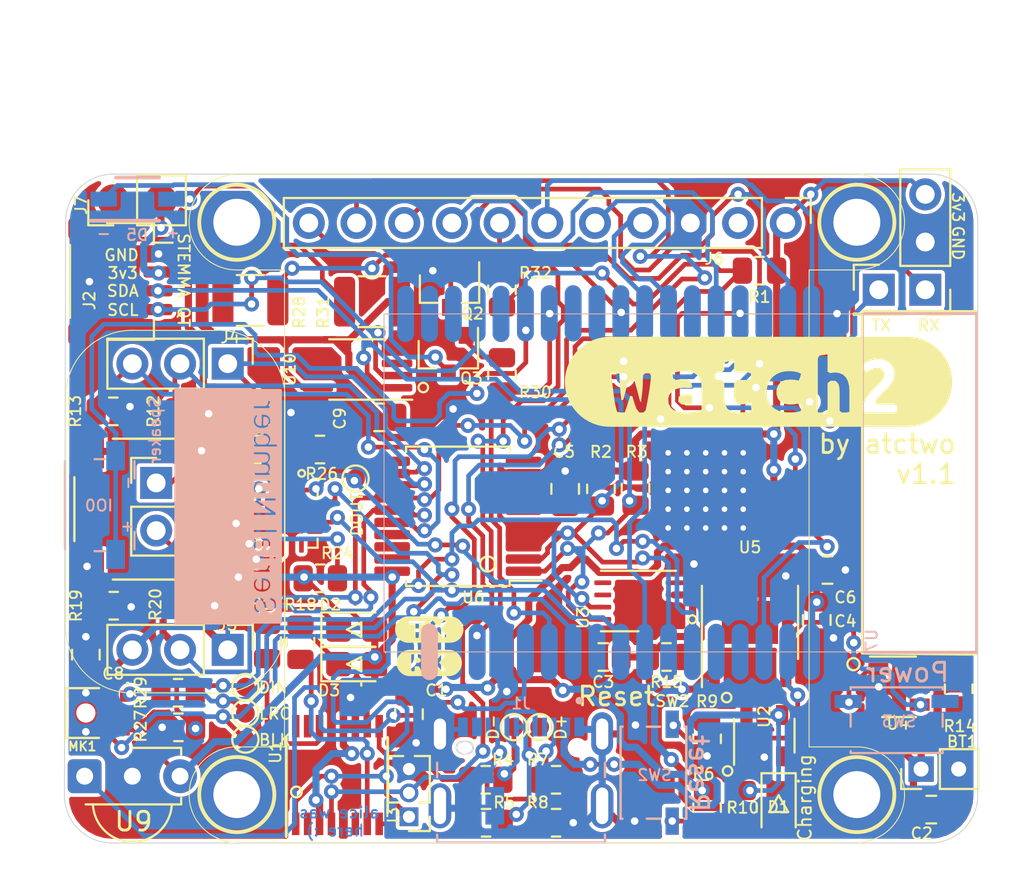
<source format=kicad_pcb>
(kicad_pcb (version 20171130) (host pcbnew 5.1.10)
  (layers (0 Top signal) (31 Bottom signal) (34 B.Paste user) (35 F.Paste user) (36 B.SilkS user) (37 F.SilkS user) (38 B.Mask user) (39 F.Mask user) (44 Edge.Cuts user))
  (net 0 "")
  (net 1 GND)
  (net 2 +3V3)
  (net 3 +5V)
  (net 4 "Net-(D1-Pad2)")
  (net 5 "Net-(D1-Pad1)")
  (net 6 "Net-(D2-Pad1)")
  (net 7 "Net-(D3-Pad1)")
  (net 8 "Net-(D5-Pad1)")
  (net 9 "Net-(D5-Pad2)")
  (net 10 I2C_SCL)
  (net 11 I2C_SDA)
  (net 12 ESP_RX)
  (net 13 ESP_TX)
  (net 14 DPAD_RIGHT)
  (net 15 DPAD_UP)
  (net 16 DPAD_LEFT)
  (net 17 DPAD_DOWN)
  (net 18 DPAD_ENTER)
  (net 19 "Net-(J6-Pad2)")
  (net 20 TFT_CLOCK)
  (net 21 TFT_MISO)
  (net 22 TFT_MOSI)
  (net 23 TFT_CS)
  (net 24 TFT_RESET)
  (net 25 TFT_DC)
  (net 26 SD_CS)
  (net 27 TFT_BL)
  (net 28 "Net-(J7-Pad1)")
  (net 29 "Net-(LS1-Pad1)")
  (net 30 "Net-(LS1-Pad2)")
  (net 31 "Net-(MK1-Pad2)")
  (net 32 I2S_LRC)
  (net 33 "Net-(MK1-Pad6)")
  (net 34 I2S_BLK)
  (net 35 LED_TORCH)
  (net 36 "Net-(Q3-Pad1)")
  (net 37 ESP_IO0)
  (net 38 USB_D-)
  (net 39 "Net-(R4-Pad1)")
  (net 40 "Net-(R5-Pad1)")
  (net 41 USB_D+)
  (net 42 ESP_EN)
  (net 43 "Net-(J1-PadA5)")
  (net 44 "Net-(J1-PadB5)")
  (net 45 "Net-(R9-Pad1)")
  (net 46 "Net-(R14-Pad2)")
  (net 47 "Net-(R17-Pad2)")
  (net 48 "Net-(R18-Pad2)")
  (net 49 "Net-(R24-Pad2)")
  (net 50 "Net-(R25-Pad2)")
  (net 51 I2S_DIN)
  (net 52 LED_IR)
  (net 53 "Net-(U1-Pad2)")
  (net 54 "Net-(U1-Pad6)")
  (net 55 "Net-(U1-Pad15)")
  (net 56 "Net-(U1-Pad16)")
  (net 57 "Net-(U4-Pad4)")
  (net 58 "Net-(U4-Pad5)")
  (net 59 "Net-(U6-Pad7)")
  (net 60 "Net-(U6-Pad8)")
  (net 61 "Net-(U6-Pad17)")
  (net 62 "Net-(U7-Pad32)")
  (net 63 "Net-(U7-Pad28)")
  (net 64 "Net-(U7-Pad27)")
  (net 65 "Net-(U7-Pad24)")
  (net 66 "Net-(U7-Pad22)")
  (net 67 "Net-(U7-Pad21)")
  (net 68 "Net-(U7-Pad20)")
  (net 69 "Net-(U7-Pad19)")
  (net 70 "Net-(U7-Pad18)")
  (net 71 "Net-(U7-Pad17)")
  (net 72 IR_RECV)
  (net 73 I2S_DOUT)
  (net 74 "Net-(U7-Pad6)")
  (net 75 "Net-(U7-Pad5)")
  (net 76 "Net-(U6-Pad19)")
  (net 77 "Net-(U6-Pad18)")
  (net 78 "Net-(U6-Pad11)")
  (net 79 "Net-(U6-Pad10)")
  (net 80 "Net-(Q2-Pad1)")
  (net 81 "Net-(J1-PadA4)")
  (net 82 "Net-(U10-Pad3)")
  (net 83 "Net-(R15-Pad2)")
  (net 84 "Net-(U3-Pad6)")
  (net 85 "Net-(U3-Pad5)")
  (net 86 "Net-(Q2-Pad3)")
  (net 87 "Net-(SW3-Pad1)")
  (module label (layer Top) (at 147.3835 111.1885)
    (fp_text reference "" (at 0 0) (layer F.SilkS) (effects (font (size 1.27 1.27))))
    (fp_text value "" (at 0 0) (layer F.SilkS) (effects (font (size 1.27 1.27))))
  )
  (module label (layer Top) (at 147.3835 109.4105)
    (fp_text reference "" (at 0 0) (layer F.SilkS) (effects (font (size 1.27 1.27))))
    (fp_text value "" (at 0 0) (layer F.SilkS) (effects (font (size 1.27 1.27))))
  )
  (module TestPoint:TestPoint_Pad_D1.0mm (layer Top) (at 153.2636 114.6048)
    (fp_text reference D+ (at 1.1176 0 270) (layer F.SilkS) (effects (font (size 0.6 0.6) (thickness 0.1))))
    (fp_text value TestPoint_Pad_D1.0mm)
    (pad 1 smd circle (at 0 0) (size 1 1) (layers Top F.Mask) (net 41 USB_D+))
  )
  (module TestPoint:TestPoint_Pad_D1.0mm (layer Top) (at 151.892 114.6048)
    (fp_text reference D- (at -1.1176 0 90) (layer F.SilkS) (effects (font (size 0.6 0.6) (thickness 0.1))))
    (fp_text value TestPoint_Pad_D1.0mm)
    (pad 1 smd circle (at 0 0) (size 1 1) (layers Top F.Mask) (net 38 USB_D-))
  )
  (module TestPoint:TestPoint_Pad_D1.0mm (layer Top) (at 143.4592 101.3714)
    (fp_text reference DOUT (at 0.0762 1.905 90) (layer F.SilkS) (effects (font (size 0.6 0.6) (thickness 0.1))))
    (fp_text value TestPoint_Pad_D1.0mm)
    (pad 1 smd circle (at 0 0) (size 1 1) (layers Top F.Mask) (net 73 I2S_DOUT))
  )
  (module TestPoint:TestPoint_Pad_D1.0mm (layer Top) (at 137.5918 115.2652)
    (fp_text reference BLK (at 1.5748 0.0254) (layer F.SilkS) (effects (font (size 0.6 0.6) (thickness 0.1))))
    (fp_text value TestPoint_Pad_D1.0mm)
    (pad 1 smd circle (at 0 0) (size 1 1) (layers Top F.Mask) (net 34 I2S_BLK))
  )
  (module TestPoint:TestPoint_Pad_D1.0mm (layer Top) (at 137.5918 113.8682)
    (fp_text reference LRC (at 1.5748 0.0254) (layer F.SilkS) (effects (font (size 0.6 0.6) (thickness 0.1))))
    (fp_text value TestPoint_Pad_D1.0mm)
    (pad 1 smd circle (at 0 0) (size 1 1) (layers Top F.Mask) (net 32 I2S_LRC))
  )
  (module TestPoint:TestPoint_Pad_D1.0mm (layer Top) (at 137.5918 112.4712)
    (fp_text reference DIN (at 1.4732 0.0254) (layer F.SilkS) (effects (font (size 0.6 0.6) (thickness 0.1))))
    (fp_text value TestPoint_Pad_D1.0mm)
    (pad 1 smd circle (at 0 0) (size 1 1) (layers Top F.Mask) (net 51 I2S_DIN))
  )
  (module label (layer Top) (at 164.9222 96.2152)
    (fp_text reference "" (at 0 0) (layer F.SilkS) (effects (font (size 1.27 1.27))))
    (fp_text value "" (at 0 0) (layer F.SilkS) (effects (font (size 1.27 1.27))))
  )
  (module label (layer Bottom) (at 138.6332 102.8446 90)
    (fp_text reference "" (at 0 0 270) (layer B.SilkS) (effects (font (size 1.27 1.27)) (justify mirror)))
    (fp_text value "" (at 0 0 270) (layer B.SilkS) (effects (font (size 1.27 1.27)) (justify mirror)))
  )
  (module Connector_PinHeader_2.54mm:PinHeader_1x02_P2.54mm_Vertical (layer Top) (at 132.842 101.6)
    (fp_text reference Speaker (at -0.0635 -2.794 -90) (layer B.SilkS) (effects (font (size 0.6 0.6) (thickness 0.1)) (justify mirror)))
    (fp_text value PinHeader_1x02_P2.54mm_Vertical)
    (pad 2 thru_hole oval (at 0 2.54) (size 1.7 1.7) (drill 1) (layers *.Cu *.Mask) (net 30 "Net-(LS1-Pad2)"))
    (pad 1 thru_hole rect (at 0 0) (size 1.7 1.7) (drill 1) (layers *.Cu *.Mask) (net 29 "Net-(LS1-Pad1)"))
  )
  (module Button_Switch_SMD:SW_SPST_EVQP2 (layer Bottom) (at 172.2755 114.2365 180)
    (fp_text reference SW3 (at -0.127 -0.0635 180) (layer B.SilkS) (effects (font (size 0.6 0.6) (thickness 0.1)) (justify mirror)))
    (fp_text value "Power Button")
    (pad 2 smd rect (at 2.58 -1 180) (size 1.45 0.7) (layers Bottom B.Paste B.Mask) (net 1 GND))
    (pad 2 smd rect (at -2.58 -1 180) (size 1.45 0.7) (layers Bottom B.Paste B.Mask) (net 1 GND))
    (pad 1 smd rect (at -2.58 1 180) (size 1.45 0.7) (layers Bottom B.Paste B.Mask) (net 87 "Net-(SW3-Pad1)"))
    (pad 1 smd rect (at 2.58 1 180) (size 1.45 0.7) (layers Bottom B.Paste B.Mask) (net 87 "Net-(SW3-Pad1)"))
  )
  (module Connector_PinHeader_2.54mm:PinHeader_1x01_P2.54mm_Vertical (layer Top) (at 171.323 91.313)
    (fp_text reference REF** hide)
    (fp_text value PinHeader_1x01_P2.54mm_Vertical)
    (pad 1 thru_hole rect (at 0 0) (size 1.7 1.7) (drill 1) (layers *.Cu *.Mask) (net 13 ESP_TX))
  )
  (module Connector_PinHeader_2.54mm:PinHeader_1x03_P2.54mm_Vertical (layer Top) (at 173.7995 91.313 180)
    (fp_text reference REF** hide)
    (fp_text value PinHeader_1x03_P2.54mm_Vertical)
    (pad 1 thru_hole rect (at 0 0 180) (size 1.7 1.7) (drill 1) (layers *.Cu *.Mask) (net 12 ESP_RX))
    (pad 2 thru_hole oval (at 0 2.54 180) (size 1.7 1.7) (drill 1) (layers *.Cu *.Mask) (net 1 GND))
    (pad 3 thru_hole oval (at 0 5.08 180) (size 1.7 1.7) (drill 1) (layers *.Cu *.Mask) (net 2 +3V3))
  )
  (module Resistor_SMD:R_1210_3225Metric (layer Top) (at 144.3375 91.948)
    (fp_text reference R31 (at -2.6055 0.5715 90) (layer F.SilkS) (effects (font (size 0.6 0.6) (thickness 0.1))))
    (fp_text value 100R)
    (pad 2 smd roundrect (at 1.4625 0) (size 1.125 2.65) (layers Top F.Paste F.Mask) (roundrect_rratio 0.2222213333333333) (net 2 +3V3))
    (pad 1 smd roundrect (at -1.4625 0) (size 1.125 2.65) (layers Top F.Paste F.Mask) (roundrect_rratio 0.2222213333333333) (net 9 "Net-(D5-Pad2)"))
  )
  (module Resistor_SMD:R_1210_3225Metric (layer Top) (at 137.8585 91.8845)
    (fp_text reference R28 (at 2.6035 0.635 270) (layer F.SilkS) (effects (font (size 0.6 0.6) (thickness 0.1))))
    (fp_text value 100R)
    (pad 2 smd roundrect (at 1.4625 0) (size 1.125 2.65) (layers Top F.Paste F.Mask) (roundrect_rratio 0.2222213333333333) (net 86 "Net-(Q2-Pad3)"))
    (pad 1 smd roundrect (at -1.4625 0) (size 1.125 2.65) (layers Top F.Paste F.Mask) (roundrect_rratio 0.2222213333333333) (net 28 "Net-(J7-Pad1)"))
  )
  (module Button_Switch_SMD:SW_SPST_EVQP2 (layer Bottom) (at 159.3215 117.0305 90)
    (fp_text reference SW2 (at -0.127 0.0635) (layer B.SilkS) (effects (font (size 0.6 0.6) (thickness 0.1)) (justify mirror)))
    (fp_text value SW_Push)
    (pad 2 smd rect (at 2.58 -1 90) (size 1.45 0.7) (layers Bottom B.Paste B.Mask) (net 1 GND))
    (pad 2 smd rect (at -2.58 -1 90) (size 1.45 0.7) (layers Bottom B.Paste B.Mask) (net 1 GND))
    (pad 1 smd rect (at -2.58 1 90) (size 1.45 0.7) (layers Bottom B.Paste B.Mask) (net 42 ESP_EN))
    (pad 1 smd rect (at 2.58 1 90) (size 1.45 0.7) (layers Bottom B.Paste B.Mask) (net 42 ESP_EN))
  )
  (module "Alice's Library:JAE_DX07S016JA1R1500" (layer Bottom) (at 152.273 115.697 180)
    (fp_text reference J1 (at 0 2.3495) (layer B.SilkS) (effects (font (size 0.6 0.6) (thickness 0.1)) (justify mirror)))
    (fp_text value USB_C_Receptacle_USB2.0)
    (fp_line (start 2.875 0.315) (end 3.125 0.315) (layer Edge.Cuts) (width 0.1))
    (fp_line (start 3.125 -0.315) (end 2.875 -0.315) (layer Edge.Cuts) (width 0.1))
    (fp_arc (start 2.875 0) (end 2.875 0.315) (angle 90) (layer Edge.Cuts) (width 0.1))
    (fp_arc (start 2.875 0) (end 2.56 0) (angle 90) (layer Edge.Cuts) (width 0.1))
    (fp_arc (start 3.125 0) (end 3.125 -0.315) (angle 90) (layer Edge.Cuts) (width 0.1))
    (fp_arc (start 3.125 0) (end 3.44 0) (angle 90) (layer Edge.Cuts) (width 0.1))
    (pad S6 thru_hole oval (at 4.32 -3.1 180) (size 1.2 2.4) (drill oval 0.65 1.95) (layers *.Cu *.Mask))
    (pad S5 thru_hole oval (at -4.32 -3.1 180) (size 1.2 2.4) (drill oval 0.65 1.95) (layers *.Cu *.Mask))
    (pad S4 thru_hole oval (at 4.32 0.725 180) (size 1.158 2.316) (drill oval 0.65 1.65) (layers *.Cu *.Mask) (net 1 GND))
    (pad S3 thru_hole oval (at -4.32 0.725 180) (size 1.158 2.316) (drill oval 0.65 1.65) (layers *.Cu *.Mask))
    (pad None np_thru_hole circle (at -3 0 180) (size 0.63 0.63) (drill 0.63) (layers *.Cu *.Mask))
    (pad S2 smd rect (at 1.4 -3.1 180) (size 1 2) (layers Bottom B.Paste B.Mask))
    (pad S1 smd rect (at -1.4 -3.1 180) (size 1 2) (layers Bottom B.Paste B.Mask) (net 1 GND))
    (pad None np_thru_hole circle (at 3 0 180) (size 0.63 0.63) (drill 0.63) (layers *.Cu *.Mask))
    (pad None np_thru_hole circle (at 3 0 180) (size 0.6 0.6) (drill 0.6) (layers *.Cu *.Mask))
    (pad "9 (CC2)" smd rect (at 1.25 1.1 180) (size 0.27 1) (layers Bottom B.Paste B.Mask))
    (pad 8 smd rect (at 0.75 1.1 180) (size 0.27 1) (layers Bottom B.Paste B.Mask) (net 38 USB_D-))
    (pad 7 smd rect (at 0.25 1.1 180) (size 0.27 1) (layers Bottom B.Paste B.Mask) (net 41 USB_D+))
    (pad 6 smd rect (at -0.25 1.1 180) (size 0.27 1) (layers Bottom B.Paste B.Mask) (net 41 USB_D+))
    (pad 5 smd rect (at -0.75 1.1 180) (size 0.27 1) (layers Bottom B.Paste B.Mask) (net 38 USB_D-))
    (pad 4 smd rect (at -1.25 1.1 180) (size 0.27 1) (layers Bottom B.Paste B.Mask))
    (pad 10 smd rect (at 1.75 1.1 180) (size 0.27 1) (layers Bottom B.Paste B.Mask))
    (pad "3 (CC1)" smd rect (at -1.75 1.1 180) (size 0.27 1) (layers Bottom B.Paste B.Mask))
    (pad 11 smd rect (at 2.35 1.1 180) (size 0.52 1) (layers Bottom B.Paste B.Mask))
    (pad 2 smd rect (at -2.35 1.1 180) (size 0.52 1) (layers Bottom B.Paste B.Mask))
    (pad 12 smd rect (at 3.1 1.1 180) (size 0.52 1) (layers Bottom B.Paste B.Mask))
    (pad 1 smd rect (at -3.1 1.1 180) (size 0.52 1) (layers Bottom B.Paste B.Mask))
  )
  (module Resistor_SMD:R_0805_2012Metric (layer Top) (at 164.084 118.8955 90)
    (fp_text reference R10 (at 0 0) (layer F.SilkS) (effects (font (size 0.6 0.6) (thickness 0.1))))
    (fp_text value 1k)
    (pad 2 smd roundrect (at 0.9125 0 90) (size 1.025 1.4) (layers Top F.Paste F.Mask) (roundrect_rratio 0.2439014634146341) (net 81 "Net-(J1-PadA4)"))
    (pad 1 smd roundrect (at -0.9125 0 90) (size 1.025 1.4) (layers Top F.Paste F.Mask) (roundrect_rratio 0.2439014634146341) (net 4 "Net-(D1-Pad2)"))
  )
  (module "Alice's Library:ESP32-WROVER" (layer Bottom) (at 169.926 101.6 90)
    (fp_text reference U7 (at -8.382 1.016 -90) (layer B.SilkS) (effects (font (size 0.6 0.6) (thickness 0.1)) (justify mirror)))
    (fp_text value ESP32-WROVER hide)
    (pad 39 thru_hole circle (at 1.6 -5.82 90) (size 0.8 0.8) (drill 0.3) (layers *.Cu *.Mask) (net 1 GND))
    (pad 39 thru_hole circle (at 1.6 -6.82 90) (size 0.8 0.8) (drill 0.3) (layers *.Cu *.Mask) (net 1 GND))
    (pad 39 thru_hole circle (at 1.6 -7.82 90) (size 0.8 0.8) (drill 0.3) (layers *.Cu *.Mask) (net 1 GND))
    (pad 39 thru_hole circle (at 1.6 -8.82 90) (size 0.8 0.8) (drill 0.3) (layers *.Cu *.Mask) (net 1 GND))
    (pad 39 thru_hole circle (at 1.6 -9.82 90) (size 0.8 0.8) (drill 0.3) (layers *.Cu *.Mask) (net 1 GND))
    (pad 39 thru_hole circle (at -0.4 -5.82 90) (size 0.8 0.8) (drill 0.3) (layers *.Cu *.Mask) (net 1 GND))
    (pad 39 thru_hole circle (at -0.4 -6.82 90) (size 0.8 0.8) (drill 0.3) (layers *.Cu *.Mask) (net 1 GND))
    (pad 39 thru_hole circle (at -0.4 -7.82 90) (size 0.8 0.8) (drill 0.3) (layers *.Cu *.Mask) (net 1 GND))
    (pad 39 thru_hole circle (at -0.4 -8.82 90) (size 0.8 0.8) (drill 0.3) (layers *.Cu *.Mask) (net 1 GND))
    (pad 39 thru_hole circle (at -0.4 -9.82 90) (size 0.8 0.8) (drill 0.3) (layers *.Cu *.Mask) (net 1 GND))
    (pad 39 thru_hole circle (at 0.6 -9.82 90) (size 0.8 0.8) (drill 0.3) (layers *.Cu *.Mask) (net 1 GND))
    (pad 39 thru_hole circle (at 0.6 -8.82 90) (size 0.8 0.8) (drill 0.3) (layers *.Cu *.Mask) (net 1 GND))
    (pad 39 thru_hole circle (at 0.6 -7.82 90) (size 0.8 0.8) (drill 0.3) (layers *.Cu *.Mask) (net 1 GND))
    (pad 39 thru_hole circle (at 0.6 -6.82 90) (size 0.8 0.8) (drill 0.3) (layers *.Cu *.Mask) (net 1 GND))
    (pad 39 thru_hole circle (at 0.6 -5.82 90) (size 0.8 0.8) (drill 0.3) (layers *.Cu *.Mask) (net 1 GND))
    (pad 39 thru_hole circle (at -1.4 -5.82 90) (size 0.8 0.8) (drill 0.3) (layers *.Cu *.Mask) (net 1 GND))
    (pad 39 thru_hole circle (at -1.4 -6.82 90) (size 0.8 0.8) (drill 0.3) (layers *.Cu *.Mask) (net 1 GND))
    (pad 39 thru_hole circle (at -1.4 -7.82 90) (size 0.8 0.8) (drill 0.3) (layers *.Cu *.Mask) (net 1 GND))
    (pad 39 thru_hole circle (at -1.4 -8.82 90) (size 0.8 0.8) (drill 0.3) (layers *.Cu *.Mask) (net 1 GND))
    (pad 39 thru_hole circle (at -1.4 -9.82 90) (size 0.8 0.8) (drill 0.3) (layers *.Cu *.Mask) (net 1 GND))
    (pad 39 thru_hole circle (at -2.4 -9.82 90) (size 0.8 0.8) (drill 0.3) (layers *.Cu *.Mask) (net 1 GND))
    (pad 39 thru_hole circle (at -2.4 -8.82 90) (size 0.8 0.8) (drill 0.3) (layers *.Cu *.Mask) (net 1 GND))
    (pad 39 thru_hole circle (at -2.4 -7.82 90) (size 0.8 0.8) (drill 0.3) (layers *.Cu *.Mask) (net 1 GND))
    (pad 39 thru_hole circle (at -2.4 -6.82 90) (size 0.8 0.8) (drill 0.3) (layers *.Cu *.Mask) (net 1 GND))
    (pad 38 smd oval (at 9.03 -0.91 90) (size 3 0.9) (layers Bottom B.Paste B.Mask) (net 1 GND))
    (pad 37 smd oval (at 9.03 -2.18 90) (size 3 0.9) (layers Bottom B.Paste B.Mask) (net 22 TFT_MOSI))
    (pad 36 smd oval (at 9.03 -3.45 90) (size 3 0.9) (layers Bottom B.Paste B.Mask) (net 25 TFT_DC))
    (pad 35 smd oval (at 9.03 -4.72 90) (size 3 0.9) (layers Bottom B.Paste B.Mask) (net 13 ESP_TX))
    (pad 34 smd oval (at 9.03 -5.99 90) (size 3 0.9) (layers Bottom B.Paste B.Mask) (net 12 ESP_RX))
    (pad 33 smd oval (at 9.03 -7.26 90) (size 3 0.9) (layers Bottom B.Paste B.Mask) (net 24 TFT_RESET))
    (pad 32 smd oval (at 9.03 -8.53 90) (size 3 0.9) (layers Bottom B.Paste B.Mask) (net 62 "Net-(U7-Pad32)"))
    (pad 31 smd oval (at 9.03 -9.8 90) (size 3 0.9) (layers Bottom B.Paste B.Mask) (net 21 TFT_MISO))
    (pad 30 smd oval (at 9.03 -11.07 90) (size 3 0.9) (layers Bottom B.Paste B.Mask) (net 20 TFT_CLOCK))
    (pad 29 smd oval (at 9.03 -12.34 90) (size 3 0.9) (layers Bottom B.Paste B.Mask) (net 23 TFT_CS))
    (pad 28 smd oval (at 9.03 -13.61 90) (size 3 0.9) (layers Bottom B.Paste B.Mask) (net 63 "Net-(U7-Pad28)"))
    (pad 27 smd oval (at 9.03 -14.88 90) (size 3 0.9) (layers Bottom B.Paste B.Mask) (net 64 "Net-(U7-Pad27)"))
    (pad 26 smd oval (at 9.03 -16.15 90) (size 3 0.9) (layers Bottom B.Paste B.Mask) (net 52 LED_IR))
    (pad 25 smd oval (at 9.03 -17.42 90) (size 3 0.9) (layers Bottom B.Paste B.Mask) (net 37 ESP_IO0))
    (pad 24 smd oval (at 9 -18.72 90) (size 3 0.9) (layers Bottom B.Paste B.Mask) (net 65 "Net-(U7-Pad24)"))
    (pad 23 smd oval (at 9 -19.99 90) (size 3 0.9) (layers Bottom B.Paste B.Mask) (net 10 I2C_SCL))
    (pad 22 smd oval (at 9 -21.26 90) (size 3 0.9) (layers Bottom B.Paste B.Mask) (net 66 "Net-(U7-Pad22)"))
    (pad 21 smd oval (at 9 -22.53 90) (size 3 0.9) (layers Bottom B.Paste B.Mask) (net 67 "Net-(U7-Pad21)"))
    (pad 20 smd oval (at 9 -23.8 90) (size 3 0.9) (layers Bottom B.Paste B.Mask) (net 68 "Net-(U7-Pad20)"))
    (pad 19 smd oval (at -9 -23.8 90) (size 1.5 0.9) (layers Bottom B.Paste B.Mask) (net 69 "Net-(U7-Pad19)"))
    (pad 18 smd oval (at -9 -22.53 90) (size 3 0.9) (layers B.SilkS) (net 70 "Net-(U7-Pad18)"))
    (pad 17 smd oval (at -9 -21.26 90) (size 3 0.9) (layers Bottom B.Paste B.Mask) (net 71 "Net-(U7-Pad17)"))
    (pad 16 smd oval (at -9 -19.99 90) (size 3 0.9) (layers Bottom B.Paste B.Mask) (net 26 SD_CS))
    (pad 15 smd oval (at -9 -18.72 90) (size 3 0.9) (layers Bottom B.Paste B.Mask) (net 1 GND))
    (pad 14 smd oval (at -9 -17.42 90) (size 3 0.9) (layers Bottom B.Paste B.Mask) (net 72 IR_RECV))
    (pad 13 smd oval (at -9 -16.15 90) (size 3 0.9) (layers Bottom B.Paste B.Mask) (net 35 LED_TORCH))
    (pad 12 smd oval (at -9 -14.88 90) (size 3 0.9) (layers Bottom B.Paste B.Mask) (net 34 I2S_BLK))
    (pad 11 smd oval (at -9 -13.61 90) (size 3 0.9) (layers Bottom B.Paste B.Mask) (net 32 I2S_LRC))
    (pad 10 smd oval (at -9 -12.34 90) (size 3 0.9) (layers Bottom B.Paste B.Mask) (net 73 I2S_DOUT))
    (pad 9 smd oval (at -9 -11.07 90) (size 3 0.9) (layers Bottom B.Paste B.Mask) (net 27 TFT_BL))
    (pad 8 smd oval (at -9 -9.8 90) (size 3 0.9) (layers Bottom B.Paste B.Mask) (net 11 I2C_SDA))
    (pad 7 smd oval (at -9 -8.53 90) (size 3 0.9) (layers Bottom B.Paste B.Mask) (net 51 I2S_DIN))
    (pad 6 smd oval (at -9 -7.26 90) (size 3 0.9) (layers Bottom B.Paste B.Mask) (net 74 "Net-(U7-Pad6)"))
    (pad 5 smd oval (at -9 -5.99 90) (size 3 0.9) (layers Bottom B.Paste B.Mask) (net 75 "Net-(U7-Pad5)"))
    (pad 4 smd oval (at -9 -4.72 90) (size 3 0.9) (layers Bottom B.Paste B.Mask) (net 18 DPAD_ENTER))
    (pad 3 smd oval (at -9 -3.45 90) (size 3 0.9) (layers Bottom B.Paste B.Mask) (net 42 ESP_EN))
    (pad 2 smd oval (at -9 -2.18 90) (size 3 0.9) (layers Bottom B.Paste B.Mask) (net 2 +3V3))
    (pad 1 smd oval (at -9 -0.91 90) (size 3 0.9) (layers Bottom B.Paste B.Mask) (net 1 GND))
    (pad 39 smd rect (at -0.4 -7.83 90) (size 5 5) (layers Bottom B.Paste B.Mask) (net 1 GND))
    (pad 39 thru_hole circle (at -2.4 -5.82 90) (size 0.8 0.8) (drill 0.3) (layers *.Cu *.Mask) (net 1 GND))
  )
  (module Button_Switch_SMD:SW_SPST_EVQP2 (layer Top) (at 159.3215 117.0305 270)
    (fp_text reference SW2 (at -3.81 -1.016) (layer F.SilkS) (effects (font (size 0.6 0.6) (thickness 0.1))))
    (fp_text value SW_Push)
    (pad 1 smd rect (at 2.58 -1 270) (size 1.45 0.7) (layers Top F.Paste F.Mask) (net 42 ESP_EN))
    (pad 1 smd rect (at -2.58 -1 270) (size 1.45 0.7) (layers Top F.Paste F.Mask) (net 42 ESP_EN))
    (pad 2 smd rect (at -2.58 1 270) (size 1.45 0.7) (layers Top F.Paste F.Mask) (net 1 GND))
    (pad 2 smd rect (at 2.58 1 270) (size 1.45 0.7) (layers Top F.Paste F.Mask) (net 1 GND))
  )
  (module Package_DFN_QFN:WDFN-8-1EP_4x3mm_P0.65mm_EP2.4x1.8mm (layer Top) (at 158.5245 107.892 180)
    (fp_text reference U3 (at 2.9495 -0.8835 90) (layer F.SilkS) (effects (font (size 0.6 0.6) (thickness 0.1))))
    (fp_text value LC709203FQH-01TWG)
    (pad 1 smd roundrect (at -1.9 -0.975 180) (size 0.9 0.25) (layers Top F.Paste F.Mask) (net 1 GND))
    (pad 2 smd roundrect (at -1.9 -0.325 180) (size 0.9 0.25) (layers Top F.Paste F.Mask) (net 1 GND))
    (pad 3 smd roundrect (at -1.9 0.325 180) (size 0.9 0.25) (layers Top F.Paste F.Mask) (net 3 +5V))
    (pad 4 smd roundrect (at -1.9 0.975 180) (size 0.9 0.25) (layers Top F.Paste F.Mask) (net 83 "Net-(R15-Pad2)"))
    (pad 5 smd roundrect (at 1.9 0.975 180) (size 0.9 0.25) (layers Top F.Paste F.Mask) (net 85 "Net-(U3-Pad5)"))
    (pad 6 smd roundrect (at 1.9 0.325 180) (size 0.9 0.25) (layers Top F.Paste F.Mask) (net 84 "Net-(U3-Pad6)"))
    (pad 7 smd roundrect (at 1.9 -0.325 180) (size 0.9 0.25) (layers Top F.Paste F.Mask) (net 11 I2C_SDA))
    (pad 8 smd roundrect (at 1.9 -0.975 180) (size 0.9 0.25) (layers Top F.Paste F.Mask) (net 10 I2C_SCL))
    (pad 9 smd rect (at 0 0 180) (size 2.4 1.8) (layers Top F.Mask) (net 1 GND))
  )
  (module Resistor_SMD:R_0805_2012Metric (layer Top) (at 160.02 110.871)
    (fp_text reference R15 (at 0 1.3335) (layer F.SilkS) (effects (font (size 0.6 0.6) (thickness 0.1))))
    (fp_text value 10k)
    (pad 2 smd roundrect (at 0.9125 0) (size 1.025 1.4) (layers Top F.Paste F.Mask) (roundrect_rratio 0.2439014634146341) (net 83 "Net-(R15-Pad2)"))
    (pad 1 smd roundrect (at -0.9125 0) (size 1.025 1.4) (layers Top F.Paste F.Mask) (roundrect_rratio 0.2439014634146341) (net 3 +5V))
  )
  (module Capacitor_SMD:C_0805_2012Metric (layer Top) (at 156.6545 110.871 180)
    (fp_text reference C3 (at 0 -1.3335) (layer F.SilkS) (effects (font (size 0.6 0.6) (thickness 0.1))))
    (fp_text value 0.1uF)
    (pad 2 smd roundrect (at 0.95 0 180) (size 1 1.45) (layers Top F.Paste F.Mask) (net 1 GND))
    (pad 1 smd roundrect (at -0.95 0 180) (size 1 1.45) (layers Top F.Paste F.Mask) (net 3 +5V))
  )
  (module Package_SO:MSOP-8_3x3mm_P0.65mm (layer Top) (at 143.5565 95.56 180)
    (fp_text reference U10 (at 3.6025 -0.0075 90) (layer F.SilkS) (effects (font (size 0.6 0.6) (thickness 0.1))))
    (fp_text value MCP9808_MSOP)
    (pad 8 smd roundrect (at 2.1125 -0.975 180) (size 1.625 0.4) (layers Top F.Paste F.Mask) (net 2 +3V3))
    (pad 7 smd roundrect (at 2.1125 -0.325 180) (size 1.625 0.4) (layers Top F.Paste F.Mask) (net 1 GND))
    (pad 6 smd roundrect (at 2.1125 0.325 180) (size 1.625 0.4) (layers Top F.Paste F.Mask) (net 1 GND))
    (pad 5 smd roundrect (at 2.1125 0.975 180) (size 1.625 0.4) (layers Top F.Paste F.Mask) (net 1 GND))
    (pad 4 smd roundrect (at -2.1125 0.975 180) (size 1.625 0.4) (layers Top F.Paste F.Mask) (net 1 GND))
    (pad 3 smd roundrect (at -2.1125 0.325 180) (size 1.625 0.4) (layers Top F.Paste F.Mask) (net 82 "Net-(U10-Pad3)"))
    (pad 2 smd roundrect (at -2.1125 -0.325 180) (size 1.625 0.4) (layers Top F.Paste F.Mask) (net 10 I2C_SCL))
    (pad 1 smd roundrect (at -2.1125 -0.975 180) (size 1.625 0.4) (layers Top F.Paste F.Mask) (net 11 I2C_SDA))
  )
  (module Capacitor_SMD:C_0805_2012Metric (layer Top) (at 144.7165 98.1075 180)
    (fp_text reference C9 (at 2.0955 -0.0635 90) (layer F.SilkS) (effects (font (size 0.6 0.6) (thickness 0.1))))
    (fp_text value 0.1uF)
    (pad 2 smd roundrect (at 0.95 0 180) (size 1 1.45) (layers Top F.Paste F.Mask) (net 1 GND))
    (pad 1 smd roundrect (at -0.95 0 180) (size 1 1.45) (layers Top F.Paste F.Mask) (net 2 +3V3))
  )
  (module Package_TO_SOT_SMD:SOT-23 (layer Top) (at 148.3995 94.742 270)
    (fp_text reference Q3 (at 1.2954 -1.2319 180) (layer F.SilkS) (effects (font (size 0.6 0.6) (thickness 0.1))))
    (fp_text value Q_NPN_BCE)
    (pad 3 smd rect (at 1 0 270) (size 0.9 0.8) (layers Top F.Paste F.Mask) (net 8 "Net-(D5-Pad1)"))
    (pad 2 smd rect (at -1 0.95 270) (size 0.9 0.8) (layers Top F.Paste F.Mask) (net 1 GND))
    (pad 1 smd rect (at -1 -0.95 270) (size 0.9 0.8) (layers Top F.Paste F.Mask) (net 36 "Net-(Q3-Pad1)"))
  )
  (module Package_TO_SOT_SMD:SOT-23 (layer Top) (at 148.463 91.2495 270)
    (fp_text reference Q2 (at 1.3335 -1.2192 180) (layer F.SilkS) (effects (font (size 0.6 0.6) (thickness 0.1))))
    (fp_text value Q_NPN_BCE)
    (pad 1 smd rect (at -1 -0.95 270) (size 0.9 0.8) (layers Top F.Paste F.Mask) (net 80 "Net-(Q2-Pad1)"))
    (pad 2 smd rect (at -1 0.95 270) (size 0.9 0.8) (layers Top F.Paste F.Mask) (net 1 GND))
    (pad 3 smd rect (at 1 0 270) (size 0.9 0.8) (layers Top F.Paste F.Mask) (net 86 "Net-(Q2-Pad3)"))
  )
  (module Button_Switch_SMD:Panasonic_EVQPUJ_EVQPUA (layer Bottom) (at 129.833 102.785 90)
    (fp_text reference IO0 (at -0.0215 -0.039) (layer B.SilkS) (effects (font (size 0.6 0.6) (thickness 0.1)) (justify mirror)))
    (fp_text value Panasonic_EVQPUJ_EVQPUA)
    (pad 1 smd rect (at 2.625 0.85 270) (size 1.55 1) (layers Bottom B.Paste B.Mask) (net 37 ESP_IO0))
    (pad 1 smd rect (at -2.625 0.85 270) (size 1.55 1) (layers Bottom B.Paste B.Mask) (net 37 ESP_IO0))
    (pad 2 smd rect (at -2.625 -0.85 270) (size 1.55 1) (layers Bottom B.Paste B.Mask) (net 1 GND))
    (pad 2 smd rect (at 2.625 -0.85 270) (size 1.55 1) (layers Bottom B.Paste B.Mask) (net 1 GND))
  )
  (module Resistor_SMD:R_0805_2012Metric (layer Top) (at 151.257 91.313 270)
    (fp_text reference R32 (at -0.889 -1.778 180) (layer F.SilkS) (effects (font (size 0.6 0.6) (thickness 0.1))))
    (fp_text value 330R)
    (pad 2 smd roundrect (at 0.9125 0 270) (size 1.025 1.4) (layers Top F.Paste F.Mask) (roundrect_rratio 0.2439004878048781) (net 35 LED_TORCH))
    (pad 1 smd roundrect (at -0.9125 0 270) (size 1.025 1.4) (layers Top F.Paste F.Mask) (roundrect_rratio 0.2439004878048781) (net 80 "Net-(Q2-Pad1)"))
  )
  (module Connector_PinHeader_2.54mm:PinHeader_1x03_P2.54mm_Vertical (layer Top) (at 136.652 95.25 270)
    (fp_text reference J4 (at -1.397 -0.127 180) (layer F.SilkS) (effects (font (size 0.6 0.6) (thickness 0.1))))
    (fp_text value Conn_01x03_Male)
    (pad 1 thru_hole rect (at 0 0 270) (size 1.7 1.7) (drill 1) (layers *.Cu *.Mask) (net 14 DPAD_RIGHT))
    (pad 2 thru_hole oval (at 0 2.54 270) (size 1.7 1.7) (drill 1) (layers *.Cu *.Mask) (net 15 DPAD_UP))
    (pad 3 thru_hole oval (at 0 5.08 270) (size 1.7 1.7) (drill 1) (layers *.Cu *.Mask) (net 16 DPAD_LEFT))
  )
  (module Connector_JST:JST_SH_SM04B-SRSS-TB_1x04-1MP_P1.00mm_Horizontal (layer Top) (at 130.937 90.8685 270)
    (fp_text reference J2 (at 1.016 1.651 90) (layer F.SilkS) (effects (font (size 0.6 0.6) (thickness 0.1))))
    (fp_text value "STEMMA QT")
    (pad 1 smd roundrect (at -1.5 -2 270) (size 0.6 1.55) (layers Top F.Paste F.Mask) (net 1 GND))
    (pad 2 smd roundrect (at -0.5 -2 270) (size 0.6 1.55) (layers Top F.Paste F.Mask) (net 2 +3V3))
    (pad 3 smd roundrect (at 0.5 -2 270) (size 0.6 1.55) (layers Top F.Paste F.Mask) (net 11 I2C_SDA))
    (pad 4 smd roundrect (at 1.5 -2 270) (size 0.6 1.55) (layers Top F.Paste F.Mask) (net 10 I2C_SCL))
    (pad MP smd roundrect (at -2.8 1.875 270) (size 1.2 1.8) (layers Top F.Paste F.Mask) (roundrect_rratio 0.2083325) (net 1 GND))
    (pad MP smd roundrect (at 2.8 1.875 270) (size 1.2 1.8) (layers Top F.Paste F.Mask) (roundrect_rratio 0.2083325) (net 1 GND))
  )
  (module Package_SO:SSOP-20_5.3x7.2mm_P0.65mm (layer Top) (at 148.9075 103.378 180)
    (fp_text reference U6 (at -0.8255 -4.318) (layer F.SilkS) (effects (font (size 0.6 0.6) (thickness 0.1))))
    (fp_text value MCP23008-xSS)
    (pad 20 smd roundrect (at 3.5 -2.925 180) (size 1.9 0.5) (layers Top F.Paste F.Mask) (net 2 +3V3))
    (pad 19 smd roundrect (at 3.5 -2.275 180) (size 1.9 0.5) (layers Top F.Paste F.Mask) (net 76 "Net-(U6-Pad19)"))
    (pad 18 smd roundrect (at 3.5 -1.625 180) (size 1.9 0.5) (layers Top F.Paste F.Mask) (net 77 "Net-(U6-Pad18)"))
    (pad 17 smd roundrect (at 3.5 -0.975 180) (size 1.9 0.5) (layers Top F.Paste F.Mask) (net 61 "Net-(U6-Pad17)"))
    (pad 16 smd roundrect (at 3.5 -0.325 180) (size 1.9 0.5) (layers Top F.Paste F.Mask) (net 16 DPAD_LEFT))
    (pad 15 smd roundrect (at 3.5 0.325 180) (size 1.9 0.5) (layers Top F.Paste F.Mask) (net 17 DPAD_DOWN))
    (pad 14 smd roundrect (at 3.5 0.975 180) (size 1.9 0.5) (layers Top F.Paste F.Mask) (net 18 DPAD_ENTER))
    (pad 13 smd roundrect (at 3.5 1.625 180) (size 1.9 0.5) (layers Top F.Paste F.Mask) (net 15 DPAD_UP))
    (pad 12 smd roundrect (at 3.5 2.275 180) (size 1.9 0.5) (layers Top F.Paste F.Mask) (net 14 DPAD_RIGHT))
    (pad 11 smd roundrect (at 3.5 2.925 180) (size 1.9 0.5) (layers Top F.Paste F.Mask) (net 78 "Net-(U6-Pad11)"))
    (pad 10 smd roundrect (at -3.5 2.925 180) (size 1.9 0.5) (layers Top F.Paste F.Mask) (net 79 "Net-(U6-Pad10)"))
    (pad 9 smd roundrect (at -3.5 2.275 180) (size 1.9 0.5) (layers Top F.Paste F.Mask) (net 1 GND))
    (pad 8 smd roundrect (at -3.5 1.625 180) (size 1.9 0.5) (layers Top F.Paste F.Mask) (net 60 "Net-(U6-Pad8)"))
    (pad 7 smd roundrect (at -3.5 0.975 180) (size 1.9 0.5) (layers Top F.Paste F.Mask) (net 59 "Net-(U6-Pad7)"))
    (pad 6 smd roundrect (at -3.5 0.325 180) (size 1.9 0.5) (layers Top F.Paste F.Mask) (net 2 +3V3))
    (pad 5 smd roundrect (at -3.5 -0.325 180) (size 1.9 0.5) (layers Top F.Paste F.Mask) (net 1 GND))
    (pad 4 smd roundrect (at -3.5 -0.975 180) (size 1.9 0.5) (layers Top F.Paste F.Mask) (net 1 GND))
    (pad 3 smd roundrect (at -3.5 -1.625 180) (size 1.9 0.5) (layers Top F.Paste F.Mask) (net 1 GND))
    (pad 2 smd roundrect (at -3.5 -2.275 180) (size 1.9 0.5) (layers Top F.Paste F.Mask) (net 11 I2C_SDA))
    (pad 1 smd roundrect (at -3.5 -2.925 180) (size 1.9 0.5) (layers Top F.Paste F.Mask) (net 10 I2C_SCL))
  )
  (module MOUNTINGHOLE_2.5_PLATED (layer Top) (at 137.1346 118.1989 90)
    (fp_text reference U$7 hide)
    (fp_text value MOUNTINGHOLE2.5 hide)
    (pad P$1 thru_hole circle (at 0 0 90) (size 3.2 3.2) (drill 2.5) (layers *.Cu *.Mask) (net 1 GND))
  )
  (module MOUNTINGHOLE_2.5_PLATED (layer Top) (at 170.1546 118.1989 90)
    (fp_text reference U$8 hide)
    (fp_text value MOUNTINGHOLE2.5 hide)
    (pad P$1 thru_hole circle (at 0 0 90) (size 3.2 3.2) (drill 2.5) (layers *.Cu *.Mask) (net 1 GND))
  )
  (module MOUNTINGHOLE_2.5_PLATED (layer Top) (at 137.1346 87.7189 90)
    (fp_text reference U$9 hide)
    (fp_text value MOUNTINGHOLE2.5 hide)
    (pad P$1 thru_hole circle (at 0 0 90) (size 3.2 3.2) (drill 2.5) (layers *.Cu *.Mask) (net 1 GND))
  )
  (module MOUNTINGHOLE_2.5_PLATED (layer Top) (at 170.1546 87.7189 90)
    (fp_text reference U$10 hide)
    (fp_text value MOUNTINGHOLE2.5 hide)
    (pad P$1 thru_hole circle (at 0 0 90) (size 3.2 3.2) (drill 2.5) (layers *.Cu *.Mask) (net 1 GND))
  )
  (module Connector_PinHeader_2.00mm:PinHeader_1x02_P2.00mm_Vertical (layer Top) (at 173.5775 116.84 90)
    (fp_text reference BT1 (at 1.4605 2.1905 180) (layer F.SilkS) (effects (font (size 0.6 0.6) (thickness 0.1))))
    (fp_text value Battery_Cell)
    (pad 1 thru_hole rect (at 0 0 90) (size 1.35 1.35) (drill 0.8) (layers *.Cu *.Mask) (net 3 +5V))
    (pad 2 thru_hole oval (at 0 2 90) (size 1.35 1.35) (drill 0.8) (layers *.Cu *.Mask) (net 1 GND))
  )
  (module Capacitor_SMD:C_0805_2012Metric (layer Top) (at 146.304 113.9165 270)
    (fp_text reference C1 (at -1.2675 -1.4605 180) (layer F.SilkS) (effects (font (size 0.6 0.6) (thickness 0.1))))
    (fp_text value 0.1uF)
    (pad 1 smd roundrect (at -0.95 0 270) (size 1 1.45) (layers Top F.Paste F.Mask) (net 2 +3V3))
    (pad 2 smd roundrect (at 0.95 0 270) (size 1 1.45) (layers Top F.Paste F.Mask) (net 1 GND))
  )
  (module Capacitor_SMD:C_0805_2012Metric (layer Top) (at 174.117 118.999)
    (fp_text reference C2 (at -0.508 1.27) (layer F.SilkS) (effects (font (size 0.6 0.6) (thickness 0.1))))
    (fp_text value 10uF)
    (pad 2 smd roundrect (at 0.95 0) (size 1 1.45) (layers Top F.Paste F.Mask) (net 1 GND))
    (pad 1 smd roundrect (at -0.95 0) (size 1 1.45) (layers Top F.Paste F.Mask) (net 3 +5V))
  )
  (module Capacitor_SMD:C_0805_2012Metric (layer Top) (at 168.021 108.9 270)
    (fp_text reference C4 (at 0.066 -1.524 180) (layer F.SilkS) (effects (font (size 0.6 0.6) (thickness 0.1))))
    (fp_text value 10uF)
    (pad 1 smd roundrect (at -0.95 0 270) (size 1 1.45) (layers Top F.Paste F.Mask) (net 2 +3V3))
    (pad 2 smd roundrect (at 0.95 0 270) (size 1 1.45) (layers Top F.Paste F.Mask) (net 1 GND))
  )
  (module Capacitor_SMD:C_0805_2012Metric (layer Top) (at 154.6225 101.9175 90)
    (fp_text reference C5 (at 1.9685 -0.0635) (layer F.SilkS) (effects (font (size 0.6 0.6) (thickness 0.1))))
    (fp_text value 0.1uF)
    (pad 1 smd roundrect (at -0.95 0 90) (size 1 1.45) (layers Top F.Paste F.Mask) (net 2 +3V3))
    (pad 2 smd roundrect (at 0.95 0 90) (size 1 1.45) (layers Top F.Paste F.Mask) (net 1 GND))
  )
  (module Capacitor_SMD:C_0805_2012Metric (layer Top) (at 168.595 106.2355)
    (fp_text reference C6 (at 0.95 1.4605) (layer F.SilkS) (effects (font (size 0.6 0.6) (thickness 0.1))))
    (fp_text value 0.1uF)
    (pad 2 smd roundrect (at 0.95 0) (size 1 1.45) (layers Top F.Paste F.Mask) (net 1 GND))
    (pad 1 smd roundrect (at -0.95 0) (size 1 1.45) (layers Top F.Paste F.Mask) (net 2 +3V3))
  )
  (module Capacitor_SMD:C_0805_2012Metric (layer Top) (at 138.1735 106.7435)
    (fp_text reference C7 (at -0.95 -1.3335) (layer F.SilkS) (effects (font (size 0.6 0.6) (thickness 0.1))))
    (fp_text value 0.1uF)
    (pad 2 smd roundrect (at 0.95 0) (size 1 1.45) (layers Top F.Paste F.Mask) (net 1 GND))
    (pad 1 smd roundrect (at -0.95 0) (size 1 1.45) (layers Top F.Paste F.Mask) (net 2 +3V3))
  )
  (module Capacitor_SMD:C_0805_2012Metric (layer Top) (at 129.0955 110.7465 90)
    (fp_text reference C8 (at -1.0135 1.4605) (layer F.SilkS) (effects (font (size 0.6 0.6) (thickness 0.1))))
    (fp_text value 0.1uF)
    (pad 1 smd roundrect (at -0.95 0 90) (size 1 1.45) (layers Top F.Paste F.Mask) (net 2 +3V3))
    (pad 2 smd roundrect (at 0.95 0 90) (size 1 1.45) (layers Top F.Paste F.Mask) (net 1 GND))
  )
  (module LED_SMD:LED_0805_2012Metric_Castellated (layer Top) (at 165.989 118.9455 270)
    (fp_text reference D1 (at -0.0735 0 180) (layer F.SilkS) (effects (font (size 0.6 0.6) (thickness 0.1))))
    (fp_text value LED)
    (pad 2 smd roundrect (at 0.9625 0 270) (size 1 1.3) (layers Top F.Paste F.Mask) (roundrect_rratio 0.192) (net 4 "Net-(D1-Pad2)"))
    (pad 1 smd roundrect (at -0.9625 0 270) (size 1 1.3) (layers Top F.Paste F.Mask) (roundrect_rratio 0.192) (net 5 "Net-(D1-Pad1)"))
  )
  (module LED_SMD:LED_0805_2012Metric_Castellated (layer Top) (at 143.52 109.4105)
    (fp_text reference D2 (at -1.407 -1.3335) (layer F.SilkS) (effects (font (size 0.6 0.6) (thickness 0.1))))
    (fp_text value TX)
    (pad 1 smd roundrect (at -0.9625 0) (size 1.325 1.3) (layers Top F.Paste F.Mask) (roundrect_rratio 0.1923069230769231) (net 6 "Net-(D2-Pad1)"))
    (pad 2 smd roundrect (at 0.9625 0) (size 1.325 1.3) (layers Top F.Paste F.Mask) (roundrect_rratio 0.1923069230769231) (net 2 +3V3))
  )
  (module LED_SMD:LED_0805_2012Metric_Castellated (layer Top) (at 143.52 111.252)
    (fp_text reference D3 (at -1.4705 1.397) (layer F.SilkS) (effects (font (size 0.6 0.6) (thickness 0.1))))
    (fp_text value RX)
    (pad 1 smd roundrect (at -0.9625 0) (size 1.325 1.3) (layers Top F.Paste F.Mask) (roundrect_rratio 0.1923069230769231) (net 7 "Net-(D3-Pad1)"))
    (pad 2 smd roundrect (at 0.9625 0) (size 1.325 1.3) (layers Top F.Paste F.Mask) (roundrect_rratio 0.1923069230769231) (net 2 +3V3))
  )
  (module "Alice's Library:SOD4223X290N" (layer Bottom) (at 131.848 86.487)
    (fp_text reference D5 (at -0.022 1.905) (layer B.SilkS) (effects (font (size 0.6 0.6) (thickness 0.1)) (justify mirror)))
    (fp_text value LED_IR hide)
    (pad 1 smd rect (at -1.8 0 270) (size 0.8 1.4) (layers Bottom B.Paste B.Mask) (net 8 "Net-(D5-Pad1)"))
    (pad 2 smd rect (at 1.8 0 270) (size 0.8 1.4) (layers Bottom B.Paste B.Mask) (net 9 "Net-(D5-Pad2)"))
  )
  (module Connector_PinHeader_1.27mm:PinHeader_1x03_P1.27mm_Vertical (layer Top) (at 146.304 119.38 180)
    (fp_text reference J3 (at 0.8255 0 270) (layer F.SilkS) (effects (font (size 0.6 0.6) (thickness 0.1))))
    (fp_text value "UART Connector")
    (pad 1 thru_hole rect (at 0 0 180) (size 1 1) (drill 0.65) (layers *.Cu *.Mask) (net 12 ESP_RX))
    (pad 2 thru_hole oval (at 0 1.27 180) (size 1 1) (drill 0.65) (layers *.Cu *.Mask) (net 13 ESP_TX))
    (pad 3 thru_hole oval (at 0 2.54 180) (size 1 1) (drill 0.65) (layers *.Cu *.Mask) (net 1 GND))
  )
  (module Connector_PinHeader_2.54mm:PinHeader_1x03_P2.54mm_Vertical (layer Top) (at 136.652 110.49 270)
    (fp_text reference J5 (at -1.33 0 180) (layer F.SilkS) (effects (font (size 0.6 0.6) (thickness 0.1))))
    (fp_text value Conn_01x03_Male)
    (pad 3 thru_hole oval (at 0 5.08 270) (size 1.7 1.7) (drill 1) (layers *.Cu *.Mask) (net 2 +3V3))
    (pad 2 thru_hole oval (at 0 2.54 270) (size 1.7 1.7) (drill 1) (layers *.Cu *.Mask) (net 17 DPAD_DOWN))
    (pad 1 thru_hole rect (at 0 0 270) (size 1.7 1.7) (drill 1) (layers *.Cu *.Mask) (net 18 DPAD_ENTER))
  )
  (module Connector_PinHeader_2.54mm:PinHeader_1x11_P2.54mm_Vertical (layer Top) (at 166.37 87.757 270)
    (fp_text reference J6 (at 1.905 3.81 180) (layer F.SilkS) (effects (font (size 0.6 0.6) (thickness 0.1))))
    (fp_text value "TFT Connector")
    (pad 1 thru_hole circle (at 0 0 270) (size 1.7 1.7) (drill 1) (layers *.Cu *.Mask) (net 2 +3V3))
    (pad 2 thru_hole oval (at 0 2.54 270) (size 1.7 1.7) (drill 1) (layers *.Cu *.Mask) (net 19 "Net-(J6-Pad2)"))
    (pad 3 thru_hole oval (at 0 5.08 270) (size 1.7 1.7) (drill 1) (layers *.Cu *.Mask) (net 1 GND))
    (pad 4 thru_hole oval (at 0 7.62 270) (size 1.7 1.7) (drill 1) (layers *.Cu *.Mask) (net 20 TFT_CLOCK))
    (pad 5 thru_hole oval (at 0 10.16 270) (size 1.7 1.7) (drill 1) (layers *.Cu *.Mask) (net 21 TFT_MISO))
    (pad 6 thru_hole oval (at 0 12.7 270) (size 1.7 1.7) (drill 1) (layers *.Cu *.Mask) (net 22 TFT_MOSI))
    (pad 7 thru_hole oval (at 0 15.24 270) (size 1.7 1.7) (drill 1) (layers *.Cu *.Mask) (net 23 TFT_CS))
    (pad 8 thru_hole oval (at 0 17.78 270) (size 1.7 1.7) (drill 1) (layers *.Cu *.Mask) (net 24 TFT_RESET))
    (pad 9 thru_hole oval (at 0 20.32 270) (size 1.7 1.7) (drill 1) (layers *.Cu *.Mask) (net 25 TFT_DC))
    (pad 10 thru_hole oval (at 0 22.86 270) (size 1.7 1.7) (drill 1) (layers *.Cu *.Mask) (net 26 SD_CS))
    (pad 11 thru_hole oval (at 0 25.4 270) (size 1.7 1.7) (drill 1) (layers *.Cu *.Mask) (net 27 TFT_BL))
  )
  (module Connector_PinHeader_2.54mm:PinHeader_1x02_P2.54mm_Vertical (layer Top) (at 130.556 86.5505 90)
    (fp_text reference J7 (at -0.254 -1.7145 90) (layer F.SilkS) (effects (font (size 0.6 0.6) (thickness 0.1))))
    (fp_text value "Torch Connector (main board)")
    (pad 1 smd circle (at 0 0 90) (size 1.7 1.7) (layers Top F.Paste F.Mask) (net 28 "Net-(J7-Pad1)"))
    (pad 2 smd circle (at 0 2.54 90) (size 1.7 1.7) (layers Top F.Paste F.Mask) (net 2 +3V3))
  )
  (module "Alice's Library:XDCR_CMT-7525-80-SMT-TR" (layer Top) (at 132.234 102.997 180)
    (fp_text reference LS1 (at -4.291 -0.254 90) (layer F.SilkS) (effects (font (size 0.6 0.6) (thickness 0.1))))
    (fp_text value Speaker)
    (fp_text user + (at -4.164 -1.651) (layer F.SilkS) (effects (font (size 0.64 0.64) (thickness 0.1))))
    (fp_text user - (at -4.2275 3.1115 90) (layer F.SilkS) (effects (font (size 0.64 0.64) (thickness 0.1))))
    (pad N smd rect (at -3.075 3.075 180) (size 1.8 1.8) (layers Top F.Paste F.Mask) (net 29 "Net-(LS1-Pad1)"))
    (pad 2 smd rect (at 3.075 3.075 180) (size 1.8 1.8) (layers Top F.Paste F.Mask) (net 30 "Net-(LS1-Pad2)"))
    (pad 1 smd rect (at 3.075 -3.075 180) (size 1.8 1.8) (layers Top F.Paste F.Mask) (net 29 "Net-(LS1-Pad1)"))
    (pad P smd rect (at -3.075 -3.075 180) (size 1.8 1.8) (layers Top F.Paste F.Mask) (net 30 "Net-(LS1-Pad2)"))
  )
  (module "Alice's Library:MIC_SPH0645LM4H-B" (layer Top) (at 129.0955 113.8555 270)
    (fp_text reference MK1 (at 1.778 0.1905 180) (layer F.SilkS) (effects (font (size 0.482429 0.482429) (thickness 0.1))))
    (fp_text value SPH0645LM4H-B)
    (fp_poly (pts (xy -0.01 -0.51) (xy -0.01 -0.81) (xy -0.056608 -0.808926) (xy -0.098102 -0.805661) (xy -0.139368 -0.800228) (xy -0.180293 -0.792643) (xy -0.220765 -0.782926) (xy -0.260673 -0.771105) (xy -0.299908 -0.757211) (xy -0.338362 -0.741283) (xy -0.37593 -0.723364) (xy -0.412508 -0.703504) (xy -0.447997 -0.681756) (xy -0.482299 -0.658181) (xy -0.51532 -0.632843) (xy -0.546969 -0.605812) (xy -0.577161 -0.577161) (xy -0.605812 -0.546969) (xy -0.632843 -0.51532) (xy -0.658181 -0.482299) (xy -0.681756 -0.447997) (xy -0.703504 -0.412508) (xy -0.723364 -0.37593) (xy -0.741283 -0.338362) (xy -0.757211 -0.299908) (xy -0.771105 -0.260673) (xy -0.782926 -0.220765) (xy -0.792643 -0.180293) (xy -0.800228 -0.139368) (xy -0.805661 -0.098102) (xy -0.808926 -0.056608) (xy -0.81 -0.02) (xy -0.808863 0.023439) (xy -0.805453 0.066759) (xy -0.799781 0.109841) (xy -0.791863 0.152567) (xy -0.781718 0.19482) (xy -0.769377 0.236484) (xy -0.754872 0.277445) (xy -0.738243 0.317591) (xy -0.719535 0.356812) (xy -0.698801 0.395) (xy -0.676097 0.43205) (xy -0.651484 0.467862) (xy -0.625031 0.502336) (xy -0.59681 0.535378) (xy -0.566899 0.566899) (xy -0.535378 0.59681) (xy -0.502336 0.625031) (xy -0.467862 0.651484) (xy -0.43205 0.676097) (xy -0.395 0.698801) (xy -0.356812 0.719535) (xy -0.317591 0.738243) (xy -0.277445 0.754872) (xy -0.236484 0.769377) (xy -0.19482 0.781718) (xy -0.152567 0.791863) (xy -0.109841 0.799781) (xy -0.066759 0.805453) (xy -0.023439 0.808863) (xy 0.02 0.81) (xy 0.03 0.81) (xy 0.070822 0.808931) (xy 0.111532 0.805727) (xy 0.152019 0.800397) (xy 0.192171 0.792955) (xy 0.231879 0.783422) (xy 0.271033 0.771824) (xy 0.309527 0.758193) (xy 0.347255 0.742565) (xy 0.384113 0.724985) (xy 0.42 0.7055) (xy 0.454818 0.684163) (xy 0.488472 0.661033) (xy 0.52087 0.636174) (xy 0.551922 0.609653) (xy 0.581543 0.581543) (xy 0.609653 0.551922) (xy 0.636174 0.52087) (xy 0.661033 0.488472) (xy 0.684163 0.454818) (xy 0.7055 0.42) (xy 0.724985 0.384113) (xy 0.742565 0.347255) (xy 0.758193 0.309527) (xy 0.771824 0.271033) (xy 0.783422 0.231879) (xy 0.792955 0.192171) (xy 0.800397 0.152019) (xy 0.805727 0.111532) (xy 0.808931 0.070822) (xy 0.81 0.03) (xy 0.81 0) (xy 0.80889 -0.042392) (xy 0.805563 -0.084668) (xy 0.800028 -0.126712) (xy 0.7923 -0.168408) (xy 0.7824 -0.209643) (xy 0.770356 -0.250304) (xy 0.7562 -0.290278) (xy 0.739972 -0.329457) (xy 0.721715 -0.367732) (xy 0.701481 -0.405) (xy 0.679323 -0.441158) (xy 0.655304 -0.476106) (xy 0.629488 -0.50975) (xy 0.601947 -0.541996) (xy 0.572756 -0.572756) (xy 0.541996 -0.601947) (xy 0.50975 -0.629488) (xy 0.476106 -0.655304) (xy 0.441158 -0.679323) (xy 0.405 -0.701481) (xy 0.367732 -0.721715) (xy 0.329457 -0.739972) (xy 0.290278 -0.7562) (xy 0.250304 -0.770356) (xy 0.209643 -0.7824) (xy 0.168408 -0.7923) (xy 0.126712 -0.800028) (xy 0.084668 -0.805563) (xy 0.042392 -0.80889) (xy 0 -0.81) (xy 0 -0.51) (xy 0.022625 -0.509717) (xy 0.049016 -0.508103) (xy 0.075286 -0.50511) (xy 0.101363 -0.500746) (xy 0.127177 -0.495023) (xy 0.152655 -0.487958) (xy 0.177729 -0.479568) (xy 0.202329 -0.469878) (xy 0.226388 -0.458913) (xy 0.249841 -0.446705) (xy 0.272622 -0.433285) (xy 0.29467 -0.418692) (xy 0.315924 -0.402965) (xy 0.336326 -0.386147) (xy 0.35582 -0.368284) (xy 0.374352 -0.349426) (xy 0.391871 -0.329624) (xy 0.408331 -0.308931) (xy 0.423684 -0.287406) (xy 0.437891 -0.265107) (xy 0.45091 -0.242095) (xy 0.462708 -0.218433) (xy 0.473251 -0.194186) (xy 0.48251 -0.16942) (xy 0.490461 -0.144204) (xy 0.497081 -0.118606) (xy 0.502352 -0.092697) (xy 0.50626 -0.066547) (xy 0.508795 -0.040229) (xy 0.51 -0.01) (xy 0.509287 0.017215) (xy 0.507151 0.044355) (xy 0.503598 0.071346) (xy 0.498637 0.098114) (xy 0.492281 0.124586) (xy 0.484549 0.150689) (xy 0.475462 0.176351) (xy 0.465044 0.201503) (xy 0.453323 0.226075) (xy 0.440333 0.25) (xy 0.426109 0.273212) (xy 0.410689 0.295648) (xy 0.394116 0.317247) (xy 0.376435 0.337948) (xy 0.357696 0.357696) (xy 0.337948 0.376435) (xy 0.317247 0.394116) (xy 0.295648 0.410689) (xy 0.273212 0.426109) (xy 0.25 0.440333) (xy 0.226075 0.453323) (xy 0.201503 0.465044) (xy 0.176351 0.475462) (xy 0.150689 0.484549) (xy 0.124586 0.492281) (xy 0.098114 0.498637) (xy 0.071346 0.503598) (xy 0.044355 0.507151) (xy 0.017215 0.509287) (xy -0.01 0.51) (xy -0.02 0.51) (xy -0.045645 0.509328) (xy -0.071219 0.507316) (xy -0.096653 0.503967) (xy -0.121877 0.499292) (xy -0.146821 0.493304) (xy -0.171418 0.486018) (xy -0.1956 0.477454) (xy -0.219301 0.467637) (xy -0.242455 0.456593) (xy -0.265 0.444352) (xy -0.286873 0.430949) (xy -0.308015 0.416418) (xy -0.328367 0.400802) (xy -0.347874 0.384141) (xy -0.366482 0.366482) (xy -0.384141 0.347874) (xy -0.400802 0.328367) (xy -0.416418 0.308015) (xy -0.430949 0.286873) (xy -0.444352 0.265) (xy -0.456593 0.242455) (xy -0.467637 0.219301) (xy -0.477454 0.1956) (xy -0.486018 0.171418) (xy -0.493304 0.146821) (xy -0.499292 0.121877) (xy -0.503967 0.096653) (xy -0.507316 0.071219) (xy -0.509328 0.045645) (xy -0.51 0.02) (xy -0.51 -0.01) (xy -0.509315 -0.036168) (xy -0.507261 -0.062264) (xy -0.503844 -0.088217) (xy -0.499074 -0.113956) (xy -0.492963 -0.13941) (xy -0.485528 -0.164508) (xy -0.47679 -0.189184) (xy -0.466773 -0.213368) (xy -0.455503 -0.236995) (xy -0.443013 -0.26) (xy -0.429335 -0.28232) (xy -0.414508 -0.303893) (xy -0.398573 -0.32466) (xy -0.381572 -0.344565) (xy -0.363553 -0.363553) (xy -0.344565 -0.381572) (xy -0.32466 -0.398573) (xy -0.303893 -0.414508) (xy -0.28232 -0.429335) (xy -0.26 -0.443013) (xy -0.236995 -0.455503) (xy -0.213368 -0.466773) (xy -0.189184 -0.47679) (xy -0.164508 -0.485528) (xy -0.13941 -0.492963) (xy -0.113956 -0.499074) (xy -0.088217 -0.503844) (xy -0.062264 -0.507261) (xy -0.036168 -0.509315) (xy -0.01 -0.51)) (layer Top) (width 0.001))
    (pad "" np_thru_hole circle (at 0 0 270) (size 0.8 0.8) (drill 0.8) (layers *.Cu *.Mask))
    (pad 3 smd rect (at 0.65 -0.02 270) (size 0.1 0.1) (layers Top) (net 1 GND))
    (pad 4 smd rect (at 0.9 -1.252 270) (size 0.6 0.522) (layers Top F.Paste F.Mask) (net 34 I2S_BLK))
    (pad 5 smd rect (at 0.9 -2.074 270) (size 0.6 0.522) (layers Top F.Paste F.Mask) (net 2 +3V3))
    (pad 6 smd rect (at 0 -2.074 270) (size 0.6 0.522) (layers Top F.Paste F.Mask) (net 33 "Net-(MK1-Pad6)"))
    (pad 1 smd rect (at -0.9 -2.074 270) (size 0.6 0.522) (layers Top F.Paste F.Mask) (net 32 I2S_LRC))
    (pad 2 smd rect (at -0.9 -1.252 270) (size 0.6 0.522) (layers Top F.Paste F.Mask) (net 31 "Net-(MK1-Pad2)"))
  )
  (module Resistor_SMD:R_0805_2012Metric (layer Top) (at 164.973 90.297 180)
    (fp_text reference R1 (at 0 -1.397) (layer F.SilkS) (effects (font (size 0.6 0.6) (thickness 0.1))))
    (fp_text value 1k)
    (pad 2 smd roundrect (at 0.9125 0 180) (size 1.025 1.4) (layers Top F.Paste F.Mask) (roundrect_rratio 0.2439004878048781) (net 37 ESP_IO0))
    (pad 1 smd roundrect (at -0.9125 0 180) (size 1.025 1.4) (layers Top F.Paste F.Mask) (roundrect_rratio 0.2439004878048781) (net 2 +3V3))
  )
  (module Resistor_SMD:R_0805_2012Metric (layer Top) (at 156.5275 101.9175 270)
    (fp_text reference R2 (at -1.9685 0) (layer F.SilkS) (effects (font (size 0.6 0.6) (thickness 0.1))))
    (fp_text value 4k7)
    (pad 1 smd roundrect (at -0.9125 0 270) (size 1.025 1.4) (layers Top F.Paste F.Mask) (roundrect_rratio 0.2439004878048781) (net 2 +3V3))
    (pad 2 smd roundrect (at 0.9125 0 270) (size 1.025 1.4) (layers Top F.Paste F.Mask) (roundrect_rratio 0.2439004878048781) (net 11 I2C_SDA))
  )
  (module Resistor_SMD:R_0805_2012Metric (layer Top) (at 158.369 101.8775 270)
    (fp_text reference R3 (at -1.9285 -0.0635) (layer F.SilkS) (effects (font (size 0.6 0.6) (thickness 0.1))))
    (fp_text value 4k7)
    (pad 2 smd roundrect (at 0.9125 0 270) (size 1.025 1.4) (layers Top F.Paste F.Mask) (roundrect_rratio 0.2439004878048781) (net 10 I2C_SCL))
    (pad 1 smd roundrect (at -0.9125 0 270) (size 1.025 1.4) (layers Top F.Paste F.Mask) (roundrect_rratio 0.2439004878048781) (net 2 +3V3))
  )
  (module Resistor_SMD:R_0805_2012Metric (layer Top) (at 150.3915 117.4115)
    (fp_text reference R4 (at 0.929 -1.0795) (layer F.SilkS) (effects (font (size 0.6 0.6) (thickness 0.1))))
    (fp_text value 27R)
    (pad 2 smd roundrect (at 0.9125 0) (size 1.025 1.4) (layers Top F.Paste F.Mask) (roundrect_rratio 0.2439004878048781) (net 38 USB_D-))
    (pad 1 smd roundrect (at -0.9125 0) (size 1.025 1.4) (layers Top F.Paste F.Mask) (roundrect_rratio 0.2439004878048781) (net 39 "Net-(R4-Pad1)"))
  )
  (module Resistor_SMD:R_0805_2012Metric (layer Top) (at 150.408 119.6975)
    (fp_text reference R5 (at 0.976 -1.0795) (layer F.SilkS) (effects (font (size 0.6 0.6) (thickness 0.1))))
    (fp_text value 27R)
    (pad 1 smd roundrect (at -0.9125 0) (size 1.025 1.4) (layers Top F.Paste F.Mask) (roundrect_rratio 0.2439004878048781) (net 40 "Net-(R5-Pad1)"))
    (pad 2 smd roundrect (at 0.9125 0) (size 1.025 1.4) (layers Top F.Paste F.Mask) (roundrect_rratio 0.2439004878048781) (net 41 USB_D+))
  )
  (module Resistor_SMD:R_0805_2012Metric (layer Top) (at 162.179 118.8955 270)
    (fp_text reference R6 (at -1.8015 0.1905 180) (layer F.SilkS) (effects (font (size 0.6 0.6) (thickness 0.1))))
    (fp_text value 1k)
    (pad 1 smd roundrect (at -0.9125 0 270) (size 1.025 1.4) (layers Top F.Paste F.Mask) (roundrect_rratio 0.2439004878048781) (net 2 +3V3))
    (pad 2 smd roundrect (at 0.9125 0 270) (size 1.025 1.4) (layers Top F.Paste F.Mask) (roundrect_rratio 0.2439004878048781) (net 42 ESP_EN))
  )
  (module Resistor_SMD:R_0805_2012Metric (layer Top) (at 154.138 117.4115 180)
    (fp_text reference R7 (at 0.976 1.0795) (layer F.SilkS) (effects (font (size 0.6 0.6) (thickness 0.1))))
    (fp_text value 5k1)
    (pad 2 smd roundrect (at 0.9125 0 180) (size 1.025 1.4) (layers Top F.Paste F.Mask) (roundrect_rratio 0.2439004878048781) (net 43 "Net-(J1-PadA5)"))
    (pad 1 smd roundrect (at -0.9125 0 180) (size 1.025 1.4) (layers Top F.Paste F.Mask) (roundrect_rratio 0.2439004878048781) (net 1 GND))
  )
  (module Resistor_SMD:R_0805_2012Metric (layer Top) (at 154.138 119.6975 180)
    (fp_text reference R8 (at 0.976 1.0795) (layer F.SilkS) (effects (font (size 0.6 0.6) (thickness 0.1))))
    (fp_text value 5k1)
    (pad 2 smd roundrect (at 0.9125 0 180) (size 1.025 1.4) (layers Top F.Paste F.Mask) (roundrect_rratio 0.2439004878048781) (net 44 "Net-(J1-PadB5)"))
    (pad 1 smd roundrect (at -0.9125 0 180) (size 1.025 1.4) (layers Top F.Paste F.Mask) (roundrect_rratio 0.2439004878048781) (net 1 GND))
  )
  (module Resistor_SMD:R_0805_2012Metric (layer Top) (at 162.179 115.229 270)
    (fp_text reference R9 (at -1.992 0 180) (layer F.SilkS) (effects (font (size 0.6 0.6) (thickness 0.1))))
    (fp_text value 2k)
    (pad 1 smd roundrect (at -0.9125 0 270) (size 1.025 1.4) (layers Top F.Paste F.Mask) (roundrect_rratio 0.2439004878048781) (net 45 "Net-(R9-Pad1)"))
    (pad 2 smd roundrect (at 0.9125 0 270) (size 1.025 1.4) (layers Top F.Paste F.Mask) (roundrect_rratio 0.2439004878048781) (net 1 GND))
  )
  (module Resistor_SMD:R_0805_2012Metric (layer Top) (at 139.0885 97.79)
    (fp_text reference R11 (at -1.9285 0 90) (layer F.SilkS) (effects (font (size 0.6 0.6) (thickness 0.1))))
    (fp_text value R)
    (pad 1 smd roundrect (at -0.9125 0) (size 1.025 1.4) (layers Top F.Paste F.Mask) (roundrect_rratio 0.2439004878048781) (net 14 DPAD_RIGHT))
    (pad 2 smd roundrect (at 0.9125 0) (size 1.025 1.4) (layers Top F.Paste F.Mask) (roundrect_rratio 0.2439004878048781) (net 1 GND))
  )
  (module Resistor_SMD:R_0805_2012Metric (layer Top) (at 134.747 97.79)
    (fp_text reference R12 (at -2.0555 0 90) (layer F.SilkS) (effects (font (size 0.6 0.6) (thickness 0.1))))
    (fp_text value R)
    (pad 2 smd roundrect (at 0.9125 0) (size 1.025 1.4) (layers Top F.Paste F.Mask) (roundrect_rratio 0.2439004878048781) (net 1 GND))
    (pad 1 smd roundrect (at -0.9125 0) (size 1.025 1.4) (layers Top F.Paste F.Mask) (roundrect_rratio 0.2439004878048781) (net 15 DPAD_UP))
  )
  (module Resistor_SMD:R_0805_2012Metric (layer Top) (at 130.556 97.79)
    (fp_text reference R13 (at -2.032 0 90) (layer F.SilkS) (effects (font (size 0.6 0.6) (thickness 0.1))))
    (fp_text value R)
    (pad 1 smd roundrect (at -0.9125 0) (size 1.025 1.4) (layers Top F.Paste F.Mask) (roundrect_rratio 0.2439004878048781) (net 16 DPAD_LEFT))
    (pad 2 smd roundrect (at 0.9125 0) (size 1.025 1.4) (layers Top F.Paste F.Mask) (roundrect_rratio 0.2439004878048781) (net 1 GND))
  )
  (module Resistor_SMD:R_0805_2012Metric (layer Top) (at 175.5775 112.562 90)
    (fp_text reference R14 (at -1.992 0.0635 180) (layer F.SilkS) (effects (font (size 0.6 0.6) (thickness 0.1))))
    (fp_text value 1k)
    (pad 1 smd roundrect (at -0.9125 0 90) (size 1.025 1.4) (layers Top F.Paste F.Mask) (roundrect_rratio 0.2439004878048781) (net 3 +5V))
    (pad 2 smd roundrect (at 0.9125 0 90) (size 1.025 1.4) (layers Top F.Paste F.Mask) (roundrect_rratio 0.2439004878048781) (net 46 "Net-(R14-Pad2)"))
  )
  (module Resistor_SMD:R_0805_2012Metric (layer Top) (at 138.7475 110.0455 270)
    (fp_text reference R17 (at -2.0085 0 180) (layer F.SilkS) (effects (font (size 0.6 0.6) (thickness 0.1))))
    (fp_text value 1k)
    (pad 1 smd roundrect (at -0.9125 0 270) (size 1.025 1.4) (layers Top F.Paste F.Mask) (roundrect_rratio 0.2439004878048781) (net 6 "Net-(D2-Pad1)"))
    (pad 2 smd roundrect (at 0.9125 0 270) (size 1.025 1.4) (layers Top F.Paste F.Mask) (roundrect_rratio 0.2439004878048781) (net 47 "Net-(R17-Pad2)"))
  )
  (module Resistor_SMD:R_0805_2012Metric (layer Top) (at 140.5255 110.0855 270)
    (fp_text reference R18 (at -2.0085 0 180) (layer F.SilkS) (effects (font (size 0.6 0.6) (thickness 0.1))))
    (fp_text value 1k)
    (pad 2 smd roundrect (at 0.9125 0 270) (size 1.025 1.4) (layers Top F.Paste F.Mask) (roundrect_rratio 0.2439004878048781) (net 48 "Net-(R18-Pad2)"))
    (pad 1 smd roundrect (at -0.9125 0 270) (size 1.025 1.4) (layers Top F.Paste F.Mask) (roundrect_rratio 0.2439004878048781) (net 7 "Net-(D3-Pad1)"))
  )
  (module Resistor_SMD:R_0805_2012Metric (layer Top) (at 130.5795 108.1405)
    (fp_text reference R19 (at -2.0085 0 90) (layer F.SilkS) (effects (font (size 0.6 0.6) (thickness 0.1))))
    (fp_text value R)
    (pad 1 smd roundrect (at -0.9125 0) (size 1.025 1.4) (layers Top F.Paste F.Mask) (roundrect_rratio 0.2439004878048781) (net 17 DPAD_DOWN))
    (pad 2 smd roundrect (at 0.9125 0) (size 1.025 1.4) (layers Top F.Paste F.Mask) (roundrect_rratio 0.2439004878048781) (net 1 GND))
  )
  (module Resistor_SMD:R_0805_2012Metric (layer Top) (at 135.0245 108.1405)
    (fp_text reference R20 (at -2.2225 -0.0635 90) (layer F.SilkS) (effects (font (size 0.6 0.6) (thickness 0.1))))
    (fp_text value R)
    (pad 2 smd roundrect (at 0.9125 0) (size 1.025 1.4) (layers Top F.Paste F.Mask) (roundrect_rratio 0.2439004878048781) (net 1 GND))
    (pad 1 smd roundrect (at -0.9125 0) (size 1.025 1.4) (layers Top F.Paste F.Mask) (roundrect_rratio 0.2439004878048781) (net 18 DPAD_ENTER))
  )
  (module Resistor_SMD:R_0805_2012Metric (layer Top) (at 141.5815 106.68)
    (fp_text reference R24 (at 0.9125 -1.3335) (layer F.SilkS) (effects (font (size 0.6 0.6) (thickness 0.1))))
    (fp_text value 680k)
    (pad 1 smd roundrect (at -0.9125 0) (size 1.025 1.4) (layers Top F.Paste F.Mask) (roundrect_rratio 0.2439004878048781) (net 2 +3V3))
    (pad 2 smd roundrect (at 0.9125 0) (size 1.025 1.4) (layers Top F.Paste F.Mask) (roundrect_rratio 0.2439004878048781) (net 49 "Net-(R24-Pad2)"))
  )
  (module Resistor_SMD:R_0805_2012Metric (layer Top) (at 138.176 99.822)
    (fp_text reference R25 (at -0.889 1.3335) (layer F.SilkS) (effects (font (size 0.6 0.6) (thickness 0.1))))
    (fp_text value 100k)
    (pad 2 smd roundrect (at 0.9125 0) (size 1.025 1.4) (layers Top F.Paste F.Mask) (roundrect_rratio 0.2439004878048781) (net 50 "Net-(R25-Pad2)"))
    (pad 1 smd roundrect (at -0.9125 0) (size 1.025 1.4) (layers Top F.Paste F.Mask) (roundrect_rratio 0.2439004878048781) (net 2 +3V3))
  )
  (module Resistor_SMD:R_0805_2012Metric (layer Top) (at 141.565 99.822)
    (fp_text reference R26 (at 0.0908 1.2954) (layer F.SilkS) (effects (font (size 0.6 0.6) (thickness 0.1))))
    (fp_text value 100k)
    (pad 2 smd roundrect (at 0.9125 0) (size 1.025 1.4) (layers Top F.Paste F.Mask) (roundrect_rratio 0.2439004878048781) (net 1 GND))
    (pad 1 smd roundrect (at -0.9125 0) (size 1.025 1.4) (layers Top F.Paste F.Mask) (roundrect_rratio 0.2439004878048781) (net 50 "Net-(R25-Pad2)"))
  )
  (module Resistor_SMD:R_0805_2012Metric (layer Top) (at 134.025 114.6175)
    (fp_text reference R27 (at -2.0085 -0.0635 90) (layer F.SilkS) (effects (font (size 0.6 0.6) (thickness 0.1))))
    (fp_text value 10k)
    (pad 1 smd roundrect (at -0.9125 0) (size 1.025 1.4) (layers Top F.Paste F.Mask) (roundrect_rratio 0.2439004878048781) (net 1 GND))
    (pad 2 smd roundrect (at 0.9125 0) (size 1.025 1.4) (layers Top F.Paste F.Mask) (roundrect_rratio 0.2439004878048781) (net 31 "Net-(MK1-Pad2)"))
  )
  (module Resistor_SMD:R_0805_2012Metric (layer Top) (at 134.0085 112.776)
    (fp_text reference R29 (at -1.992 0 90) (layer F.SilkS) (effects (font (size 0.6 0.6) (thickness 0.1))))
    (fp_text value 68R)
    (pad 1 smd roundrect (at -0.9125 0) (size 1.025 1.4) (layers Top F.Paste F.Mask) (roundrect_rratio 0.2439004878048781) (net 33 "Net-(MK1-Pad6)"))
    (pad 2 smd roundrect (at 0.9125 0) (size 1.025 1.4) (layers Top F.Paste F.Mask) (roundrect_rratio 0.2439004878048781) (net 51 I2S_DIN))
  )
  (module Resistor_SMD:R_0805_2012Metric (layer Top) (at 151.257 95.845 270)
    (fp_text reference R30 (at 0.929 -1.778 180) (layer F.SilkS) (effects (font (size 0.6 0.6) (thickness 0.1))))
    (fp_text value 330R)
    (pad 1 smd roundrect (at -0.9125 0 270) (size 1.025 1.4) (layers Top F.Paste F.Mask) (roundrect_rratio 0.2439004878048781) (net 36 "Net-(Q3-Pad1)"))
    (pad 2 smd roundrect (at 0.9125 0 270) (size 1.025 1.4) (layers Top F.Paste F.Mask) (roundrect_rratio 0.2439004878048781) (net 52 LED_IR))
  )
  (module Package_SO:SSOP-16_3.9x4.9mm_P0.635mm (layer Top) (at 142.494 117.1575 90)
    (fp_text reference U1 (at 1.2065 -3.302 270) (layer F.SilkS) (effects (font (size 0.6 0.6) (thickness 0.1))))
    (fp_text value FT230XS)
    (pad 1 smd rect (at -2.6 -2.2225 90) (size 1.2 0.4) (layers Top F.Paste F.Mask) (net 12 ESP_RX))
    (pad 2 smd rect (at -2.6 -1.5875 90) (size 1.2 0.4) (layers Top F.Paste F.Mask) (net 53 "Net-(U1-Pad2)"))
    (pad 3 smd rect (at -2.6 -0.9525 90) (size 1.2 0.4) (layers Top F.Paste F.Mask) (net 2 +3V3))
    (pad 4 smd rect (at -2.6 -0.3175 90) (size 1.2 0.4) (layers Top F.Paste F.Mask) (net 13 ESP_TX))
    (pad 5 smd rect (at -2.6 0.3175 90) (size 1.2 0.4) (layers Top F.Paste F.Mask) (net 1 GND))
    (pad 6 smd rect (at -2.6 0.9525 90) (size 1.2 0.4) (layers Top F.Paste F.Mask) (net 54 "Net-(U1-Pad6)"))
    (pad 7 smd rect (at -2.6 1.5875 90) (size 1.2 0.4) (layers Top F.Paste F.Mask) (net 48 "Net-(R18-Pad2)"))
    (pad 8 smd rect (at -2.6 2.2225 90) (size 1.2 0.4) (layers Top F.Paste F.Mask) (net 40 "Net-(R5-Pad1)"))
    (pad 9 smd rect (at 2.6 2.2225 90) (size 1.2 0.4) (layers Top F.Paste F.Mask) (net 39 "Net-(R4-Pad1)"))
    (pad 10 smd rect (at 2.6 1.5875 90) (size 1.2 0.4) (layers Top F.Paste F.Mask) (net 2 +3V3))
    (pad 11 smd rect (at 2.6 0.9525 90) (size 1.2 0.4) (layers Top F.Paste F.Mask) (net 2 +3V3))
    (pad 12 smd rect (at 2.6 0.3175 90) (size 1.2 0.4) (layers Top F.Paste F.Mask) (net 2 +3V3))
    (pad 13 smd rect (at 2.6 -0.3175 90) (size 1.2 0.4) (layers Top F.Paste F.Mask) (net 1 GND))
    (pad 14 smd rect (at 2.6 -0.9525 90) (size 1.2 0.4) (layers Top F.Paste F.Mask) (net 47 "Net-(R17-Pad2)"))
    (pad 15 smd rect (at 2.6 -1.5875 90) (size 1.2 0.4) (layers Top F.Paste F.Mask) (net 55 "Net-(U1-Pad15)"))
    (pad 16 smd rect (at 2.6 -2.2225 90) (size 1.2 0.4) (layers Top F.Paste F.Mask) (net 56 "Net-(U1-Pad16)"))
  )
  (module Package_TO_SOT_SMD:SOT-23-5 (layer Top) (at 165.227 115.062 90)
    (fp_text reference U2 (at 1.016 0 270) (layer F.SilkS) (effects (font (size 0.6 0.6) (thickness 0.1))))
    (fp_text value MCP73831-2-OT)
    (pad 1 smd rect (at -1.1 -0.95 90) (size 1.06 0.65) (layers Top F.Paste F.Mask) (net 5 "Net-(D1-Pad1)"))
    (pad 2 smd rect (at -1.1 0 90) (size 1.06 0.65) (layers Top F.Paste F.Mask) (net 1 GND))
    (pad 3 smd rect (at -1.1 0.95 90) (size 1.06 0.65) (layers Top F.Paste F.Mask) (net 3 +5V))
    (pad 4 smd rect (at 1.1 0.95 90) (size 1.06 0.65) (layers Top F.Paste F.Mask) (net 81 "Net-(J1-PadA4)"))
    (pad 5 smd rect (at 1.1 -0.95 90) (size 1.06 0.65) (layers Top F.Paste F.Mask) (net 45 "Net-(R9-Pad1)"))
  )
  (module Package_TO_SOT_SMD:SOT-23-6 (layer Top) (at 172.4025 112.4585)
    (fp_text reference U4 (at -0.0635 1.9685) (layer F.SilkS) (effects (font (size 0.6 0.6) (thickness 0.1))))
    (fp_text value MAX16150AUT+T)
    (pad 1 smd rect (at -1.1 -0.95) (size 1.06 0.65) (layers Top F.Paste F.Mask) (net 87 "Net-(SW3-Pad1)"))
    (pad 2 smd rect (at -1.1 0) (size 1.06 0.65) (layers Top F.Paste F.Mask) (net 1 GND))
    (pad 3 smd rect (at -1.1 0.95) (size 1.06 0.65) (layers Top F.Paste F.Mask) (net 3 +5V))
    (pad 4 smd rect (at 1.1 0.95) (size 1.06 0.65) (layers Top F.Paste F.Mask) (net 57 "Net-(U4-Pad4)"))
    (pad 6 smd rect (at 1.1 -0.95) (size 1.06 0.65) (layers Top F.Paste F.Mask) (net 46 "Net-(R14-Pad2)"))
    (pad 5 smd rect (at 1.1 0) (size 1.06 0.65) (layers Top F.Paste F.Mask) (net 58 "Net-(U4-Pad5)"))
  )
  (module Package_SO:SOIC-8-1EP_3.9x4.9mm_P1.27mm_EP2.29x3mm (layer Top) (at 164.465 109.0295 90)
    (fp_text reference U5 (at 4.0005 0) (layer F.SilkS) (effects (font (size 0.6 0.6) (thickness 0.1))))
    (fp_text value MAX604)
    (pad 9 smd rect (at 0 0 90) (size 2.29 3) (layers Top F.Mask))
    (pad 8 smd roundrect (at 2.475 -1.905 90) (size 1.95 0.6) (layers Top F.Paste F.Mask) (net 2 +3V3))
    (pad 7 smd roundrect (at 2.475 -0.635 90) (size 1.95 0.6) (layers Top F.Paste F.Mask) (net 1 GND))
    (pad 6 smd roundrect (at 2.475 0.635 90) (size 1.95 0.6) (layers Top F.Paste F.Mask) (net 1 GND))
    (pad 5 smd roundrect (at 2.475 1.905 90) (size 1.95 0.6) (layers Top F.Paste F.Mask) (net 1 GND))
    (pad 4 smd roundrect (at -2.475 1.905 90) (size 1.95 0.6) (layers Top F.Paste F.Mask) (net 57 "Net-(U4-Pad4)"))
    (pad 3 smd roundrect (at -2.475 0.635 90) (size 1.95 0.6) (layers Top F.Paste F.Mask) (net 1 GND))
    (pad 2 smd roundrect (at -2.475 -0.635 90) (size 1.95 0.6) (layers Top F.Paste F.Mask) (net 1 GND))
    (pad 1 smd roundrect (at -2.475 -1.905 90) (size 1.95 0.6) (layers Top F.Paste F.Mask) (net 3 +5V))
  )
  (module Package_DFN_QFN:QFN-16-1EP_3x3mm_P0.5mm_EP1.7x1.7mm (layer Top) (at 139.827 103.4415 270)
    (fp_text reference U8 (at -0.1905 2.413 90) (layer F.SilkS) (effects (font (size 0.6 0.6) (thickness 0.1))))
    (fp_text value MAX98357AETE+T)
    (pad 17 smd rect (at 0 0 270) (size 1.7 1.7) (layers Top F.Mask) (net 1 GND))
    (pad 16 smd roundrect (at -0.75 -1.4625 270) (size 0.25 0.825) (layers Top F.Paste F.Mask) (net 34 I2S_BLK))
    (pad 15 smd roundrect (at -0.25 -1.4625 270) (size 0.25 0.825) (layers Top F.Paste F.Mask) (net 1 GND))
    (pad 14 smd roundrect (at 0.25 -1.4625 270) (size 0.25 0.825) (layers Top F.Paste F.Mask) (net 32 I2S_LRC))
    (pad 13 smd roundrect (at 0.75 -1.4625 270) (size 0.25 0.825) (layers Top F.Paste F.Mask))
    (pad 12 smd roundrect (at 1.4625 -0.75 270) (size 0.825 0.25) (layers Top F.Paste F.Mask))
    (pad 11 smd roundrect (at 1.4625 -0.25 270) (size 0.825 0.25) (layers Top F.Paste F.Mask) (net 1 GND))
    (pad 10 smd roundrect (at 1.4625 0.25 270) (size 0.825 0.25) (layers Top F.Paste F.Mask) (net 29 "Net-(LS1-Pad1)"))
    (pad 9 smd roundrect (at 1.4625 0.75 270) (size 0.825 0.25) (layers Top F.Paste F.Mask) (net 30 "Net-(LS1-Pad2)"))
    (pad 8 smd roundrect (at 0.75 1.4625 270) (size 0.25 0.825) (layers Top F.Paste F.Mask) (net 2 +3V3))
    (pad 7 smd roundrect (at 0.25 1.4625 270) (size 0.25 0.825) (layers Top F.Paste F.Mask) (net 2 +3V3))
    (pad 6 smd roundrect (at -0.25 1.4625 270) (size 0.25 0.825) (layers Top F.Paste F.Mask))
    (pad 5 smd roundrect (at -0.75 1.4625 270) (size 0.25 0.825) (layers Top F.Paste F.Mask))
    (pad 4 smd roundrect (at -1.4625 0.75 270) (size 0.825 0.25) (layers Top F.Paste F.Mask) (net 49 "Net-(R24-Pad2)"))
    (pad 3 smd roundrect (at -1.4625 0.25 270) (size 0.825 0.25) (layers Top F.Paste F.Mask) (net 1 GND))
    (pad 2 smd roundrect (at -1.4625 -0.25 270) (size 0.825 0.25) (layers Top F.Paste F.Mask) (net 50 "Net-(R25-Pad2)"))
    (pad 1 smd roundrect (at -1.4625 -0.75 270) (size 0.825 0.25) (layers Top F.Paste F.Mask) (net 73 I2S_DOUT))
  )
  (module OptoDevice:Vishay_MINICAST-3Pin (layer Top) (at 129.032 117.221)
    (fp_text reference U9 (at 2.6035 2.413 180) (layer F.SilkS))
    (fp_text value TSOP38238)
    (pad 1 thru_hole roundrect (at 0 0) (size 1.8 1.8) (drill 0.9) (layers *.Cu *.Mask) (roundrect_rratio 0.139) (net 72 IR_RECV))
    (pad 2 thru_hole circle (at 2.54 0) (size 1.8 1.8) (drill 0.9) (layers *.Cu *.Mask) (net 1 GND))
    (pad 3 thru_hole circle (at 5.08 0) (size 1.8 1.8) (drill 0.9) (layers *.Cu *.Mask) (net 2 +3V3))
  )
  (gr_text "STEMMA QT" (at 134.3025 90.805 -90) (layer F.SilkS) (effects (font (size 0.6 0.6) (thickness 0.1))))
  (gr_text SCL (at 131.064 92.3925) (layer F.SilkS) (effects (font (size 0.6 0.6) (thickness 0.1))))
  (gr_text SDA (at 131.064 91.3765) (layer F.SilkS) (effects (font (size 0.6 0.6) (thickness 0.1))))
  (gr_text 3v3 (at 131.064 90.424) (layer F.SilkS) (effects (font (size 0.6 0.6) (thickness 0.1))))
  (gr_text GND (at 131.0005 89.4715) (layer F.SilkS) (effects (font (size 0.6 0.6) (thickness 0.1))))
  (gr_circle (center 147.066 96.52) (end 147.2184 96.3168) (layer F.SilkS) (width 0.12))
  (gr_circle (center 163.2712 116.9416) (end 163.4236 116.7384) (layer F.SilkS) (width 0.12))
  (gr_circle (center 169.9768 111.252) (end 170.2308 111.0488) (layer F.SilkS) (width 0.12))
  (gr_circle (center 163.2204 113.03) (end 163.2204 112.776) (layer F.SilkS) (width 0.12))
  (gr_circle (center 161.3916 108.8644) (end 161.544 108.712) (layer F.SilkS) (width 0.12))
  (gr_circle (center 140.3096 118.0592) (end 140.5128 117.856) (layer F.SilkS) (width 0.12))
  (gr_poly (pts (xy 137.8966 109.093) (xy 133.858 109.093) (xy 133.858 96.5962) (xy 137.8966 96.5962)) (layer B.SilkS) (width 0.1))
  (gr_text - (at 131.318 101.6 90) (layer B.SilkS) (effects (font (size 0.6 0.6) (thickness 0.1))))
  (gr_text + (at 131.318 103.886) (layer B.SilkS) (effects (font (size 0.6 0.6) (thickness 0.1))))
  (gr_text TX (at 171.45 93.218) (layer F.SilkS) (effects (font (size 0.6 0.6) (thickness 0.1))))
  (gr_text RX (at 173.99 93.218) (layer F.SilkS) (effects (font (size 0.6 0.6) (thickness 0.1))))
  (gr_text GND (at 175.5394 88.8238 270) (layer F.SilkS) (effects (font (size 0.6 0.6) (thickness 0.1))))
  (gr_text 3v3 (at 175.5394 86.9188 -90) (layer F.SilkS) (effects (font (size 0.6 0.6) (thickness 0.1))))
  (gr_text Reset (at 161.7218 117.0686 -90) (layer B.SilkS) (effects (font (size 1 1)) (justify mirror)))
  (gr_text Power (at 172.847 111.6965) (layer B.SilkS) (effects (font (size 1 1)) (justify mirror)))
  (gr_line (start 143.764 112.268) (end 143.764 112.395) (layer F.SilkS) (width 0.12))
  (gr_line (start 143.002 111.252) (end 143.764 110.871) (layer F.SilkS) (width 0.12))
  (gr_line (start 143.764 111.633) (end 143.002 111.252) (layer F.SilkS) (width 0.12))
  (gr_line (start 143.764 110.998) (end 143.764 111.633) (layer F.SilkS) (width 0.12))
  (gr_line (start 143.002 109.4105) (end 143.764 109.0295) (layer F.SilkS) (width 0.12))
  (gr_line (start 143.764 109.7915) (end 143.002 109.4105) (layer F.SilkS) (width 0.12))
  (gr_line (start 143.764 109.0295) (end 143.764 109.7915) (layer F.SilkS) (width 0.12))
  (gr_line (start 165.481 119.126) (end 166.497 119.126) (layer F.SilkS) (width 0.12))
  (gr_line (start 165.989 118.237) (end 165.481 119.126) (layer F.SilkS) (width 0.12))
  (gr_line (start 166.497 119.126) (end 165.989 118.237) (layer F.SilkS) (width 0.12))
  (gr_arc (start 174.0535 118.237) (end 174.0535 120.777) (angle -90) (layer Edge.Cuts) (width 0.05))
  (gr_arc (start 130.4925 118.237) (end 127.9525 118.237) (angle -90) (layer Edge.Cuts) (width 0.05))
  (gr_arc (start 130.556 87.6935) (end 130.556 85.1535) (angle -90) (layer Edge.Cuts) (width 0.05))
  (gr_arc (start 174.0535 87.6935) (end 176.5935 87.6935) (angle -90) (layer Edge.Cuts) (width 0.05))
  (gr_line (start 174.0535 85.1535) (end 144.018 85.1535) (layer Edge.Cuts) (width 0.05))
  (gr_line (start 176.5935 87.6935) (end 176.5935 118.237) (layer Edge.Cuts) (width 0.05))
  (gr_line (start 174.0535 120.777) (end 130.4925 120.777) (layer Edge.Cuts) (width 0.05))
  (gr_line (start 128.016 87.6935) (end 127.9525 118.237) (layer Edge.Cuts) (width 0.05))
  (gr_line (start 138.176 85.1535) (end 130.556 85.1535) (layer Edge.Cuts) (width 0.05))
  (gr_text "alice was \nhere :)" (at 142.367 119.634) (layer Bottom) (effects (font (size 0.6 0.6) (thickness 0.1)) (justify mirror)))
  (gr_circle (center 140.589 101.092) (end 140.716 100.965) (layer F.SilkS) (width 0.12))
  (gr_circle (center 150.495 105.918) (end 150.622 105.537) (layer F.SilkS) (width 0.12))
  (gr_text "by atctwo\nv1.1" (at 175.514 100.33) (layer F.SilkS) (effects (font (size 1 1)) (justify right)))
  (gr_text Charging (at 167.386 118.364 90) (layer F.SilkS) (effects (font (size 0.7 0.7) (thickness 0.1))))
  (gr_text - (at 130.048 88.392 180) (layer B.SilkS) (effects (font (size 0.6 0.6) (thickness 0.1)) (justify mirror)))
  (gr_text + (at 133.731 88.265) (layer B.SilkS) (effects (font (size 0.6 0.6) (thickness 0.1)) (justify mirror)))
  (gr_line (start 170.434 92.456) (end 176.53 92.456) (layer F.SilkS) (width 0.12))
  (gr_line (start 170.434 110.6805) (end 170.434 92.456) (layer F.SilkS) (width 0.12))
  (gr_line (start 176.53 110.744) (end 170.434 110.6805) (layer F.SilkS) (width 0.12))
  (gr_text Reset (at 157.353 112.9665) (layer F.SilkS) (effects (font (size 1 1))))
  (gr_line (start 135.871267 93.482474) (end 131.572 93.472) (layer F.SilkS) (width 0.05))
  (gr_line (start 136.154474 112.794733) (end 131.844733 112.776) (layer F.SilkS) (width 0.05))
  (gr_line (start 139.7 108.966) (end 139.7 97.028) (layer F.SilkS) (width 0.05))
  (gr_line (start 128.026474 97.300733) (end 128.016 109.230474) (layer F.SilkS) (width 0.05))
  (gr_arc (start 131.572 109.230474) (end 128.016 109.230474) (angle -94.4) (layer F.SilkS) (width 0.05))
  (gr_arc (start 136.154474 109.238733) (end 136.154474 112.794733) (angle -94.4) (layer F.SilkS) (width 0.05))
  (gr_arc (start 136.144 97.028) (end 139.7 97.028) (angle -94.4) (layer F.SilkS) (width 0.05))
  (gr_arc (start 131.572 97.028) (end 131.572 93.472) (angle -94.4) (layer F.SilkS) (width 0.05))
  (gr_line (start 144.018 85.1535) (end 138.176 85.1535) (layer Edge.Cuts) (width 0.05))
  (gr_line (start 167.6146 90.2589) (end 170.1546 90.2589) (layer F.SilkS) (width 0.05))
  (gr_arc (start 170.1546 87.7189) (end 170.1546 90.2589) (angle -90) (layer F.SilkS) (width 0.05))
  (gr_arc (start 170.1546 87.7189) (end 172.6946 87.7189) (angle -90) (layer F.SilkS) (width 0.05))
  (gr_line (start 170.1546 85.1789) (end 137.1346 85.1789) (layer F.SilkS) (width 0.05))
  (gr_arc (start 137.1346 87.7189) (end 137.1346 85.1789) (angle -90) (layer F.SilkS) (width 0.05))
  (gr_arc (start 137.1346 87.7189) (end 134.5946 87.7189) (angle -90) (layer F.SilkS) (width 0.05))
  (gr_line (start 137.1346 90.2589) (end 139.6746 90.2589) (layer F.SilkS) (width 0.05))
  (gr_line (start 139.6746 90.2589) (end 139.6746 115.6589) (layer F.SilkS) (width 0.05))
  (gr_line (start 139.6746 115.6589) (end 137.1346 115.6589) (layer F.SilkS) (width 0.05))
  (gr_arc (start 137.1346 118.1989) (end 137.1346 115.6589) (angle -90) (layer F.SilkS) (width 0.05))
  (gr_arc (start 137.1346 118.1989) (end 134.5946 118.1989) (angle -90) (layer F.SilkS) (width 0.05))
  (gr_line (start 136.1186 120.7389) (end 169.1386 120.7389) (layer F.SilkS) (width 0.05))
  (gr_arc (start 170.1546 118.1989) (end 170.1546 120.7389) (angle -90) (layer F.SilkS) (width 0.05))
  (gr_arc (start 170.1546 118.1989) (end 172.6946 118.1989) (angle -90) (layer F.SilkS) (width 0.05))
  (gr_line (start 170.1546 115.6589) (end 167.6146 115.6589) (layer F.SilkS) (width 0.05))
  (gr_line (start 167.6146 115.6589) (end 167.6146 90.2589) (layer F.SilkS) (width 0.05))
  (via (at 143.1925 113.03) (size 0.8) (drill 0.4) (layers Top Bottom) (net 1))
  (via (at 132.969 89.408) (size 0.8) (drill 0.4) (layers Top Bottom) (net 1))
  (via (at 165.227 116.205) (size 0.8) (drill 0.4) (layers Top Bottom) (net 1))
  (via (at 161.4805 105.918) (size 0.8) (drill 0.4) (layers Top Bottom) (net 1))
  (via (at 151.511 112.7125) (size 0.8) (drill 0.4) (layers Top Bottom) (net 1))
  (via (at 129.0955 112.776) (size 0.8) (drill 0.4) (layers Top Bottom) (net 1))
  (via (at 133.1595 114.6175) (size 0.8) (drill 0.4) (layers Top Bottom) (net 1))
  (via (at 129.159 106.045) (size 0.8) (drill 0.4) (layers Top Bottom) (net 1))
  (via (at 129.0955 109.7915) (size 0.8) (drill 0.4) (layers Top Bottom) (net 1))
  (via (at 131.5085 108.204) (size 0.8) (drill 0.4) (layers Top Bottom) (net 1))
  (via (at 131.445 97.536) (size 0.8) (drill 0.4) (layers Top Bottom) (net 1))
  (via (at 135.636 97.917) (size 0.8) (drill 0.4) (layers Top Bottom) (net 1))
  (via (at 140.0175 97.8535) (size 0.8) (drill 0.4) (layers Top Bottom) (net 1))
  (via (at 169.545 106.2355) (size 0.8) (drill 0.4) (layers Top Bottom) (net 1))
  (via (at 168.91 109.855) (size 0.8) (drill 0.4) (layers Top Bottom) (net 1))
  (via (at 171.323 112.4585) (size 0.8) (drill 0.4) (layers Top Bottom) (net 1))
  (via (at 146.685 115.443) (size 0.8) (drill 0.4) (layers Top Bottom) (net 1))
  (segment (start 155.0505 119.6975) (end 155.0505 119.6975) (width 0.25) (layer Top) (net 1))
  (segment (start 155.0505 119.6975) (end 155.0505 119.6975) (width 0.25) (layer Top) (net 1))
  (segment (start 150.873 118.924) (end 147.953 118.924) (width 0.381) (layer Bottom) (net 1))
  (segment (start 156.593 118.924) (end 156.593 115.099) (width 0.381) (layer Bottom) (net 1))
  (segment (start 156.218 114.724) (end 156.593 115.099) (width 0.25) (layer Bottom) (net 1))
  (segment (start 155.373 114.724) (end 156.218 114.724) (width 0.381) (layer Bottom) (net 1))
  (segment (start 148.328 114.724) (end 147.953 115.099) (width 0.25) (layer Bottom) (net 1))
  (segment (start 149.173 114.724) (end 148.328 114.724) (width 0.25) (layer Bottom) (net 1))
  (segment (start 147.9265 115.1255) (end 147.953 115.099) (width 0.25) (layer Bottom) (net 1))
  (segment (start 157.8 114.972) (end 158.3215 114.4505) (width 0.381) (layer Top) (net 1))
  (segment (start 156.593 114.972) (end 157.8 114.972) (width 0.381) (layer Top) (net 1))
  (segment (start 162.179 116.1415) (end 162.179 116.1415) (width 0.381) (layer Top) (net 1))
  (segment (start 150.873 120.178) (end 151.000652 120.305653) (width 0.381) (layer Bottom) (net 1))
  (segment (start 150.873 118.797) (end 150.873 120.178) (width 0.381) (layer Bottom) (net 1))
  (segment (start 153.673 120.178) (end 153.673 118.797) (width 0.381) (layer Bottom) (net 1))
  (segment (start 153.553499 120.297501) (end 153.673 120.178) (width 0.381) (layer Bottom) (net 1))
  (segment (start 151.008804 120.297501) (end 153.553499 120.297501) (width 0.381) (layer Bottom) (net 1))
  (segment (start 151.000652 120.305653) (end 151.008804 120.297501) (width 0.381) (layer Bottom) (net 1))
  (segment (start 155.0505 119.6975) (end 155.0505 117.4115) (width 0.25) (layer Top) (net 1))
  (via (at 155.0505 119.6975) (size 0.8) (drill 0.4) (layers Top Bottom) (net 1))
  (segment (start 154.15 118.797) (end 155.0505 119.6975) (width 0.381) (layer Bottom) (net 1))
  (segment (start 153.673 118.797) (end 154.15 118.797) (width 0.381) (layer Bottom) (net 1))
  (segment (start 155.6925 119.6975) (end 156.593 118.797) (width 0.381) (layer Bottom) (net 1))
  (segment (start 155.0505 119.6975) (end 155.6925 119.6975) (width 0.381) (layer Bottom) (net 1))
  (segment (start 171.323 112.4585) (end 171.323 114.3635) (width 0.381) (layer Bottom) (net 1))
  (segment (start 171.323 114.3635) (end 172.5295 115.57) (width 0.381) (layer Bottom) (net 1))
  (segment (start 172.5295 115.57) (end 174.625 115.57) (width 0.381) (layer Bottom) (net 1))
  (segment (start 175.5775 116.5225) (end 175.5775 116.84) (width 0.381) (layer Bottom) (net 1))
  (segment (start 174.625 115.57) (end 175.5775 116.5225) (width 0.381) (layer Bottom) (net 1))
  (segment (start 175.067 117.3505) (end 175.5775 116.84) (width 0.381) (layer Top) (net 1))
  (segment (start 175.067 118.999) (end 175.067 117.3505) (width 0.381) (layer Top) (net 1))
  (segment (start 169.016 110.6) (end 169.016 111.739) (width 0.381) (layer Bottom) (net 1))
  (segment (start 169.7355 112.4585) (end 171.323 112.4585) (width 0.381) (layer Bottom) (net 1))
  (segment (start 169.016 111.739) (end 169.7355 112.4585) (width 0.381) (layer Bottom) (net 1))
  (segment (start 175.5775 116.84) (end 172.228099 120.189401) (width 0.381) (layer Bottom) (net 1))
  (segment (start 169.016 110.6) (end 169.016 109.3045) (width 0.25) (layer Bottom) (net 1))
  (segment (start 169.016 110.6) (end 169.016 109.241) (width 0.381) (layer Bottom) (net 1))
  (segment (start 169.545 108.712) (end 169.545 106.2355) (width 0.381) (layer Bottom) (net 1))
  (segment (start 169.016 109.241) (end 169.545 108.712) (width 0.381) (layer Bottom) (net 1))
  (segment (start 163.83 106.5545) (end 166.37 106.5545) (width 0.381) (layer Top) (net 1))
  (segment (start 166.37 106.5545) (end 166.37 106.5545) (width 0.381) (layer Top) (net 1))
  (via (at 166.37 106.5545) (size 0.8) (drill 0.4) (layers Top Bottom) (net 1))
  (segment (start 166.37 106.5545) (end 166.94 106.5545) (width 0.381) (layer Bottom) (net 1))
  (segment (start 167.259 106.2355) (end 169.545 106.2355) (width 0.381) (layer Bottom) (net 1))
  (segment (start 166.94 106.5545) (end 167.259 106.2355) (width 0.381) (layer Bottom) (net 1))
  (segment (start 165.1 109.6645) (end 164.465 109.0295) (width 0.381) (layer Top) (net 1))
  (segment (start 165.1 111.5045) (end 165.1 109.6645) (width 0.381) (layer Top) (net 1))
  (segment (start 163.83 109.6645) (end 164.465 109.0295) (width 0.381) (layer Top) (net 1))
  (segment (start 163.83 111.5045) (end 163.83 109.6645) (width 0.381) (layer Top) (net 1))
  (segment (start 163.83 108.3945) (end 164.465 109.0295) (width 0.381) (layer Top) (net 1))
  (segment (start 163.83 106.5545) (end 163.83 108.3945) (width 0.381) (layer Top) (net 1))
  (segment (start 165.1 108.3945) (end 164.465 109.0295) (width 0.381) (layer Top) (net 1))
  (segment (start 165.1 106.5545) (end 165.1 108.3945) (width 0.381) (layer Top) (net 1))
  (segment (start 169.1005 92.583) (end 169.1005 92.583) (width 0.25) (layer Top) (net 1))
  (segment (start 169.545 106.2355) (end 169.545 104.8385) (width 0.381) (layer Bottom) (net 1))
  (segment (start 169.545 104.8385) (end 168.783 104.0765) (width 0.381) (layer Bottom) (net 1))
  (segment (start 164.1825 104.0765) (end 164.106 104) (width 0.381) (layer Bottom) (net 1))
  (segment (start 168.783 104.0765) (end 164.1825 104.0765) (width 0.381) (layer Bottom) (net 1))
  (segment (start 139.954 97.917) (end 140.0175 97.8535) (width 0.381) (layer Bottom) (net 1))
  (segment (start 135.636 97.917) (end 139.954 97.917) (width 0.381) (layer Bottom) (net 1))
  (segment (start 131.1545 99.922) (end 129.159 99.922) (width 0.381) (layer Top) (net 1))
  (segment (start 131.445 99.6315) (end 131.1545 99.922) (width 0.381) (layer Top) (net 1))
  (segment (start 131.445 97.917) (end 131.445 99.6315) (width 0.381) (layer Top) (net 1))
  (segment (start 128.462 99.225) (end 129.159 99.922) (width 0.381) (layer Top) (net 1))
  (segment (start 128.462 94.2685) (end 128.462 99.225) (width 0.381) (layer Top) (net 1))
  (segment (start 129.062 93.6685) (end 128.462 94.2685) (width 0.381) (layer Top) (net 1))
  (segment (start 128.8475 88.0685) (end 128.41551 88.50049) (width 0.381) (layer Top) (net 1))
  (segment (start 129.062 88.0685) (end 128.8475 88.0685) (width 0.381) (layer Top) (net 1))
  (segment (start 128.41551 93.02201) (end 129.062 93.6685) (width 0.381) (layer Top) (net 1))
  (segment (start 128.41551 88.50049) (end 128.41551 93.02201) (width 0.381) (layer Top) (net 1))
  (segment (start 140.077 103.6915) (end 139.827 103.4415) (width 0.25) (layer Top) (net 1))
  (segment (start 140.077 104.904) (end 140.077 103.6915) (width 0.25) (layer Top) (net 1))
  (segment (start 140.077 103.1915) (end 139.827 103.4415) (width 0.25) (layer Top) (net 1))
  (segment (start 141.2895 103.1915) (end 140.077 103.1915) (width 0.25) (layer Top) (net 1))
  (segment (start 139.577 103.1915) (end 139.827 103.4415) (width 0.25) (layer Top) (net 1))
  (segment (start 139.577 101.979) (end 139.577 103.1915) (width 0.25) (layer Top) (net 1))
  (segment (start 140.077 105.663) (end 140.077 104.904) (width 0.25) (layer Top) (net 1))
  (segment (start 139.1235 106.6165) (end 140.077 105.663) (width 0.25) (layer Top) (net 1))
  (segment (start 137.5995 108.1405) (end 139.1235 106.6165) (width 0.381) (layer Top) (net 1))
  (segment (start 135.937 108.1405) (end 135.9535 108.1405) (width 0.381) (layer Top) (net 1))
  (segment (start 135.9535 108.1405) (end 137.5995 108.1405) (width 0.381) (layer Top) (net 1))
  (via (at 135.9535 108.1405) (size 0.8) (drill 0.4) (layers Top Bottom) (net 1))
  (segment (start 131.572 108.1405) (end 131.5085 108.204) (width 0.381) (layer Bottom) (net 1))
  (segment (start 135.9535 108.1405) (end 131.572 108.1405) (width 0.381) (layer Bottom) (net 1))
  (segment (start 129.0955 109.7915) (end 129.0955 108.585) (width 0.381) (layer Bottom) (net 1))
  (segment (start 129.4765 108.204) (end 131.5085 108.204) (width 0.381) (layer Bottom) (net 1))
  (segment (start 129.0955 108.585) (end 129.4765 108.204) (width 0.381) (layer Bottom) (net 1))
  (segment (start 129.159 106.045) (end 129.159 99.922) (width 0.381) (layer Top) (net 1))
  (segment (start 131.572 116.205) (end 133.1595 114.6175) (width 0.381) (layer Bottom) (net 1))
  (segment (start 131.572 117.221) (end 131.572 116.205) (width 0.381) (layer Bottom) (net 1))
  (via (at 129.0955 114.855503) (size 0.8) (drill 0.4) (layers Top Bottom) (net 1))
  (segment (start 129.206503 114.855503) (end 129.0955 114.855503) (width 0.25) (layer Top) (net 1))
  (segment (start 131.572 117.221) (end 129.206503 114.855503) (width 0.25) (layer Top) (net 1))
  (segment (start 128.995001 114.580501) (end 128.747499 114.580501) (width 0.25) (layer Bottom) (net 1))
  (segment (start 128.747499 114.580501) (end 128.370499 114.203501) (width 0.25) (layer Bottom) (net 1))
  (segment (start 129.0955 114.681) (end 128.995001 114.580501) (width 0.25) (layer Bottom) (net 1))
  (segment (start 129.443501 113.130499) (end 129.794 113.480998) (width 0.25) (layer Bottom) (net 1))
  (segment (start 129.0955 114.855503) (end 129.0955 114.681) (width 0.25) (layer Bottom) (net 1))
  (segment (start 128.370499 114.203501) (end 128.370499 113.507499) (width 0.25) (layer Bottom) (net 1))
  (segment (start 128.370499 113.507499) (end 128.747499 113.130499) (width 0.25) (layer Bottom) (net 1))
  (segment (start 129.820501 114.203501) (end 129.820501 113.507499) (width 0.25) (layer Bottom) (net 1))
  (segment (start 129.443501 114.580501) (end 129.820501 114.203501) (width 0.25) (layer Bottom) (net 1))
  (segment (start 129.195999 114.580501) (end 129.443501 114.580501) (width 0.25) (layer Bottom) (net 1))
  (segment (start 129.0955 114.681) (end 129.195999 114.580501) (width 0.25) (layer Bottom) (net 1))
  (segment (start 151.4575 101.103) (end 152.4075 101.103) (width 0.25) (layer Top) (net 1))
  (segment (start 151.13249 103.364402) (end 151.13249 101.42801) (width 0.25) (layer Top) (net 1))
  (segment (start 151.13249 101.42801) (end 151.4575 101.103) (width 0.25) (layer Top) (net 1))
  (segment (start 151.471088 103.703) (end 151.13249 103.364402) (width 0.25) (layer Top) (net 1))
  (segment (start 152.4075 103.703) (end 151.471088 103.703) (width 0.25) (layer Top) (net 1))
  (segment (start 154.487 101.103) (end 154.6225 100.9675) (width 0.25) (layer Top) (net 1))
  (segment (start 152.4075 101.103) (end 154.487 101.103) (width 0.25) (layer Top) (net 1))
  (segment (start 135.534601 119.798899) (end 137.1346 118.1989) (width 0.381) (layer Top) (net 1))
  (segment (start 134.149899 119.798899) (end 135.534601 119.798899) (width 0.381) (layer Top) (net 1))
  (segment (start 131.572 117.221) (end 134.149899 119.798899) (width 0.381) (layer Top) (net 1))
  (segment (start 138.903001 116.430499) (end 137.1346 118.1989) (width 0.381) (layer Top) (net 1))
  (segment (start 142.967001 116.841559) (end 142.555941 116.430499) (width 0.381) (layer Top) (net 1))
  (segment (start 142.967001 118.425941) (end 142.967001 116.841559) (width 0.381) (layer Top) (net 1))
  (segment (start 142.8115 118.581442) (end 142.967001 118.425941) (width 0.381) (layer Top) (net 1))
  (segment (start 142.8115 119.7575) (end 142.8115 118.581442) (width 0.381) (layer Top) (net 1))
  (segment (start 142.555941 116.430499) (end 142.274999 116.430499) (width 0.381) (layer Top) (net 1))
  (segment (start 142.1765 116.211498) (end 141.957499 116.430499) (width 0.381) (layer Top) (net 1))
  (segment (start 142.1765 114.5575) (end 142.1765 116.211498) (width 0.381) (layer Top) (net 1))
  (segment (start 142.274999 116.430499) (end 141.957499 116.430499) (width 0.381) (layer Top) (net 1))
  (segment (start 142.395501 116.430499) (end 142.1765 116.211498) (width 0.381) (layer Top) (net 1))
  (segment (start 142.555941 116.430499) (end 142.395501 116.430499) (width 0.381) (layer Top) (net 1))
  (via (at 148.6535 97.663) (size 0.8) (drill 0.4) (layers Top Bottom) (net 1))
  (segment (start 154.6225 100.9675) (end 154.6225 100.9675) (width 0.25) (layer Top) (net 1))
  (via (at 154.6225 100.9675) (size 0.8) (drill 0.4) (layers Top Bottom) (net 1))
  (segment (start 169.1005 88.773) (end 170.1546 87.7189) (width 0.381) (layer Top) (net 1))
  (segment (start 164.106 100) (end 165.901442 100) (width 0.381) (layer Top) (net 1))
  (segment (start 169.1005 91.5035) (end 169.1005 88.773) (width 0.381) (layer Top) (net 1))
  (segment (start 169.1005 92.583) (end 169.1005 91.5035) (width 0.381) (layer Top) (net 1))
  (segment (start 169.1005 92.583) (end 169.1005 92.583) (width 0.25) (layer Top) (net 1))
  (via (at 169.1005 92.583) (size 0.8) (drill 0.4) (layers Top Bottom) (net 1))
  (segment (start 169.016 109.961) (end 168.91 109.855) (width 0.25) (layer Bottom) (net 1))
  (segment (start 169.016 110.6) (end 169.016 109.961) (width 0.25) (layer Bottom) (net 1))
  (segment (start 156.593 114.972) (end 156.2365 114.972) (width 0.381) (layer Top) (net 1))
  (segment (start 146.304 115.824) (end 146.685 115.443) (width 0.25) (layer Bottom) (net 1))
  (segment (start 146.304 116.84) (end 146.304 115.824) (width 0.25) (layer Bottom) (net 1))
  (segment (start 147.156 114.972) (end 146.685 115.443) (width 0.25) (layer Bottom) (net 1))
  (segment (start 147.953 114.972) (end 147.156 114.972) (width 0.25) (layer Bottom) (net 1))
  (segment (start 151.206 112.4075) (end 151.511 112.7125) (width 0.381) (layer Bottom) (net 1))
  (segment (start 151.206 110.6) (end 151.206 112.4075) (width 0.381) (layer Bottom) (net 1))
  (segment (start 161.4805 104.3745) (end 161.106 104) (width 0.25) (layer Bottom) (net 1))
  (segment (start 161.4805 105.918) (end 161.4805 104.3745) (width 0.25) (layer Bottom) (net 1))
  (segment (start 129.0955 113.0935) (end 129.132499 113.130499) (width 0.25) (layer Bottom) (net 1))
  (segment (start 129.132499 113.130499) (end 129.443501 113.130499) (width 0.25) (layer Bottom) (net 1))
  (segment (start 129.0955 112.2045) (end 129.0955 113.0935) (width 0.25) (layer Bottom) (net 1))
  (segment (start 128.747499 113.130499) (end 129.132499 113.130499) (width 0.25) (layer Bottom) (net 1))
  (segment (start 129.0955 112.776) (end 129.0955 112.2045) (width 0.25) (layer Bottom) (net 1))
  (segment (start 129.0955 112.2045) (end 129.0955 109.7915) (width 0.25) (layer Bottom) (net 1))
  (segment (start 146.685 115.2475) (end 146.304 114.8665) (width 0.25) (layer Top) (net 1))
  (segment (start 146.685 115.443) (end 146.685 115.2475) (width 0.25) (layer Top) (net 1))
  (segment (start 168.026 109.855) (end 168.021 109.85) (width 0.25) (layer Top) (net 1))
  (segment (start 168.91 109.855) (end 168.026 109.855) (width 0.25) (layer Top) (net 1))
  (segment (start 170.481401 118.525701) (end 170.1546 118.1989) (width 0.25) (layer Bottom) (net 1))
  (segment (start 170.481401 120.189401) (end 170.481401 118.525701) (width 0.25) (layer Bottom) (net 1))
  (segment (start 172.228099 120.189401) (end 170.481401 120.189401) (width 0.381) (layer Bottom) (net 1))
  (segment (start 157.4065 119.6105) (end 156.593 118.797) (width 0.381) (layer Top) (net 1))
  (segment (start 158.3215 119.6105) (end 158.3215 119.6105) (width 0.381) (layer Top) (net 1))
  (segment (start 166.732721 99.168721) (end 166.732721 92.855279) (width 0.381) (layer Top) (net 1))
  (segment (start 165.901442 100) (end 166.732721 99.168721) (width 0.381) (layer Top) (net 1))
  (segment (start 167.005 92.583) (end 169.1005 92.583) (width 0.381) (layer Top) (net 1))
  (segment (start 166.732721 92.855279) (end 167.005 92.583) (width 0.381) (layer Top) (net 1))
  (segment (start 162.179 99.927) (end 162.106 100) (width 0.25) (layer Bottom) (net 1))
  (segment (start 141.957499 116.430499) (end 138.903001 116.430499) (width 0.381) (layer Top) (net 1))
  (segment (start 147.513 93.742) (end 147.513 90.358) (width 0.25) (layer Top) (net 1))
  (segment (start 132.3975 97.536) (end 132.7785 97.917) (width 0.25) (layer Bottom) (net 1))
  (segment (start 131.445 97.536) (end 132.3975 97.536) (width 0.25) (layer Bottom) (net 1))
  (segment (start 132.7785 97.917) (end 135.636 97.917) (width 0.381) (layer Bottom) (net 1))
  (segment (start 129.0955 109.7915) (end 129.0955 106.1085) (width 0.381) (layer Bottom) (net 1))
  (segment (start 129.0955 106.1085) (end 129.159 106.045) (width 0.381) (layer Bottom) (net 1))
  (segment (start 129.159 104.694) (end 129.0075 104.5425) (width 0.25) (layer Bottom) (net 1))
  (segment (start 129.159 106.045) (end 129.159 104.694) (width 0.25) (layer Bottom) (net 1))
  (segment (start 129.0075 104.5425) (end 129.0075 99.2925) (width 0.25) (layer Bottom) (net 1))
  (segment (start 156.63898 100.9675) (end 154.6225 100.9675) (width 0.381) (layer Bottom) (net 1))
  (segment (start 156.98502 97.67602) (end 157.08598 97.77698) (width 0.381) (layer Bottom) (net 1))
  (segment (start 151.809569 97.67602) (end 156.98502 97.67602) (width 0.381) (layer Bottom) (net 1))
  (segment (start 157.08598 100.5205) (end 156.63898 100.9675) (width 0.381) (layer Bottom) (net 1))
  (segment (start 157.08598 97.77698) (end 157.08598 100.5205) (width 0.381) (layer Bottom) (net 1))
  (segment (start 151.796549 97.663) (end 151.809569 97.67602) (width 0.381) (layer Bottom) (net 1))
  (segment (start 148.6535 97.663) (end 151.796549 97.663) (width 0.381) (layer Bottom) (net 1))
  (segment (start 142.4775 99.747815) (end 142.4775 99.822) (width 0.25) (layer Top) (net 1))
  (segment (start 140.509 97.8535) (end 142.4775 99.822) (width 0.381) (layer Top) (net 1))
  (segment (start 140.0175 97.8535) (end 140.509 97.8535) (width 0.381) (layer Top) (net 1))
  (segment (start 144.524441 98.904499) (end 144.799432 99.17949) (width 0.381) (layer Top) (net 1))
  (segment (start 142.4775 99.822) (end 143.395001 98.904499) (width 0.381) (layer Top) (net 1))
  (segment (start 148.118558 97.663) (end 148.6535 97.663) (width 0.381) (layer Top) (net 1))
  (segment (start 146.602068 99.17949) (end 148.118558 97.663) (width 0.381) (layer Top) (net 1))
  (segment (start 144.799432 99.17949) (end 146.602068 99.17949) (width 0.381) (layer Top) (net 1))
  (segment (start 148.6535 96.937558) (end 149.2885 96.302558) (width 0.381) (layer Top) (net 1))
  (segment (start 148.6535 97.663) (end 148.6535 96.937558) (width 0.381) (layer Top) (net 1))
  (segment (start 149.2885 95.078098) (end 148.761902 94.5515) (width 0.381) (layer Top) (net 1))
  (segment (start 149.2885 96.302558) (end 149.2885 95.078098) (width 0.381) (layer Top) (net 1))
  (segment (start 147.714442 93.742) (end 147.4495 93.742) (width 0.381) (layer Top) (net 1))
  (segment (start 148.523942 94.5515) (end 147.714442 93.742) (width 0.381) (layer Top) (net 1))
  (segment (start 148.761902 94.5515) (end 148.523942 94.5515) (width 0.381) (layer Top) (net 1))
  (segment (start 140.001 97.79) (end 140.589 97.79) (width 0.25) (layer Top) (net 1))
  (segment (start 140.589 97.79) (end 141.31899 97.06001) (width 0.25) (layer Top) (net 1))
  (segment (start 142.207558 95.885) (end 141.444 95.885) (width 0.25) (layer Top) (net 1))
  (segment (start 142.58151 96.811048) (end 142.58151 96.258952) (width 0.25) (layer Top) (net 1))
  (segment (start 142.58151 96.258952) (end 142.207558 95.885) (width 0.25) (layer Top) (net 1))
  (segment (start 142.332548 97.06001) (end 142.58151 96.811048) (width 0.25) (layer Top) (net 1))
  (segment (start 141.31899 97.06001) (end 142.332548 97.06001) (width 0.25) (layer Top) (net 1))
  (segment (start 141.444 95.885) (end 141.444 94.585) (width 0.25) (layer Top) (net 1))
  (segment (start 146.6065 94.585) (end 147.4495 93.742) (width 0.25) (layer Top) (net 1))
  (segment (start 145.669 94.585) (end 146.6065 94.585) (width 0.25) (layer Top) (net 1))
  (segment (start 143.7665 98.878498) (end 143.792501 98.904499) (width 0.25) (layer Top) (net 1))
  (segment (start 143.7665 98.1075) (end 143.7665 98.878498) (width 0.25) (layer Top) (net 1))
  (segment (start 143.792501 98.904499) (end 144.524441 98.904499) (width 0.381) (layer Top) (net 1))
  (segment (start 143.395001 98.904499) (end 143.792501 98.904499) (width 0.381) (layer Top) (net 1))
  (segment (start 156.191416 113.42349) (end 155.575 114.039906) (width 0.381) (layer Top) (net 1))
  (segment (start 158.3215 114.4505) (end 157.29449 113.42349) (width 0.381) (layer Top) (net 1))
  (segment (start 152.617442 112.7125) (end 151.511 112.7125) (width 0.381) (layer Top) (net 1))
  (segment (start 153.6065 113.701558) (end 152.617442 112.7125) (width 0.381) (layer Top) (net 1))
  (segment (start 153.944848 114.039906) (end 153.6065 113.701558) (width 0.381) (layer Top) (net 1))
  (segment (start 155.575 114.039906) (end 153.944848 114.039906) (width 0.381) (layer Top) (net 1))
  (segment (start 160.4245 108.867) (end 160.4245 108.217) (width 0.381) (layer Top) (net 1))
  (segment (start 158.8495 108.217) (end 160.4245 108.217) (width 0.381) (layer Top) (net 1))
  (segment (start 158.5245 107.892) (end 158.8495 108.217) (width 0.381) (layer Top) (net 1))
  (segment (start 155.7045 110.871) (end 156.82001 109.75549) (width 0.381) (layer Top) (net 1))
  (segment (start 156.82001 109.75549) (end 158.08751 109.75549) (width 0.381) (layer Top) (net 1))
  (segment (start 158.5245 109.3185) (end 158.5245 107.892) (width 0.381) (layer Top) (net 1))
  (segment (start 158.08751 109.75549) (end 158.5245 109.3185) (width 0.381) (layer Top) (net 1))
  (segment (start 155.7045 110.871) (end 156.591 111.7575) (width 0.381) (layer Top) (net 1))
  (segment (start 156.591 113.284) (end 156.73049 113.42349) (width 0.381) (layer Top) (net 1))
  (segment (start 156.73049 113.42349) (end 156.191416 113.42349) (width 0.381) (layer Top) (net 1))
  (segment (start 156.191416 113.42349) (end 156.19751 113.42349) (width 0.381) (layer Top) (net 1))
  (segment (start 156.591 113.03) (end 156.591 113.284) (width 0.381) (layer Top) (net 1))
  (segment (start 156.19751 113.42349) (end 156.591 113.03) (width 0.381) (layer Top) (net 1))
  (segment (start 156.591 111.7575) (end 156.591 113.03) (width 0.381) (layer Top) (net 1))
  (segment (start 156.591 113.05498) (end 156.95951 113.42349) (width 0.381) (layer Top) (net 1))
  (segment (start 156.591 113.03) (end 156.591 113.05498) (width 0.381) (layer Top) (net 1))
  (segment (start 156.95951 113.42349) (end 156.73049 113.42349) (width 0.381) (layer Top) (net 1))
  (segment (start 157.29449 113.42349) (end 156.95951 113.42349) (width 0.381) (layer Top) (net 1))
  (via (at 162.179 116.1415) (size 0.8) (drill 0.4) (layers Top Bottom) (net 1))
  (segment (start 169.338401 120.189401) (end 170.481401 120.189401) (width 0.381) (layer Bottom) (net 1))
  (segment (start 163.750401 120.189401) (end 169.338401 120.189401) (width 0.381) (layer Bottom) (net 1))
  (segment (start 163.296511 119.735511) (end 163.750401 120.189401) (width 0.381) (layer Bottom) (net 1))
  (segment (start 163.296511 117.362897) (end 163.296511 119.735511) (width 0.381) (layer Bottom) (net 1))
  (segment (start 162.179 116.245386) (end 163.296511 117.362897) (width 0.381) (layer Bottom) (net 1))
  (segment (start 162.179 116.1415) (end 162.179 116.245386) (width 0.381) (layer Bottom) (net 1))
  (segment (start 165.1635 116.1415) (end 165.227 116.205) (width 0.381) (layer Bottom) (net 1))
  (segment (start 162.179 116.1415) (end 165.1635 116.1415) (width 0.381) (layer Bottom) (net 1))
  (segment (start 152.4075 103.703) (end 152.4075 105.003) (width 0.25) (layer Top) (net 1))
  (segment (start 134.6581 87.7189) (end 137.1346 87.7189) (width 0.381) (layer Bottom) (net 1))
  (segment (start 132.969 89.408) (end 134.6581 87.7189) (width 0.381) (layer Bottom) (net 1))
  (segment (start 129.062 88.0685) (end 130.445462 88.0685) (width 0.381) (layer Top) (net 1))
  (segment (start 131.784962 89.408) (end 132.969 89.408) (width 0.381) (layer Top) (net 1))
  (segment (start 130.445462 88.0685) (end 131.784962 89.408) (width 0.381) (layer Top) (net 1))
  (via (at 147.574 90.297) (size 0.8) (drill 0.4) (layers Top Bottom) (net 1))
  (segment (start 147.574 90.297) (end 147.574 89.281) (width 0.25) (layer Bottom) (net 1))
  (segment (start 147.513 90.358) (end 147.574 90.297) (width 0.25) (layer Top) (net 1))
  (segment (start 158.3215 114.4505) (end 158.36525 114.49425) (width 0.381) (layer Top) (net 1))
  (segment (start 161.283459 116.1415) (end 162.179 116.1415) (width 0.381) (layer Top) (net 1))
  (segment (start 160.70796 115.566001) (end 161.283459 116.1415) (width 0.381) (layer Top) (net 1))
  (segment (start 159.437001 115.566001) (end 160.70796 115.566001) (width 0.381) (layer Top) (net 1))
  (segment (start 158.36525 114.49425) (end 159.437001 115.566001) (width 0.381) (layer Top) (net 1))
  (via (at 158.36525 114.49425) (size 0.8) (drill 0.4) (layers Top Bottom) (net 1))
  (segment (start 158.3215 119.6105) (end 157.4065 119.6105) (width 0.381) (layer Top) (net 1))
  (via (at 158.3215 119.6105) (size 0.8) (drill 0.4) (layers Top Bottom) (net 1))
  (segment (start 161.29 85.82101) (end 161.6075 85.50351) (width 0.25) (layer Top) (net 1))
  (segment (start 161.29 87.757) (end 161.29 85.82101) (width 0.25) (layer Top) (net 1))
  (segment (start 169.672 85.9155) (end 169.26001 85.50351) (width 0.25) (layer Top) (net 1))
  (segment (start 161.6075 85.50351) (end 169.26001 85.50351) (width 0.25) (layer Top) (net 1))
  (segment (start 169.672 87.2363) (end 170.1546 87.7189) (width 0.25) (layer Top) (net 1))
  (segment (start 169.672 85.9155) (end 169.672 87.2363) (width 0.25) (layer Top) (net 1))
  (segment (start 172.7454 87.7189) (end 173.7995 88.773) (width 0.381) (layer Bottom) (net 1))
  (segment (start 170.1546 87.7189) (end 172.7454 87.7189) (width 0.381) (layer Bottom) (net 1))
  (via (at 129.286 90.8812) (size 0.8) (drill 0.4) (layers Top Bottom) (net 1))
  (segment (start 142.836098 113.03) (end 143.1925 113.03) (width 0.381) (layer Top) (net 1))
  (segment (start 142.1765 113.689598) (end 142.836098 113.03) (width 0.381) (layer Top) (net 1))
  (segment (start 142.1765 114.5575) (end 142.1765 113.689598) (width 0.381) (layer Top) (net 1))
  (segment (start 147.953 113.433) (end 147.953 114.972) (width 0.381) (layer Bottom) (net 1))
  (segment (start 143.480511 112.741989) (end 147.261989 112.741989) (width 0.381) (layer Bottom) (net 1))
  (segment (start 147.261989 112.741989) (end 147.953 113.433) (width 0.381) (layer Bottom) (net 1))
  (segment (start 143.1925 113.03) (end 143.480511 112.741989) (width 0.381) (layer Bottom) (net 1))
  (via (at 167.7035 86.233) (size 0.8) (drill 0.4) (layers Top Bottom) (net 2))
  (via (at 132.969 90.424) (size 0.8) (drill 0.4) (layers Top Bottom) (net 2))
  (via (at 150.495 112.522) (size 0.8) (drill 0.4) (layers Top Bottom) (net 2))
  (via (at 148.2725 112.5855) (size 0.8) (drill 0.4) (layers Top Bottom) (net 2))
  (via (at 154.4955 112.649) (size 0.8) (drill 0.4) (layers Top Bottom) (net 2))
  (via (at 161.925 117.983) (size 0.8) (drill 0.4) (layers Top Bottom) (net 2))
  (via (at 141.351 118.491) (size 0.8) (drill 0.4) (layers Top Bottom) (net 2))
  (via (at 143.256 116.0145) (size 0.8) (drill 0.4) (layers Top Bottom) (net 2))
  (via (at 145.415 106.6165) (size 0.8) (drill 0.4) (layers Top Bottom) (net 2))
  (via (at 140.716 106.6165) (size 0.8) (drill 0.4) (layers Top Bottom) (net 2))
  (via (at 165.735 98.9965) (size 0.8) (drill 0.4) (layers Top Bottom) (net 2))
  (segment (start 168.021 106.6115) (end 167.645 106.2355) (width 0.381) (layer Top) (net 2))
  (segment (start 168.021 107.95) (end 168.021 107.95) (width 0.381) (layer Top) (net 2))
  (segment (start 162.56 105.5795) (end 163.174 104.9655) (width 0.381) (layer Top) (net 2))
  (segment (start 162.56 106.5545) (end 162.56 106.553) (width 0.381) (layer Top) (net 2))
  (segment (start 167.645 105.5105) (end 167.645 106.2355) (width 0.381) (layer Top) (net 2))
  (segment (start 167.1 104.9655) (end 167.645 105.5105) (width 0.381) (layer Top) (net 2))
  (segment (start 162.56 106.553) (end 162.56 105.5795) (width 0.381) (layer Top) (net 2))
  (segment (start 168.021 107.95) (end 168.021 106.6115) (width 0.381) (layer Top) (net 2))
  (via (at 168.021 107.95) (size 0.8) (drill 0.4) (layers Top Bottom) (net 2))
  (segment (start 167.746 108.225) (end 168.021 107.95) (width 0.381) (layer Bottom) (net 2))
  (segment (start 167.746 110.6) (end 167.746 108.225) (width 0.381) (layer Bottom) (net 2))
  (segment (start 144.4825 110.871) (end 144.4825 112.7125) (width 0.381) (layer Top) (net 2))
  (segment (start 145.791 112.7125) (end 146.304 113.2255) (width 0.381) (layer Top) (net 2))
  (segment (start 144.4825 112.7125) (end 145.791 112.7125) (width 0.381) (layer Top) (net 2))
  (segment (start 151.8285 111.5695) (end 151.8285 112.0775) (width 0.381) (layer Top) (net 2))
  (segment (start 151.257 112.0775) (end 151.3205 112.0775) (width 0.381) (layer Top) (net 2))
  (segment (start 151.257 112.0775) (end 151.8285 112.0775) (width 0.381) (layer Top) (net 2))
  (segment (start 151.8285 111.5695) (end 151.8285 111.633) (width 0.381) (layer Top) (net 2))
  (segment (start 151.8285 111.633) (end 152.273 112.0775) (width 0.381) (layer Top) (net 2))
  (segment (start 151.8285 112.0775) (end 152.273 112.0775) (width 0.381) (layer Top) (net 2))
  (via (at 165.735 100.9015) (size 0.8) (drill 0.4) (layers Top Bottom) (net 2))
  (segment (start 165.2905 104.9655) (end 165.735 104.521) (width 0.381) (layer Top) (net 2))
  (segment (start 165.735 104.521) (end 165.735 100.9015) (width 0.381) (layer Top) (net 2))
  (segment (start 165.735 104.9655) (end 165.735 104.521) (width 0.381) (layer Top) (net 2))
  (segment (start 163.174 104.9655) (end 165.2905 104.9655) (width 0.381) (layer Top) (net 2))
  (segment (start 165.2905 104.9655) (end 165.735 104.9655) (width 0.381) (layer Top) (net 2))
  (segment (start 165.862 104.521) (end 166.3065 104.9655) (width 0.381) (layer Top) (net 2))
  (segment (start 165.735 104.521) (end 165.862 104.521) (width 0.381) (layer Top) (net 2))
  (segment (start 166.3065 104.9655) (end 167.1 104.9655) (width 0.381) (layer Top) (net 2))
  (segment (start 165.735 104.9655) (end 166.3065 104.9655) (width 0.381) (layer Top) (net 2))
  (segment (start 165.735 100.9015) (end 165.735 98.9965) (width 0.381) (layer Bottom) (net 2))
  (segment (start 137.903978 103.6915) (end 138.3645 103.6915) (width 0.25) (layer Top) (net 2))
  (segment (start 137.2635 103.051022) (end 137.903978 103.6915) (width 0.25) (layer Top) (net 2))
  (segment (start 137.2635 99.822) (end 137.2635 103.051022) (width 0.25) (layer Top) (net 2))
  (segment (start 138.3645 104.1915) (end 138.3645 103.6915) (width 0.25) (layer Top) (net 2))
  (segment (start 137.2235 106.6165) (end 137.2235 106.6165) (width 0.25) (layer Top) (net 2))
  (segment (start 137.4895 104.1915) (end 138.3645 104.1915) (width 0.25) (layer Top) (net 2))
  (segment (start 137.2235 104.4575) (end 137.4895 104.1915) (width 0.25) (layer Top) (net 2))
  (segment (start 137.2235 106.6165) (end 137.2235 104.4575) (width 0.25) (layer Top) (net 2))
  (via (at 137.2235 106.6165) (size 0.8) (drill 0.4) (layers Top Bottom) (net 2))
  (segment (start 137.2235 106.6165) (end 140.716 106.6165) (width 0.381) (layer Bottom) (net 2))
  (segment (start 140.716 106.6165) (end 145.415 106.6165) (width 0.381) (layer Bottom) (net 2))
  (segment (start 130.3655 111.6965) (end 131.572 110.49) (width 0.381) (layer Top) (net 2))
  (segment (start 129.0955 111.6965) (end 130.3655 111.6965) (width 0.381) (layer Top) (net 2))
  (segment (start 132.812501 109.249499) (end 131.572 110.49) (width 0.381) (layer Bottom) (net 2))
  (segment (start 137.2235 108.0135) (end 135.987501 109.249499) (width 0.381) (layer Bottom) (net 2))
  (segment (start 135.987501 109.249499) (end 132.812501 109.249499) (width 0.381) (layer Bottom) (net 2))
  (segment (start 137.2235 106.6165) (end 137.2235 108.0135) (width 0.381) (layer Bottom) (net 2))
  (segment (start 131.6465 114.7555) (end 134.112 117.221) (width 0.25) (layer Top) (net 2))
  (segment (start 131.1695 114.7555) (end 131.6465 114.7555) (width 0.25) (layer Top) (net 2))
  (segment (start 156.5675 100.965) (end 156.5275 101.005) (width 0.381) (layer Top) (net 2))
  (segment (start 158.369 100.965) (end 156.5675 100.965) (width 0.381) (layer Top) (net 2))
  (segment (start 156.485 101.005) (end 154.6225 102.8675) (width 0.381) (layer Top) (net 2))
  (segment (start 156.5275 101.005) (end 156.485 101.005) (width 0.381) (layer Top) (net 2))
  (segment (start 158.369 100.965) (end 158.369 99.314) (width 0.381) (layer Top) (net 2))
  (segment (start 158.6865 98.9965) (end 165.735 98.9965) (width 0.381) (layer Top) (net 2))
  (segment (start 158.369 99.314) (end 158.6865 98.9965) (width 0.381) (layer Top) (net 2))
  (segment (start 154.437 103.053) (end 154.6225 102.8675) (width 0.381) (layer Top) (net 2))
  (segment (start 152.4075 103.053) (end 154.437 103.053) (width 0.381) (layer Top) (net 2))
  (segment (start 142.8115 114.5575) (end 144.0815 114.5575) (width 0.25) (layer Top) (net 2))
  (segment (start 144.0815 113.1135) (end 144.4825 112.7125) (width 0.25) (layer Top) (net 2))
  (segment (start 144.0815 114.5575) (end 144.0815 113.1135) (width 0.25) (layer Top) (net 2))
  (segment (start 144.4825 110.871) (end 144.4825 110.871) (width 0.381) (layer Top) (net 2))
  (segment (start 145.4075 109.946) (end 145.4075 106.303) (width 0.381) (layer Top) (net 2))
  (segment (start 144.4825 110.871) (end 145.4075 109.946) (width 0.381) (layer Top) (net 2))
  (segment (start 141.5415 118.6815) (end 141.351 118.491) (width 0.381) (layer Top) (net 2))
  (segment (start 141.5415 119.7575) (end 141.5415 118.6815) (width 0.381) (layer Top) (net 2))
  (segment (start 143.256 116.0145) (end 142.8115 115.57) (width 0.381) (layer Top) (net 2))
  (segment (start 142.8115 115.57) (end 142.8115 114.5575) (width 0.381) (layer Top) (net 2))
  (segment (start 142.213058 116.0145) (end 143.256 116.0145) (width 0.381) (layer Bottom) (net 2))
  (segment (start 141.351 116.876558) (end 142.213058 116.0145) (width 0.381) (layer Bottom) (net 2))
  (segment (start 141.351 118.491) (end 141.351 116.876558) (width 0.381) (layer Bottom) (net 2))
  (segment (start 151.7015 111.6965) (end 151.8285 111.5695) (width 0.381) (layer Top) (net 2))
  (segment (start 151.3205 112.0775) (end 151.7015 111.6965) (width 0.381) (layer Top) (net 2))
  (segment (start 135.352501 96.353403) (end 135.352501 94.120967) (width 0.381) (layer Top) (net 2))
  (segment (start 135.489599 96.490501) (end 135.352501 96.353403) (width 0.381) (layer Top) (net 2))
  (segment (start 135.978321 96.490501) (end 135.489599 96.490501) (width 0.381) (layer Top) (net 2))
  (segment (start 137.2635 97.77568) (end 135.978321 96.490501) (width 0.381) (layer Top) (net 2))
  (segment (start 137.2635 99.822) (end 137.2635 97.77568) (width 0.381) (layer Top) (net 2))
  (segment (start 135.352501 94.120967) (end 135.463969 94.009499) (width 0.381) (layer Top) (net 2))
  (via (at 144.4825 110.871) (size 0.8) (drill 0.4) (layers Top Bottom) (net 2))
  (segment (start 141.63796 110.871) (end 137.12946 115.3795) (width 0.381) (layer Bottom) (net 2))
  (segment (start 144.4825 110.871) (end 141.63796 110.871) (width 0.381) (layer Bottom) (net 2))
  (segment (start 135.9535 115.3795) (end 134.112 117.221) (width 0.381) (layer Bottom) (net 2))
  (segment (start 137.12946 115.3795) (end 135.9535 115.3795) (width 0.381) (layer Bottom) (net 2))
  (segment (start 146.685 112.5855) (end 148.2725 112.5855) (width 0.381) (layer Top) (net 2))
  (segment (start 146.304 112.9665) (end 146.685 112.5855) (width 0.381) (layer Top) (net 2))
  (segment (start 150.622 112.649) (end 150.622 112.3315) (width 0.381) (layer Top) (net 2))
  (segment (start 150.622 112.3315) (end 150.876 112.0775) (width 0.381) (layer Top) (net 2))
  (segment (start 150.876 112.0775) (end 151.257 112.0775) (width 0.381) (layer Top) (net 2))
  (segment (start 150.466499 112.493499) (end 150.622 112.649) (width 0.381) (layer Bottom) (net 2))
  (segment (start 148.528059 112.493499) (end 150.466499 112.493499) (width 0.381) (layer Bottom) (net 2))
  (segment (start 148.436058 112.5855) (end 148.528059 112.493499) (width 0.381) (layer Bottom) (net 2))
  (segment (start 148.2725 112.5855) (end 148.436058 112.5855) (width 0.381) (layer Bottom) (net 2))
  (segment (start 162.56 106.5545) (end 162.56 105.4735) (width 0.381) (layer Top) (net 2))
  (segment (start 162.56 105.4735) (end 162.052 104.9655) (width 0.381) (layer Top) (net 2))
  (segment (start 159.86954 104.9655) (end 159.540501 105.294539) (width 0.381) (layer Top) (net 2))
  (segment (start 162.052 104.9655) (end 159.86954 104.9655) (width 0.381) (layer Top) (net 2))
  (segment (start 159.129441 106.391001) (end 158.460144 106.391001) (width 0.381) (layer Top) (net 2))
  (segment (start 159.540501 105.979941) (end 159.129441 106.391001) (width 0.381) (layer Top) (net 2))
  (segment (start 159.540501 105.294539) (end 159.540501 105.979941) (width 0.381) (layer Top) (net 2))
  (segment (start 165.8855 98.846) (end 165.735 98.9965) (width 0.381) (layer Top) (net 2))
  (segment (start 165.8855 90.297) (end 165.8855 98.846) (width 0.381) (layer Top) (net 2))
  (segment (start 141.7955 93.98) (end 142.26282 93.98) (width 0.381) (layer Top) (net 2))
  (segment (start 140.6315 96.535) (end 139.7635 95.667) (width 0.25) (layer Top) (net 2))
  (segment (start 141.444 96.535) (end 140.6315 96.535) (width 0.25) (layer Top) (net 2))
  (segment (start 139.827 94.2975) (end 140.1445 93.98) (width 0.25) (layer Top) (net 2))
  (segment (start 139.7635 94.2975) (end 139.827 94.2975) (width 0.25) (layer Top) (net 2))
  (segment (start 140.1445 93.98) (end 141.7955 93.98) (width 0.381) (layer Top) (net 2))
  (segment (start 139.7635 93.98) (end 140.1445 93.98) (width 0.381) (layer Top) (net 2))
  (segment (start 139.7635 95.667) (end 139.7635 94.2975) (width 0.25) (layer Top) (net 2))
  (segment (start 139.7635 94.2975) (end 139.7635 93.98) (width 0.25) (layer Top) (net 2))
  (segment (start 139.7 94.2975) (end 139.3825 93.98) (width 0.25) (layer Top) (net 2))
  (segment (start 139.7635 94.2975) (end 139.7 94.2975) (width 0.25) (layer Top) (net 2))
  (segment (start 139.3825 93.98) (end 139.7635 93.98) (width 0.381) (layer Top) (net 2))
  (segment (start 135.463969 93.98) (end 139.3825 93.98) (width 0.381) (layer Top) (net 2))
  (segment (start 153.924 112.0775) (end 154.4955 112.649) (width 0.381) (layer Top) (net 2))
  (segment (start 152.273 112.0775) (end 153.924 112.0775) (width 0.381) (layer Top) (net 2))
  (segment (start 155.347942 105.664) (end 155.73496 105.664) (width 0.381) (layer Top) (net 2))
  (segment (start 154.903442 106.1085) (end 155.347942 105.664) (width 0.381) (layer Top) (net 2))
  (segment (start 156.43795 106.36699) (end 158.460144 106.36699) (width 0.381) (layer Top) (net 2))
  (segment (start 154.46254 106.1085) (end 154.903442 106.1085) (width 0.381) (layer Top) (net 2))
  (segment (start 155.73496 105.664) (end 156.43795 106.36699) (width 0.381) (layer Top) (net 2))
  (segment (start 153.62753 106.94351) (end 154.46254 106.1085) (width 0.381) (layer Top) (net 2))
  (segment (start 152.682501 107.857999) (end 153.59699 106.94351) (width 0.381) (layer Top) (net 2))
  (segment (start 153.59699 106.94351) (end 153.62753 106.94351) (width 0.381) (layer Top) (net 2))
  (segment (start 152.682501 108.873999) (end 152.682501 107.857999) (width 0.381) (layer Top) (net 2))
  (segment (start 151.7015 109.855) (end 152.682501 108.873999) (width 0.381) (layer Top) (net 2))
  (segment (start 151.7015 111.6965) (end 151.7015 109.855) (width 0.381) (layer Top) (net 2))
  (via (at 133.096 88.011) (size 0.8) (drill 0.4) (layers Top Bottom) (net 2))
  (segment (start 133.096 88.011) (end 133.096 86.5505) (width 0.381) (layer Top) (net 2))
  (segment (start 132.403315 90.424) (end 132.969 90.424) (width 0.381) (layer Bottom) (net 2))
  (segment (start 132.178499 90.199184) (end 132.403315 90.424) (width 0.381) (layer Bottom) (net 2))
  (segment (start 132.178499 88.928501) (end 132.178499 90.199184) (width 0.381) (layer Bottom) (net 2))
  (segment (start 133.096 88.011) (end 132.178499 88.928501) (width 0.381) (layer Bottom) (net 2))
  (segment (start 134.366 90.424) (end 132.969 90.424) (width 0.381) (layer Top) (net 2))
  (segment (start 134.5565 90.6145) (end 134.366 90.424) (width 0.381) (layer Top) (net 2))
  (segment (start 134.5565 93.324966) (end 134.5565 90.6145) (width 0.381) (layer Top) (net 2))
  (segment (start 135.352501 94.120967) (end 134.5565 93.324966) (width 0.381) (layer Top) (net 2))
  (segment (start 165.8855 88.2415) (end 166.37 87.757) (width 0.381) (layer Top) (net 2))
  (segment (start 165.8855 90.297) (end 165.8855 88.2415) (width 0.381) (layer Top) (net 2))
  (segment (start 161.925 117.856) (end 161.925 117.983) (width 0.381) (layer Bottom) (net 2))
  (segment (start 154.4955 112.649) (end 154.559 112.5855) (width 0.381) (layer Bottom) (net 2))
  (segment (start 154.559 112.5855) (end 155.6385 112.5855) (width 0.381) (layer Bottom) (net 2))
  (segment (start 155.6385 112.5855) (end 156.4135 113.3605) (width 0.381) (layer Bottom) (net 2))
  (segment (start 157.56251 113.991416) (end 157.56251 115.361952) (width 0.381) (layer Bottom) (net 2))
  (segment (start 156.4135 113.3605) (end 156.931594 113.3605) (width 0.381) (layer Bottom) (net 2))
  (segment (start 156.931594 113.3605) (end 157.56251 113.991416) (width 0.381) (layer Bottom) (net 2))
  (segment (start 160.877829 117.122501) (end 161.528837 117.773509) (width 0.381) (layer Bottom) (net 2))
  (segment (start 161.842509 117.773509) (end 161.925 117.856) (width 0.381) (layer Bottom) (net 2))
  (segment (start 161.528837 117.773509) (end 161.842509 117.773509) (width 0.381) (layer Bottom) (net 2))
  (segment (start 157.56251 115.361952) (end 157.879279 115.678721) (width 0.381) (layer Bottom) (net 2))
  (segment (start 159.861829 117.122501) (end 160.877829 117.122501) (width 0.381) (layer Bottom) (net 2))
  (segment (start 157.879279 115.678721) (end 158.418049 115.678721) (width 0.381) (layer Bottom) (net 2))
  (segment (start 158.418049 115.678721) (end 159.861829 117.122501) (width 0.381) (layer Bottom) (net 2))
  (segment (start 143.100499 95.541499) (end 143.100499 94.735311) (width 0.381) (layer Top) (net 2))
  (segment (start 142.345188 93.98) (end 141.7955 93.98) (width 0.381) (layer Top) (net 2))
  (segment (start 145.6665 98.1075) (end 143.100499 95.541499) (width 0.381) (layer Top) (net 2))
  (segment (start 143.13632 93.98) (end 141.7955 93.98) (width 0.381) (layer Top) (net 2))
  (segment (start 145.16832 91.948) (end 143.13632 93.98) (width 0.381) (layer Top) (net 2))
  (segment (start 145.8 91.948) (end 145.16832 91.948) (width 0.381) (layer Top) (net 2))
  (segment (start 143.100499 94.015821) (end 143.13632 93.98) (width 0.25) (layer Top) (net 2))
  (segment (start 143.100499 94.735311) (end 143.100499 94.015821) (width 0.25) (layer Top) (net 2))
  (segment (start 143.100499 94.015821) (end 143.093179 94.015821) (width 0.25) (layer Top) (net 2))
  (segment (start 142.737094 94.371906) (end 142.345188 93.98) (width 0.381) (layer Top) (net 2))
  (segment (start 143.100499 94.735311) (end 142.737094 94.371906) (width 0.381) (layer Top) (net 2))
  (segment (start 143.100499 94.459499) (end 142.875 94.234) (width 0.25) (layer Top) (net 2))
  (segment (start 143.100499 94.735311) (end 143.100499 94.459499) (width 0.25) (layer Top) (net 2))
  (segment (start 142.875 94.234) (end 142.737094 94.371906) (width 0.25) (layer Top) (net 2))
  (segment (start 143.093179 94.015821) (end 142.875 94.234) (width 0.25) (layer Top) (net 2))
  (segment (start 166.37 87.5665) (end 167.7035 86.233) (width 0.25) (layer Top) (net 2))
  (segment (start 166.37 87.757) (end 166.37 87.5665) (width 0.25) (layer Top) (net 2))
  (segment (start 167.7035 86.233) (end 168.43299 85.50351) (width 0.25) (layer Bottom) (net 2))
  (segment (start 173.07001 85.50351) (end 173.7995 86.233) (width 0.25) (layer Bottom) (net 2))
  (segment (start 168.43299 85.50351) (end 173.07001 85.50351) (width 0.25) (layer Bottom) (net 2))
  (segment (start 142.53499 108.43549) (end 140.716 106.6165) (width 0.25) (layer Top) (net 2))
  (segment (start 143.20818 108.43549) (end 142.53499 108.43549) (width 0.25) (layer Top) (net 2))
  (segment (start 144.18319 109.4105) (end 143.20818 108.43549) (width 0.25) (layer Top) (net 2))
  (segment (start 144.4825 109.4105) (end 144.18319 109.4105) (width 0.25) (layer Top) (net 2))
  (segment (start 144.4825 110.871) (end 144.4825 109.4105) (width 0.381) (layer Top) (net 2))
  (via (at 160.274 116.332) (size 0.8) (drill 0.4) (layers Top Bottom) (net 3))
  (via (at 164.465 117.983) (size 0.8) (drill 0.4) (layers Top Bottom) (net 3))
  (via (at 157.226 116.586) (size 0.8) (drill 0.4) (layers Top Bottom) (net 3))
  (segment (start 156.0195 116.586) (end 157.226 116.586) (width 0.25) (layer Top) (net 3))
  (via (at 155.956 116.586) (size 0.8) (drill 0.4) (layers Top Bottom) (net 3))
  (segment (start 154.623 115.334902) (end 154.559 115.398902) (width 0.381) (layer Bottom) (net 3))
  (segment (start 154.623 114.597) (end 154.623 115.334902) (width 0.381) (layer Bottom) (net 3))
  (segment (start 155.117858 116.586) (end 156.0195 116.586) (width 0.381) (layer Bottom) (net 3))
  (segment (start 154.559 116.027142) (end 155.117858 116.586) (width 0.381) (layer Bottom) (net 3))
  (segment (start 154.559 115.398902) (end 154.559 116.027142) (width 0.381) (layer Bottom) (net 3))
  (via (at 165.989 113.962) (size 0.8) (drill 0.4) (layers Top Bottom) (net 3))
  (segment (start 169.199159 120.189401) (end 171.976599 120.189401) (width 0.381) (layer Top) (net 3))
  (segment (start 168.164099 119.154341) (end 169.199159 120.189401) (width 0.381) (layer Top) (net 3))
  (segment (start 171.976599 120.189401) (end 173.167 118.999) (width 0.381) (layer Top) (net 3))
  (segment (start 166.883 116.162) (end 168.164099 117.443099) (width 0.381) (layer Top) (net 3))
  (segment (start 166.177 116.162) (end 166.883 116.162) (width 0.381) (layer Top) (net 3))
  (segment (start 173.167 117.2505) (end 173.5775 116.84) (width 0.381) (layer Top) (net 3))
  (segment (start 173.167 118.999) (end 173.167 117.2505) (width 0.381) (layer Top) (net 3))
  (segment (start 171.3025 113.4085) (end 171.3025 114.565) (width 0.381) (layer Top) (net 3))
  (segment (start 173.5775 115.4745) (end 175.5775 113.4745) (width 0.381) (layer Top) (net 3))
  (segment (start 173.5775 116.84) (end 173.5775 115.4745) (width 0.381) (layer Top) (net 3))
  (segment (start 171.6565 114.919) (end 173.5775 116.84) (width 0.381) (layer Top) (net 3))
  (segment (start 171.3025 114.565) (end 171.6565 114.919) (width 0.381) (layer Top) (net 3))
  (segment (start 168.164099 117.443099) (end 168.164099 118.538401) (width 0.381) (layer Top) (net 3))
  (segment (start 168.164099 118.538401) (end 168.164099 119.154341) (width 0.381) (layer Top) (net 3))
  (segment (start 161.479 112.5855) (end 162.56 111.5045) (width 0.381) (layer Top) (net 3))
  (segment (start 160.8455 112.5855) (end 161.479 112.5855) (width 0.381) (layer Top) (net 3))
  (segment (start 157.6045 110.871) (end 159.1075 110.871) (width 0.381) (layer Top) (net 3))
  (segment (start 160.9705 107.567) (end 161.40949 108.00599) (width 0.381) (layer Top) (net 3))
  (segment (start 160.4245 107.567) (end 160.9705 107.567) (width 0.381) (layer Top) (net 3))
  (segment (start 161.40949 109.60851) (end 161.23751 109.78049) (width 0.381) (layer Top) (net 3))
  (segment (start 161.40949 108.00599) (end 161.40949 109.60851) (width 0.381) (layer Top) (net 3))
  (segment (start 160.19801 109.78049) (end 159.1075 110.871) (width 0.381) (layer Top) (net 3))
  (segment (start 161.23751 109.78049) (end 160.19801 109.78049) (width 0.381) (layer Top) (net 3))
  (segment (start 160.8455 112.5855) (end 159.512 112.5855) (width 0.381) (layer Top) (net 3))
  (segment (start 159.1075 112.181) (end 159.1075 110.871) (width 0.381) (layer Top) (net 3))
  (segment (start 159.512 112.5855) (end 159.1075 112.181) (width 0.381) (layer Top) (net 3))
  (segment (start 165.608 117.983) (end 164.465 117.983) (width 0.25) (layer Bottom) (net 3))
  (segment (start 165.989 117.602) (end 165.608 117.983) (width 0.25) (layer Bottom) (net 3))
  (segment (start 165.989 113.962) (end 165.989 117.602) (width 0.25) (layer Bottom) (net 3))
  (via (at 160.8455 112.5855) (size 0.8) (drill 0.4) (layers Top Bottom) (net 3))
  (segment (start 161.46369 118.88601) (end 160.8455 118.26782) (width 0.381) (layer Top) (net 3))
  (segment (start 164.89531 118.72651) (end 164.73581 118.88601) (width 0.381) (layer Top) (net 3))
  (segment (start 167.97599 118.72651) (end 164.89531 118.72651) (width 0.381) (layer Top) (net 3))
  (segment (start 164.73581 118.88601) (end 161.46369 118.88601) (width 0.381) (layer Top) (net 3))
  (segment (start 168.164099 118.538401) (end 167.97599 118.72651) (width 0.381) (layer Top) (net 3))
  (segment (start 159.385 113.284) (end 160.02 112.649) (width 0.381) (layer Bottom) (net 3))
  (segment (start 160.782 112.649) (end 160.8455 112.5855) (width 0.381) (layer Bottom) (net 3))
  (segment (start 160.02 112.649) (end 160.782 112.649) (width 0.381) (layer Bottom) (net 3))
  (segment (start 160.8455 116.9035) (end 160.274 116.332) (width 0.381) (layer Top) (net 3))
  (segment (start 160.8455 118.26782) (end 160.8455 116.9035) (width 0.381) (layer Top) (net 3))
  (segment (start 159.385 115.443) (end 159.385 115.189) (width 0.381) (layer Bottom) (net 3))
  (segment (start 160.274 116.332) (end 159.385 115.443) (width 0.381) (layer Bottom) (net 3))
  (segment (start 159.385 115.189) (end 159.385 113.284) (width 0.381) (layer Bottom) (net 3))
  (segment (start 161.628 113.962) (end 166.177 113.962) (width 0.381) (layer Bottom) (net 3))
  (segment (start 161.29 114.3) (end 161.628 113.962) (width 0.381) (layer Bottom) (net 3))
  (segment (start 159.621167 117.703511) (end 160.629511 117.703511) (width 0.381) (layer Bottom) (net 3))
  (segment (start 160.629511 117.703511) (end 161.134499 118.208499) (width 0.381) (layer Bottom) (net 3))
  (segment (start 161.29 116.713) (end 161.29 114.3) (width 0.381) (layer Bottom) (net 3))
  (segment (start 161.134499 118.208499) (end 161.134499 118.362441) (width 0.381) (layer Bottom) (net 3))
  (segment (start 158.503656 116.586) (end 159.621167 117.703511) (width 0.381) (layer Bottom) (net 3))
  (segment (start 162.459743 118.773501) (end 162.715501 118.517743) (width 0.381) (layer Bottom) (net 3))
  (segment (start 161.134499 118.362441) (end 161.545559 118.773501) (width 0.381) (layer Bottom) (net 3))
  (segment (start 161.545559 118.773501) (end 162.459743 118.773501) (width 0.381) (layer Bottom) (net 3))
  (segment (start 162.715501 117.603559) (end 162.304441 117.192499) (width 0.381) (layer Bottom) (net 3))
  (segment (start 162.304441 117.192499) (end 161.769499 117.192499) (width 0.381) (layer Bottom) (net 3))
  (segment (start 157.226 116.586) (end 158.503656 116.586) (width 0.381) (layer Bottom) (net 3))
  (segment (start 162.715501 118.517743) (end 162.715501 117.603559) (width 0.381) (layer Bottom) (net 3))
  (segment (start 161.769499 117.192499) (end 161.29 116.713) (width 0.381) (layer Bottom) (net 3))
  (segment (start 165.889 119.808) (end 165.989 119.908) (width 0.25) (layer Top) (net 4))
  (segment (start 164.084 119.808) (end 165.889 119.808) (width 0.25) (layer Top) (net 4))
  (segment (start 164.48049 117.14549) (end 165.23499 117.14549) (width 0.25) (layer Top) (net 5))
  (segment (start 164.277 116.942) (end 164.48049 117.14549) (width 0.25) (layer Top) (net 5))
  (segment (start 165.23499 117.14549) (end 165.9255 117.836) (width 0.25) (layer Top) (net 5))
  (segment (start 164.277 116.162) (end 164.277 116.942) (width 0.25) (layer Top) (net 5))
  (segment (start 138.7475 109.133) (end 139.54501 108.33549) (width 0.25) (layer Top) (net 6))
  (segment (start 139.54501 108.33549) (end 141.21368 108.33549) (width 0.25) (layer Top) (net 6))
  (segment (start 141.59545 108.33549) (end 142.48698 109.22702) (width 0.25) (layer Top) (net 6))
  (segment (start 141.21368 108.33549) (end 141.59545 108.33549) (width 0.25) (layer Top) (net 6))
  (segment (start 142.5575 111.205) (end 140.5255 109.173) (width 0.25) (layer Top) (net 7))
  (segment (start 142.5575 111.252) (end 142.5575 111.205) (width 0.25) (layer Top) (net 7))
  (via (at 147.7035 94.901) (size 0.8) (drill 0.4) (layers Top Bottom) (net 8))
  (segment (start 133.736591 85.761999) (end 130.773001 85.761999) (width 0.25) (layer Bottom) (net 8))
  (segment (start 139.794999 87.534499) (end 137.97999 85.71949) (width 0.25) (layer Bottom) (net 8))
  (segment (start 130.773001 85.761999) (end 130.048 86.487) (width 0.25) (layer Bottom) (net 8))
  (segment (start 137.97999 85.71949) (end 133.7791 85.71949) (width 0.25) (layer Bottom) (net 8))
  (segment (start 140.372997 89.444999) (end 139.794999 88.867001) (width 0.25) (layer Bottom) (net 8))
  (segment (start 139.794999 88.867001) (end 139.794999 87.534499) (width 0.25) (layer Bottom) (net 8))
  (segment (start 144.688979 89.444999) (end 140.372997 89.444999) (width 0.25) (layer Bottom) (net 8))
  (segment (start 145.35099 90.10701) (end 144.688979 89.444999) (width 0.25) (layer Bottom) (net 8))
  (segment (start 146.280971 94.901) (end 145.35099 93.971019) (width 0.25) (layer Bottom) (net 8))
  (segment (start 133.7791 85.71949) (end 133.736591 85.761999) (width 0.25) (layer Bottom) (net 8))
  (segment (start 145.35099 93.971019) (end 145.35099 90.10701) (width 0.25) (layer Bottom) (net 8))
  (segment (start 147.7035 94.901) (end 146.280971 94.901) (width 0.25) (layer Bottom) (net 8))
  (segment (start 147.7035 94.9825) (end 148.463 95.742) (width 0.25) (layer Top) (net 8))
  (segment (start 147.7035 94.901) (end 147.7035 94.9825) (width 0.25) (layer Top) (net 8))
  (via (at 134.62 86.487) (size 0.8) (drill 0.4) (layers Top Bottom) (net 9))
  (segment (start 139.059601 86.794899) (end 138.058601 85.793899) (width 0.25) (layer Top) (net 9))
  (segment (start 139.059601 88.642901) (end 139.059601 86.794899) (width 0.25) (layer Top) (net 9))
  (segment (start 139.348701 88.932001) (end 139.059601 88.642901) (width 0.25) (layer Top) (net 9))
  (segment (start 140.437501 88.932001) (end 139.348701 88.932001) (width 0.25) (layer Top) (net 9))
  (segment (start 141.69 90.1845) (end 140.437501 88.932001) (width 0.25) (layer Top) (net 9))
  (segment (start 133.9655 86.1695) (end 133.648 86.487) (width 0.25) (layer Bottom) (net 9))
  (segment (start 134.747 86.1695) (end 133.9655 86.1695) (width 0.25) (layer Bottom) (net 9))
  (segment (start 135.313101 85.793899) (end 135.704899 85.793899) (width 0.25) (layer Top) (net 9))
  (segment (start 134.62 86.487) (end 135.313101 85.793899) (width 0.25) (layer Top) (net 9))
  (segment (start 138.058601 85.793899) (end 135.704899 85.793899) (width 0.25) (layer Top) (net 9))
  (segment (start 141.69 90.763) (end 141.69 90.1845) (width 0.25) (layer Top) (net 9))
  (segment (start 142.875 91.948) (end 141.69 90.763) (width 0.25) (layer Top) (net 9))
  (via (at 144.653 93.599) (size 0.8) (drill 0.4) (layers Top Bottom) (net 10))
  (via (at 137.922 92.075) (size 0.8) (drill 0.4) (layers Top Bottom) (net 10))
  (via (at 137.922 90.678) (size 0.8) (drill 0.4) (layers Top Bottom) (net 10))
  (segment (start 132.90925 92.39625) (end 132.937 92.3685) (width 0.381) (layer Top) (net 10))
  (via (at 155.5115 106.8705) (size 0.8) (drill 0.4) (layers Top Bottom) (net 10))
  (via (at 158.0515 102.5525) (size 0.8) (drill 0.4) (layers Top Bottom) (net 10))
  (via (at 156.4005 104.267) (size 0.8) (drill 0.4) (layers Top Bottom) (net 10))
  (via (at 154.7495 105.0925) (size 0.8) (drill 0.4) (layers Top Bottom) (net 10))
  (segment (start 153.539 106.303) (end 152.4075 106.303) (width 0.25) (layer Top) (net 10))
  (segment (start 154.7495 105.0925) (end 153.539 106.303) (width 0.25) (layer Top) (net 10))
  (segment (start 155.067 105.0925) (end 154.7495 105.0925) (width 0.25) (layer Bottom) (net 10))
  (segment (start 156.892 104.267) (end 158.369 102.79) (width 0.25) (layer Top) (net 10))
  (segment (start 156.4005 104.267) (end 156.892 104.267) (width 0.25) (layer Top) (net 10))
  (segment (start 155.575 105.0925) (end 156.4005 104.267) (width 0.25) (layer Bottom) (net 10))
  (segment (start 154.7495 105.0925) (end 155.575 105.0925) (width 0.25) (layer Bottom) (net 10))
  (segment (start 155.575 105.0925) (end 155.321 105.3465) (width 0.25) (layer Bottom) (net 10))
  (segment (start 155.321 105.3465) (end 155.067 105.0925) (width 0.25) (layer Bottom) (net 10))
  (segment (start 155.575 105.41) (end 155.47975 105.50525) (width 0.25) (layer Bottom) (net 10))
  (segment (start 155.575 105.0925) (end 155.575 105.41) (width 0.25) (layer Bottom) (net 10))
  (segment (start 155.47975 105.50525) (end 155.321 105.3465) (width 0.25) (layer Bottom) (net 10))
  (segment (start 155.575 105.41) (end 155.575 105.6005) (width 0.25) (layer Bottom) (net 10))
  (segment (start 155.575 105.6005) (end 155.47975 105.50525) (width 0.25) (layer Bottom) (net 10))
  (segment (start 146.369562 95.626001) (end 148.659999 95.626001) (width 0.25) (layer Bottom) (net 10))
  (segment (start 149.936 94.35) (end 149.936 92.6) (width 0.25) (layer Bottom) (net 10))
  (segment (start 148.659999 95.626001) (end 149.936 94.35) (width 0.25) (layer Bottom) (net 10))
  (segment (start 149.936 94.437) (end 149.936 92.6) (width 0.25) (layer Bottom) (net 10))
  (segment (start 152.2095 96.7105) (end 149.936 94.437) (width 0.25) (layer Bottom) (net 10))
  (segment (start 158.051499 97.153589) (end 157.608411 96.710501) (width 0.25) (layer Bottom) (net 10))
  (segment (start 158.0515 97.536) (end 158.051499 97.153589) (width 0.25) (layer Bottom) (net 10))
  (segment (start 158.0515 97.536) (end 158.0515 102.5525) (width 0.25) (layer Bottom) (net 10))
  (segment (start 157.607 96.7105) (end 156.2735 96.7105) (width 0.25) (layer Bottom) (net 10))
  (segment (start 152.2095 96.7105) (end 157.607 96.7105) (width 0.25) (layer Bottom) (net 10))
  (segment (start 144.905442 95.885) (end 145.669 95.885) (width 0.25) (layer Top) (net 10))
  (segment (start 144.526 95.505558) (end 144.905442 95.885) (width 0.25) (layer Top) (net 10))
  (segment (start 144.11325 93.369688) (end 144.148531 93.404969) (width 0.25) (layer Bottom) (net 10))
  (segment (start 144.02153 93.27797) (end 144.148531 93.404969) (width 0.25) (layer Bottom) (net 10))
  (segment (start 143.86631 93.12275) (end 143.83103 93.08747) (width 0.25) (layer Bottom) (net 10))
  (segment (start 143.83103 93.08747) (end 144.02153 93.27797) (width 0.25) (layer Bottom) (net 10))
  (segment (start 141.638562 90.895001) (end 143.83103 93.08747) (width 0.25) (layer Bottom) (net 10))
  (segment (start 154.786499 107.411499) (end 155.327498 106.8705) (width 0.25) (layer Top) (net 10))
  (segment (start 154.786499 108.107501) (end 154.786499 107.411499) (width 0.25) (layer Top) (net 10))
  (segment (start 155.545998 108.867) (end 154.786499 108.107501) (width 0.25) (layer Top) (net 10))
  (segment (start 155.327498 106.8705) (end 155.5115 106.8705) (width 0.25) (layer Top) (net 10))
  (segment (start 156.6245 108.867) (end 155.545998 108.867) (width 0.25) (layer Top) (net 10))
  (segment (start 155.575 106.807) (end 155.5115 106.8705) (width 0.25) (layer Bottom) (net 10))
  (segment (start 155.575 105.6005) (end 155.575 106.807) (width 0.25) (layer Bottom) (net 10))
  (segment (start 132.937 92.3685) (end 132.937 92.3685) (width 0.381) (layer Top) (net 10))
  (via (at 132.937 92.3685) (size 0.8) (drill 0.4) (layers Top Bottom) (net 10))
  (segment (start 139.732999 90.895001) (end 141.638562 90.895001) (width 0.25) (layer Bottom) (net 10))
  (segment (start 139.515998 90.678) (end 139.732999 90.895001) (width 0.25) (layer Bottom) (net 10))
  (segment (start 137.922 90.678) (end 139.515998 90.678) (width 0.25) (layer Bottom) (net 10))
  (segment (start 137.922 92.075) (end 135.763 92.075) (width 0.25) (layer Bottom) (net 10))
  (segment (start 135.4695 92.3685) (end 132.937 92.3685) (width 0.25) (layer Bottom) (net 10))
  (segment (start 135.763 92.075) (end 135.4695 92.3685) (width 0.25) (layer Bottom) (net 10))
  (segment (start 137.922 92.075) (end 137.922 90.678) (width 0.25) (layer Top) (net 10))
  (segment (start 144.653 93.599) (end 144.526 93.726) (width 0.25) (layer Top) (net 10))
  (segment (start 144.526 93.726) (end 144.526 94.4245) (width 0.25) (layer Top) (net 10))
  (segment (start 144.526 94.4245) (end 144.526 95.505558) (width 0.25) (layer Top) (net 10))
  (segment (start 144.526 94.2975) (end 144.526 94.4245) (width 0.25) (layer Top) (net 10))
  (segment (start 144.34256 93.599) (end 144.27553 93.53197) (width 0.25) (layer Bottom) (net 10))
  (segment (start 144.653 93.599) (end 144.34256 93.599) (width 0.25) (layer Bottom) (net 10))
  (segment (start 144.27553 93.53197) (end 146.369562 95.626001) (width 0.25) (layer Bottom) (net 10))
  (segment (start 144.148531 93.404969) (end 144.27553 93.53197) (width 0.25) (layer Bottom) (net 10))
  (via (at 155.5115 107.7595) (size 0.8) (drill 0.4) (layers Top Bottom) (net 11))
  (via (at 143.891 94.9325) (size 0.8) (drill 0.4) (layers Top Bottom) (net 11))
  (via (at 156.591 102.5525) (size 0.8) (drill 0.4) (layers Top Bottom) (net 11))
  (via (at 154.7495 104.267) (size 0.8) (drill 0.4) (layers Top Bottom) (net 11))
  (via (at 158.75 105.6005) (size 0.8) (drill 0.4) (layers Top Bottom) (net 11))
  (segment (start 160.126 107.3575) (end 160.126 107.421) (width 0.25) (layer Bottom) (net 11))
  (segment (start 160.126 110.6) (end 160.126 107.421) (width 0.25) (layer Bottom) (net 11))
  (segment (start 155.067 104.267) (end 154.7495 104.267) (width 0.25) (layer Top) (net 11))
  (segment (start 153.3575 105.653) (end 152.4075 105.653) (width 0.25) (layer Top) (net 11))
  (segment (start 153.68251 105.32799) (end 153.3575 105.653) (width 0.25) (layer Top) (net 11))
  (segment (start 153.68251 105.086488) (end 153.68251 105.32799) (width 0.25) (layer Top) (net 11))
  (segment (start 154.501998 104.267) (end 153.68251 105.086488) (width 0.25) (layer Top) (net 11))
  (segment (start 154.7495 104.267) (end 154.501998 104.267) (width 0.25) (layer Top) (net 11))
  (segment (start 155.0905 104.267) (end 156.5275 102.83) (width 0.25) (layer Top) (net 11))
  (segment (start 154.7495 104.267) (end 155.0905 104.267) (width 0.25) (layer Top) (net 11))
  (segment (start 156.617501 105.817501) (end 156.21 105.41) (width 0.25) (layer Top) (net 11))
  (segment (start 158.75 105.6005) (end 158.532999 105.817501) (width 0.25) (layer Top) (net 11))
  (segment (start 158.532999 105.817501) (end 156.617501 105.817501) (width 0.25) (layer Top) (net 11))
  (segment (start 156.21 105.41) (end 155.067 104.267) (width 0.25) (layer Top) (net 11))
  (segment (start 160.126 107.421) (end 160.126 105.897) (width 0.25) (layer Bottom) (net 11))
  (segment (start 159.8295 105.6005) (end 158.75 105.6005) (width 0.25) (layer Bottom) (net 11))
  (segment (start 160.126 105.897) (end 159.8295 105.6005) (width 0.25) (layer Bottom) (net 11))
  (segment (start 152.0231 97.16051) (end 150.938601 96.076011) (width 0.25) (layer Bottom) (net 11))
  (segment (start 157.42201 97.16051) (end 152.0231 97.16051) (width 0.25) (layer Bottom) (net 11))
  (segment (start 157.60149 97.33999) (end 157.42201 97.16051) (width 0.25) (layer Bottom) (net 11))
  (segment (start 157.60149 101.54201) (end 157.60149 97.33999) (width 0.25) (layer Bottom) (net 11))
  (segment (start 150.938601 96.076011) (end 146.183162 96.076011) (width 0.25) (layer Bottom) (net 11))
  (segment (start 156.591 102.5525) (end 157.60149 101.54201) (width 0.25) (layer Bottom) (net 11))
  (segment (start 144.020825 93.977175) (end 144.020825 93.913675) (width 0.25) (layer Bottom) (net 11))
  (segment (start 143.92275 94.07525) (end 143.92275 93.88475) (width 0.25) (layer Bottom) (net 11))
  (segment (start 143.92275 93.88475) (end 143.957325 93.850175) (width 0.25) (layer Bottom) (net 11))
  (segment (start 144.020825 93.913675) (end 143.957325 93.850175) (width 0.25) (layer Bottom) (net 11))
  (segment (start 143.92275 94.07525) (end 144.020825 93.977175) (width 0.25) (layer Bottom) (net 11))
  (segment (start 144.1824 94.07525) (end 144.211325 94.104175) (width 0.25) (layer Bottom) (net 11))
  (segment (start 143.92275 94.07525) (end 144.1824 94.07525) (width 0.25) (layer Bottom) (net 11))
  (segment (start 144.211325 94.104175) (end 144.020825 93.913675) (width 0.25) (layer Bottom) (net 11))
  (segment (start 144.075991 95.117491) (end 143.891 94.9325) (width 0.25) (layer Top) (net 11))
  (segment (start 144.075991 95.754491) (end 144.075991 95.117491) (width 0.25) (layer Top) (net 11))
  (segment (start 144.8565 96.535) (end 144.075991 95.754491) (width 0.25) (layer Top) (net 11))
  (segment (start 145.669 96.535) (end 144.8565 96.535) (width 0.25) (layer Top) (net 11))
  (segment (start 143.891 94.107) (end 143.92275 94.07525) (width 0.25) (layer Bottom) (net 11))
  (segment (start 144.018 94.2975) (end 144.211325 94.104175) (width 0.25) (layer Bottom) (net 11))
  (segment (start 143.891 94.2975) (end 144.018 94.2975) (width 0.25) (layer Bottom) (net 11))
  (segment (start 143.891 94.9325) (end 143.891 94.2975) (width 0.25) (layer Bottom) (net 11))
  (segment (start 143.891 94.2975) (end 143.891 94.107) (width 0.25) (layer Bottom) (net 11))
  (segment (start 144.052576 94.262924) (end 144.018 94.2975) (width 0.25) (layer Bottom) (net 11))
  (segment (start 144.370076 94.262924) (end 144.052576 94.262924) (width 0.25) (layer Bottom) (net 11))
  (segment (start 146.183162 96.076011) (end 144.370076 94.262924) (width 0.25) (layer Bottom) (net 11))
  (segment (start 144.370076 94.262924) (end 144.211325 94.104175) (width 0.25) (layer Bottom) (net 11))
  (segment (start 155.969 108.217) (end 155.5115 107.7595) (width 0.25) (layer Top) (net 11))
  (segment (start 156.6245 108.217) (end 155.969 108.217) (width 0.25) (layer Top) (net 11))
  (segment (start 154.183815 104.267) (end 154.7495 104.267) (width 0.25) (layer Bottom) (net 11))
  (segment (start 154.024499 104.426316) (end 154.183815 104.267) (width 0.25) (layer Bottom) (net 11))
  (segment (start 155.163499 107.595501) (end 154.024499 106.456501) (width 0.25) (layer Bottom) (net 11))
  (segment (start 155.411001 107.595501) (end 155.163499 107.595501) (width 0.25) (layer Bottom) (net 11))
  (segment (start 155.5115 107.696) (end 155.411001 107.595501) (width 0.25) (layer Bottom) (net 11))
  (segment (start 154.024499 106.456501) (end 154.024499 104.426316) (width 0.25) (layer Bottom) (net 11))
  (segment (start 155.5115 107.7595) (end 155.5115 107.696) (width 0.25) (layer Bottom) (net 11))
  (segment (start 143.957325 93.850175) (end 141.452162 91.345011) (width 0.25) (layer Bottom) (net 11))
  (segment (start 132.937 91.3685) (end 132.937 91.3685) (width 0.381) (layer Top) (net 11))
  (via (at 132.937 91.3685) (size 0.8) (drill 0.4) (layers Top Bottom) (net 11))
  (segment (start 141.452162 91.345011) (end 136.232286 91.345011) (width 0.25) (layer Bottom) (net 11))
  (segment (start 132.960489 91.345011) (end 132.937 91.3685) (width 0.25) (layer Bottom) (net 11))
  (segment (start 136.232286 91.345011) (end 132.960489 91.345011) (width 0.25) (layer Bottom) (net 11))
  (via (at 162.306 97.5995) (size 0.8) (drill 0.4) (layers Top Bottom) (net 12))
  (via (at 148.59 102.997) (size 0.8) (drill 0.4) (layers Top Bottom) (net 12))
  (via (at 154.305 98.7425) (size 0.8) (drill 0.4) (layers Top Bottom) (net 12))
  (via (at 145.0975 117.221) (size 0.8) (drill 0.4) (layers Top Bottom) (net 12))
  (via (at 142.1765 117.221) (size 0.8) (drill 0.4) (layers Top Bottom) (net 12))
  (segment (start 140.2715 118.560315) (end 140.2715 119.7575) (width 0.25) (layer Top) (net 12))
  (segment (start 141.610815 117.221) (end 140.2715 118.560315) (width 0.25) (layer Top) (net 12))
  (segment (start 142.1765 117.221) (end 141.610815 117.221) (width 0.25) (layer Top) (net 12))
  (segment (start 142.1765 117.221) (end 145.0975 117.221) (width 0.25) (layer Bottom) (net 12))
  (segment (start 145.0975 118.1735) (end 146.304 119.38) (width 0.25) (layer Top) (net 12))
  (segment (start 145.0975 117.221) (end 145.0975 118.1735) (width 0.25) (layer Top) (net 12))
  (via (at 157.734 95.123) (size 0.8) (drill 0.4) (layers Top Bottom) (net 12))
  (segment (start 154.305 98.7425) (end 155.597038 97.450462) (width 0.25) (layer Top) (net 12))
  (segment (start 155.597038 97.450462) (end 155.597038 95.672462) (width 0.25) (layer Top) (net 12))
  (segment (start 156.1465 95.123) (end 157.734 95.123) (width 0.25) (layer Top) (net 12))
  (segment (start 155.597038 95.672462) (end 156.1465 95.123) (width 0.25) (layer Top) (net 12))
  (segment (start 153.188501 99.725501) (end 152.711002 100.203) (width 0.25) (layer Bottom) (net 12))
  (segment (start 153.188501 99.293314) (end 153.188501 99.725501) (width 0.25) (layer Bottom) (net 12))
  (segment (start 153.739315 98.7425) (end 153.188501 99.293314) (width 0.25) (layer Bottom) (net 12))
  (segment (start 154.305 98.7425) (end 153.739315 98.7425) (width 0.25) (layer Bottom) (net 12))
  (segment (start 152.711002 100.203) (end 148.971 100.203) (width 0.25) (layer Bottom) (net 12))
  (segment (start 148.753999 102.833001) (end 148.59 102.997) (width 0.25) (layer Bottom) (net 12))
  (segment (start 148.753999 100.420001) (end 148.753999 102.833001) (width 0.25) (layer Bottom) (net 12))
  (segment (start 148.971 100.203) (end 148.753999 100.420001) (width 0.25) (layer Bottom) (net 12))
  (via (at 148.0185 108.6485) (size 0.8) (drill 0.4) (layers Top Bottom) (net 12))
  (segment (start 148.59 103.413761) (end 148.59 102.997) (width 0.25) (layer Top) (net 12))
  (segment (start 149.78246 104.606221) (end 148.59 103.413761) (width 0.25) (layer Top) (net 12))
  (segment (start 149.78246 107.58304) (end 149.78246 104.606221) (width 0.25) (layer Top) (net 12))
  (segment (start 149.116999 108.248501) (end 149.78246 107.58304) (width 0.25) (layer Top) (net 12))
  (segment (start 148.418499 108.248501) (end 149.116999 108.248501) (width 0.25) (layer Top) (net 12))
  (segment (start 148.0185 108.6485) (end 148.418499 108.248501) (width 0.25) (layer Top) (net 12))
  (segment (start 163.195 95.123) (end 157.734 95.123) (width 0.25) (layer Bottom) (net 12))
  (segment (start 163.936 94.382) (end 163.195 95.123) (width 0.25) (layer Bottom) (net 12))
  (segment (start 163.936 92.57) (end 163.936 92.57) (width 0.25) (layer Bottom) (net 12))
  (segment (start 170.212999 90.137999) (end 169.926 90.424998) (width 0.25) (layer Top) (net 12))
  (segment (start 172.624499 90.137999) (end 170.212999 90.137999) (width 0.25) (layer Top) (net 12))
  (segment (start 173.7995 91.313) (end 172.624499 90.137999) (width 0.25) (layer Top) (net 12))
  (segment (start 169.926 90.424998) (end 169.926 92.5195) (width 0.25) (layer Top) (net 12))
  (segment (start 169.926 92.5195) (end 169.926 97.0915) (width 0.25) (layer Top) (net 12))
  (segment (start 169.926 97.0915) (end 168.7195 98.298) (width 0.25) (layer Top) (net 12))
  (segment (start 163.936 92.57) (end 163.936 94.382) (width 0.25) (layer Bottom) (net 12))
  (via (at 163.936 92.57) (size 0.8) (drill 0.4) (layers Top Bottom) (net 12))
  (segment (start 160.60252 97.22952) (end 160.9725 97.5995) (width 0.25) (layer Top) (net 12))
  (segment (start 160.60252 92.816892) (end 160.60252 97.22952) (width 0.25) (layer Top) (net 12))
  (segment (start 160.9725 97.5995) (end 162.306 97.5995) (width 0.25) (layer Top) (net 12))
  (segment (start 160.849412 92.57) (end 160.60252 92.816892) (width 0.25) (layer Top) (net 12))
  (segment (start 163.936 92.57) (end 160.849412 92.57) (width 0.25) (layer Top) (net 12))
  (segment (start 166.884498 97.5995) (end 167.582998 98.298) (width 0.25) (layer Bottom) (net 12))
  (segment (start 162.306 97.5995) (end 166.884498 97.5995) (width 0.25) (layer Bottom) (net 12))
  (segment (start 167.582998 98.298) (end 168.656 98.298) (width 0.25) (layer Bottom) (net 12))
  (segment (start 168.7195 98.298) (end 168.7195 98.298) (width 0.25) (layer Top) (net 12))
  (via (at 168.7195 98.298) (size 0.8) (drill 0.4) (layers Top Bottom) (net 12))
  (segment (start 145.0975 115.957498) (end 145.0975 117.221) (width 0.25) (layer Bottom) (net 12))
  (segment (start 146.203501 113.634499) (end 146.203501 114.851497) (width 0.25) (layer Bottom) (net 12))
  (segment (start 146.203501 114.851497) (end 145.0975 115.957498) (width 0.25) (layer Bottom) (net 12))
  (segment (start 148.0185 108.6485) (end 147.442283 109.224717) (width 0.25) (layer Bottom) (net 12))
  (segment (start 144.035518 114.35248) (end 145.130499 113.257499) (width 0.25) (layer Bottom) (net 12))
  (segment (start 145.130499 113.257499) (end 145.826501 113.257499) (width 0.25) (layer Bottom) (net 12))
  (segment (start 147.442283 109.224717) (end 146.105254 109.224717) (width 0.25) (layer Bottom) (net 12))
  (segment (start 146.105254 109.224717) (end 145.207501 110.12247) (width 0.25) (layer Bottom) (net 12))
  (segment (start 142.272011 114.205011) (end 142.41948 114.35248) (width 0.25) (layer Bottom) (net 12))
  (segment (start 145.207501 111.219001) (end 144.772473 111.654029) (width 0.25) (layer Bottom) (net 12))
  (segment (start 144.772473 111.654029) (end 142.599971 111.654029) (width 0.25) (layer Bottom) (net 12))
  (segment (start 142.272011 111.981989) (end 142.272011 114.205011) (width 0.25) (layer Bottom) (net 12))
  (segment (start 142.599971 111.654029) (end 142.272011 111.981989) (width 0.25) (layer Bottom) (net 12))
  (segment (start 142.41948 114.35248) (end 144.035518 114.35248) (width 0.25) (layer Bottom) (net 12))
  (segment (start 145.207501 110.12247) (end 145.207501 111.219001) (width 0.25) (layer Bottom) (net 12))
  (segment (start 145.826501 113.257499) (end 146.203501 113.634499) (width 0.25) (layer Bottom) (net 12))
  (via (at 150.241 115.8875) (size 0.8) (drill 0.4) (layers Top Bottom) (net 13))
  (via (at 149.479 102.997) (size 0.8) (drill 0.4) (layers Top Bottom) (net 13))
  (via (at 154.305 99.568) (size 0.8) (drill 0.4) (layers Top Bottom) (net 13))
  (via (at 142.1765 118.0465) (size 0.8) (drill 0.4) (layers Top Bottom) (net 13))
  (segment (start 142.1765 119.7575) (end 142.1765 118.0465) (width 0.25) (layer Top) (net 13))
  (segment (start 146.2405 118.0465) (end 146.304 118.11) (width 0.25) (layer Bottom) (net 13))
  (segment (start 142.1765 118.0465) (end 146.2405 118.0465) (width 0.25) (layer Bottom) (net 13))
  (via (at 157.734 95.9485) (size 0.8) (drill 0.4) (layers Top Bottom) (net 13))
  (segment (start 154.552502 99.568) (end 156.047048 98.073454) (width 0.25) (layer Top) (net 13))
  (segment (start 154.305 99.568) (end 154.552502 99.568) (width 0.25) (layer Top) (net 13))
  (segment (start 156.047048 98.073454) (end 156.047048 96.301952) (width 0.25) (layer Top) (net 13))
  (segment (start 156.4005 95.9485) (end 157.734 95.9485) (width 0.25) (layer Top) (net 13))
  (segment (start 156.047048 96.301952) (end 156.4005 95.9485) (width 0.25) (layer Top) (net 13))
  (segment (start 154.305 99.568) (end 153.21999 100.65301) (width 0.25) (layer Bottom) (net 13))
  (segment (start 153.21999 100.65301) (end 150.04499 100.65301) (width 0.25) (layer Bottom) (net 13))
  (segment (start 149.479 101.219) (end 149.479 102.997) (width 0.25) (layer Bottom) (net 13))
  (segment (start 150.04499 100.65301) (end 149.479 101.219) (width 0.25) (layer Bottom) (net 13))
  (segment (start 147.14201 117.27199) (end 148.85651 117.27199) (width 0.25) (layer Bottom) (net 13))
  (segment (start 148.85651 117.27199) (end 150.241 115.8875) (width 0.25) (layer Bottom) (net 13))
  (segment (start 146.304 118.11) (end 147.14201 117.27199) (width 0.25) (layer Bottom) (net 13))
  (segment (start 149.479 103.666351) (end 149.479 102.997) (width 0.25) (layer Top) (net 13))
  (segment (start 150.232471 106.987203) (end 150.23247 106.553) (width 0.25) (layer Top) (net 13))
  (segment (start 150.716989 107.471721) (end 150.232471 106.987203) (width 0.25) (layer Top) (net 13))
  (segment (start 150.716989 108.298101) (end 150.716989 107.471721) (width 0.25) (layer Top) (net 13))
  (segment (start 150.012091 109.002999) (end 150.716989 108.298101) (width 0.25) (layer Top) (net 13))
  (segment (start 149.575499 109.002999) (end 150.012091 109.002999) (width 0.25) (layer Top) (net 13))
  (segment (start 149.1615 109.416998) (end 149.575499 109.002999) (width 0.25) (layer Top) (net 13))
  (segment (start 150.23247 104.419821) (end 149.479 103.666351) (width 0.25) (layer Top) (net 13))
  (segment (start 149.1615 112.261502) (end 149.1615 109.416998) (width 0.25) (layer Top) (net 13))
  (segment (start 150.23247 106.553) (end 150.23247 104.419821) (width 0.25) (layer Top) (net 13))
  (segment (start 150.241 113.341002) (end 149.1615 112.261502) (width 0.25) (layer Top) (net 13))
  (segment (start 150.241 115.8875) (end 150.241 113.341002) (width 0.25) (layer Top) (net 13))
  (segment (start 165.206 92.57) (end 165.206 94.32) (width 0.25) (layer Bottom) (net 13))
  (segment (start 161.417 95.9485) (end 161.79249 95.57301) (width 0.25) (layer Bottom) (net 13))
  (segment (start 161.79249 95.57301) (end 163.381401 95.573009) (width 0.25) (layer Bottom) (net 13))
  (segment (start 161.0995 95.9485) (end 161.417 95.9485) (width 0.25) (layer Bottom) (net 13))
  (segment (start 161.0995 95.9485) (end 157.734 95.9485) (width 0.25) (layer Bottom) (net 13))
  (segment (start 164.42391 94.5305) (end 165.206 94.5305) (width 0.25) (layer Bottom) (net 13))
  (segment (start 163.381401 95.573009) (end 164.42391 94.5305) (width 0.25) (layer Bottom) (net 13))
  (segment (start 165.206 92.57) (end 165.206 94.5305) (width 0.25) (layer Bottom) (net 13))
  (segment (start 170.053 92.583) (end 171.323 91.313) (width 0.25) (layer Bottom) (net 13))
  (segment (start 170.053 93.679029) (end 170.053 92.583) (width 0.25) (layer Bottom) (net 13))
  (segment (start 169.201529 94.5305) (end 170.053 93.679029) (width 0.25) (layer Bottom) (net 13))
  (segment (start 165.206 94.5305) (end 169.201529 94.5305) (width 0.25) (layer Bottom) (net 13))
  (via (at 147.1295 100.838) (size 0.8) (drill 0.4) (layers Top Bottom) (net 14))
  (segment (start 138.176 96.774) (end 136.652 95.25) (width 0.25) (layer Top) (net 14))
  (segment (start 138.176 97.79) (end 138.176 96.774) (width 0.25) (layer Top) (net 14))
  (segment (start 146.691988 101.02801) (end 146.881998 100.838) (width 0.25) (layer Top) (net 14))
  (segment (start 145.47899 101.02801) (end 146.691988 101.02801) (width 0.25) (layer Top) (net 14))
  (segment (start 146.881998 100.838) (end 147.1295 100.838) (width 0.25) (layer Top) (net 14))
  (segment (start 145.4075 101.0995) (end 145.47899 101.02801) (width 0.25) (layer Top) (net 14))
  (segment (start 145.4075 101.103) (end 145.4075 101.0995) (width 0.25) (layer Top) (net 14))
  (segment (start 140.150998 95.25) (end 136.652 95.25) (width 0.25) (layer Bottom) (net 14))
  (segment (start 140.849498 95.9485) (end 140.150998 95.25) (width 0.25) (layer Bottom) (net 14))
  (segment (start 145.0422 98.74929) (end 145.0422 97.6712) (width 0.25) (layer Bottom) (net 14))
  (segment (start 146.504109 100.211199) (end 145.0422 98.74929) (width 0.25) (layer Bottom) (net 14))
  (segment (start 145.0422 97.6712) (end 143.3195 95.9485) (width 0.25) (layer Bottom) (net 14))
  (segment (start 146.50411 100.21261) (end 146.504109 100.211199) (width 0.25) (layer Bottom) (net 14))
  (segment (start 143.3195 95.9485) (end 140.849498 95.9485) (width 0.25) (layer Bottom) (net 14))
  (segment (start 147.1295 100.838) (end 146.50411 100.21261) (width 0.25) (layer Bottom) (net 14))
  (via (at 147.1295 101.6635) (size 0.8) (drill 0.4) (layers Top Bottom) (net 15))
  (segment (start 134.112 95.25) (end 135.287001 96.425001) (width 0.25) (layer Bottom) (net 15))
  (segment (start 133.8345 95.5275) (end 134.112 95.25) (width 0.25) (layer Top) (net 15))
  (segment (start 133.8345 97.79) (end 133.8345 95.5275) (width 0.25) (layer Top) (net 15))
  (segment (start 147.04 101.753) (end 147.1295 101.6635) (width 0.25) (layer Top) (net 15))
  (segment (start 145.4075 101.753) (end 147.04 101.753) (width 0.25) (layer Top) (net 15))
  (segment (start 135.287001 96.425001) (end 140.367001 96.425001) (width 0.25) (layer Bottom) (net 15))
  (segment (start 140.367001 96.425001) (end 140.684501 96.425001) (width 0.25) (layer Bottom) (net 15))
  (segment (start 146.0541 101.153785) (end 146.563815 101.6635) (width 0.25) (layer Bottom) (net 15))
  (segment (start 143.159591 96.425001) (end 144.0856 97.35101) (width 0.25) (layer Bottom) (net 15))
  (segment (start 146.563815 101.6635) (end 147.1295 101.6635) (width 0.25) (layer Bottom) (net 15))
  (segment (start 140.367001 96.425001) (end 143.159591 96.425001) (width 0.25) (layer Bottom) (net 15))
  (segment (start 144.59219 97.8576) (end 144.0856 97.35101) (width 0.25) (layer Bottom) (net 15))
  (segment (start 144.59219 98.93569) (end 144.59219 97.8576) (width 0.25) (layer Bottom) (net 15))
  (segment (start 146.0541 100.3976) (end 144.59219 98.93569) (width 0.25) (layer Bottom) (net 15))
  (segment (start 146.0541 101.153785) (end 146.0541 100.3976) (width 0.25) (layer Bottom) (net 15))
  (via (at 144.145 99.695) (size 0.8) (drill 0.4) (layers Top Bottom) (net 16))
  (via (at 147.1295 99.822) (size 0.8) (drill 0.4) (layers Top Bottom) (net 16))
  (via (at 147.1295 104.14) (size 0.8) (drill 0.4) (layers Top Bottom) (net 16))
  (segment (start 129.6435 97.1785) (end 131.572 95.25) (width 0.25) (layer Top) (net 16))
  (segment (start 129.6435 97.79) (end 129.6435 97.1785) (width 0.25) (layer Top) (net 16))
  (segment (start 146.343912 103.703) (end 146.780912 104.14) (width 0.25) (layer Top) (net 16))
  (segment (start 146.780912 104.14) (end 147.1295 104.14) (width 0.25) (layer Top) (net 16))
  (segment (start 145.4075 103.703) (end 146.343912 103.703) (width 0.25) (layer Top) (net 16))
  (segment (start 147.377002 104.14) (end 147.854501 103.662501) (width 0.25) (layer Bottom) (net 16))
  (segment (start 147.1295 104.14) (end 147.377002 104.14) (width 0.25) (layer Bottom) (net 16))
  (segment (start 144.14218 99.56518) (end 144.145 99.568) (width 0.25) (layer Bottom) (net 16))
  (segment (start 142.973191 96.875011) (end 144.14218 98.044) (width 0.25) (layer Bottom) (net 16))
  (segment (start 133.197011 96.875011) (end 142.973191 96.875011) (width 0.25) (layer Bottom) (net 16))
  (segment (start 144.14218 98.044) (end 144.14218 99.56518) (width 0.25) (layer Bottom) (net 16))
  (segment (start 131.572 95.25) (end 133.197011 96.875011) (width 0.25) (layer Bottom) (net 16))
  (segment (start 144.399 99.822) (end 144.145 99.568) (width 0.25) (layer Top) (net 16))
  (segment (start 147.0025 99.695) (end 147.1295 99.822) (width 0.25) (layer Top) (net 16))
  (segment (start 144.145 99.695) (end 147.0025 99.695) (width 0.25) (layer Top) (net 16))
  (segment (start 147.854501 100.489999) (end 147.854501 101.192499) (width 0.25) (layer Bottom) (net 16))
  (segment (start 147.477501 100.112999) (end 147.854501 100.489999) (width 0.25) (layer Bottom) (net 16))
  (segment (start 147.293499 100.112999) (end 147.477501 100.112999) (width 0.25) (layer Bottom) (net 16))
  (segment (start 147.1295 99.949) (end 147.293499 100.112999) (width 0.25) (layer Bottom) (net 16))
  (segment (start 147.1295 99.822) (end 147.1295 99.949) (width 0.25) (layer Bottom) (net 16))
  (segment (start 147.854501 103.662501) (end 147.854501 101.192499) (width 0.25) (layer Bottom) (net 16))
  (via (at 147.1295 103.3145) (size 0.8) (drill 0.4) (layers Top Bottom) (net 17))
  (segment (start 134.106 110.242) (end 133.858 110.49) (width 0.25) (layer Top) (net 17))
  (segment (start 146.605412 103.3145) (end 147.1295 103.3145) (width 0.25) (layer Top) (net 17))
  (segment (start 146.343912 103.053) (end 146.605412 103.3145) (width 0.25) (layer Top) (net 17))
  (segment (start 145.4075 103.053) (end 146.343912 103.053) (width 0.25) (layer Top) (net 17))
  (segment (start 133.20899 109.58699) (end 134.112 110.49) (width 0.381) (layer Top) (net 17))
  (segment (start 133.20899 108.23917) (end 133.20899 109.58699) (width 0.381) (layer Top) (net 17))
  (segment (start 132.01981 107.04999) (end 133.20899 108.23917) (width 0.381) (layer Top) (net 17))
  (segment (start 130.96419 107.04999) (end 132.01981 107.04999) (width 0.381) (layer Top) (net 17))
  (segment (start 129.87368 108.1405) (end 130.96419 107.04999) (width 0.381) (layer Top) (net 17))
  (segment (start 129.667 108.1405) (end 129.87368 108.1405) (width 0.381) (layer Top) (net 17))
  (segment (start 137.762001 111.665001) (end 137.827001 111.600001) (width 0.25) (layer Bottom) (net 17))
  (segment (start 135.287001 111.665001) (end 137.762001 111.665001) (width 0.25) (layer Bottom) (net 17))
  (segment (start 134.112 110.49) (end 135.287001 111.665001) (width 0.25) (layer Bottom) (net 17))
  (segment (start 140.234501 108.421001) (end 139.95951 108.14601) (width 0.25) (layer Bottom) (net 17))
  (segment (start 144.112684 108.421001) (end 140.234501 108.421001) (width 0.25) (layer Bottom) (net 17))
  (segment (start 144.272 108.261685) (end 144.112684 108.421001) (width 0.25) (layer Bottom) (net 17))
  (segment (start 144.272 107.696) (end 144.272 108.261685) (width 0.25) (layer Bottom) (net 17))
  (segment (start 137.827001 108.775449) (end 137.827001 109.441999) (width 0.25) (layer Bottom) (net 17))
  (segment (start 138.45644 108.14601) (end 137.827001 108.775449) (width 0.25) (layer Bottom) (net 17))
  (segment (start 139.95951 108.14601) (end 138.45644 108.14601) (width 0.25) (layer Bottom) (net 17))
  (segment (start 137.827001 109.441999) (end 137.827001 109.378397) (width 0.25) (layer Bottom) (net 17))
  (segment (start 137.827001 111.600001) (end 137.827001 109.441999) (width 0.25) (layer Bottom) (net 17))
  (segment (start 143.89651 107.00301) (end 143.89651 103.5685) (width 0.25) (layer Top) (net 17))
  (segment (start 143.89651 103.5685) (end 144.41201 103.053) (width 0.25) (layer Top) (net 17))
  (segment (start 144.272 107.3785) (end 143.89651 107.00301) (width 0.25) (layer Top) (net 17))
  (segment (start 144.41201 103.053) (end 145.4075 103.053) (width 0.25) (layer Top) (net 17))
  (segment (start 144.272 108.0135) (end 144.272 107.3785) (width 0.25) (layer Top) (net 17))
  (via (at 144.272 107.696) (size 0.8) (drill 0.4) (layers Top Bottom) (net 17))
  (via (at 143.4465 107.696) (size 0.8) (drill 0.4) (layers Top Bottom) (net 18))
  (via (at 147.1295 102.489) (size 0.8) (drill 0.4) (layers Top Bottom) (net 18))
  (segment (start 147.0435 102.403) (end 147.1295 102.489) (width 0.25) (layer Top) (net 18))
  (segment (start 145.4075 102.403) (end 147.0435 102.403) (width 0.25) (layer Top) (net 18))
  (segment (start 134.3025 108.1405) (end 136.652 110.49) (width 0.381) (layer Top) (net 18))
  (segment (start 134.112 108.1405) (end 134.3025 108.1405) (width 0.381) (layer Top) (net 18))
  (segment (start 136.652 109.31404) (end 136.652 110.49) (width 0.25) (layer Bottom) (net 18))
  (segment (start 137.95254 108.0135) (end 136.652 109.31404) (width 0.25) (layer Bottom) (net 18))
  (segment (start 145.4075 102.403) (end 143.6595 102.403) (width 0.25) (layer Top) (net 18))
  (segment (start 143.4465 102.616) (end 143.4465 108.0135) (width 0.25) (layer Top) (net 18))
  (segment (start 143.6595 102.403) (end 143.4465 102.616) (width 0.25) (layer Top) (net 18))
  (segment (start 138.27004 107.696) (end 137.95254 108.0135) (width 0.25) (layer Bottom) (net 18))
  (segment (start 143.4465 107.696) (end 138.27004 107.696) (width 0.25) (layer Bottom) (net 18))
  (segment (start 165.206 106.645498) (end 167.076498 104.775) (width 0.25) (layer Bottom) (net 18))
  (segment (start 165.206 110.6) (end 165.206 106.645498) (width 0.25) (layer Bottom) (net 18))
  (via (at 168.577599 104.989035) (size 0.8) (drill 0.4) (layers Top Bottom) (net 18))
  (segment (start 168.363564 104.775) (end 168.577599 104.989035) (width 0.25) (layer Bottom) (net 18))
  (segment (start 167.076498 104.775) (end 168.363564 104.775) (width 0.25) (layer Bottom) (net 18))
  (via (at 166.878 100.33) (size 0.8) (drill 0.4) (layers Top Bottom) (net 18))
  (segment (start 166.878 103.289436) (end 166.878 100.33) (width 0.25) (layer Top) (net 18))
  (segment (start 168.577599 104.989035) (end 166.878 103.289436) (width 0.25) (layer Top) (net 18))
  (via (at 159.7025 98.206) (size 0.8) (drill 0.4) (layers Top Bottom) (net 18))
  (via (at 152.4635 99.3775) (size 0.8) (drill 0.4) (layers Top Bottom) (net 18))
  (via (at 149.444 98.537766) (size 0.8) (drill 0.4) (layers Top Bottom) (net 18))
  (segment (start 151.687266 98.537766) (end 149.444 98.537766) (width 0.25) (layer Bottom) (net 18))
  (segment (start 152.527 99.3775) (end 151.687266 98.537766) (width 0.25) (layer Bottom) (net 18))
  (segment (start 147.377002 102.489) (end 147.1295 102.489) (width 0.25) (layer Top) (net 18))
  (segment (start 158.74796 98.206) (end 159.7025 98.206) (width 0.25) (layer Top) (net 18))
  (segment (start 147.377002 102.489) (end 147.8915 101.974502) (width 0.25) (layer Top) (net 18))
  (segment (start 147.8915 101.974502) (end 147.8915 98.8695) (width 0.25) (layer Top) (net 18))
  (segment (start 148.223234 98.537766) (end 149.444 98.537766) (width 0.25) (layer Top) (net 18))
  (segment (start 147.8915 98.8695) (end 148.223234 98.537766) (width 0.25) (layer Top) (net 18))
  (segment (start 152.4635 99.3775) (end 152.4635 98.34951) (width 0.25) (layer Top) (net 18))
  (segment (start 153.848202 98.124027) (end 155.147028 96.8252) (width 0.25) (layer Top) (net 18))
  (segment (start 152.688982 98.124028) (end 153.848202 98.124027) (width 0.25) (layer Top) (net 18))
  (segment (start 152.4635 98.34951) (end 152.688982 98.124028) (width 0.25) (layer Top) (net 18))
  (segment (start 155.147028 94.344472) (end 155.56949 93.92201) (width 0.25) (layer Top) (net 18))
  (segment (start 155.147028 96.8252) (end 155.147028 94.344472) (width 0.25) (layer Top) (net 18))
  (segment (start 155.56949 93.92201) (end 159.07301 93.92201) (width 0.25) (layer Top) (net 18))
  (segment (start 159.7025 94.5515) (end 159.7025 98.206) (width 0.25) (layer Top) (net 18))
  (segment (start 159.07301 93.92201) (end 159.7025 94.5515) (width 0.25) (layer Top) (net 18))
  (segment (start 166.878 99.066498) (end 166.878 100.33) (width 0.25) (layer Bottom) (net 18))
  (segment (start 166.083001 98.271499) (end 166.878 99.066498) (width 0.25) (layer Bottom) (net 18))
  (segment (start 165.386999 98.271499) (end 166.083001 98.271499) (width 0.25) (layer Bottom) (net 18))
  (segment (start 165.333997 98.324501) (end 165.386999 98.271499) (width 0.25) (layer Bottom) (net 18))
  (segment (start 159.821001 98.324501) (end 165.333997 98.324501) (width 0.25) (layer Bottom) (net 18))
  (segment (start 159.7025 98.206) (end 159.821001 98.324501) (width 0.25) (layer Bottom) (net 18))
  (segment (start 158.856 92.57) (end 158.856 91.673) (width 0.25) (layer Bottom) (net 20))
  (segment (start 158.856 91.673) (end 157.226 90.043) (width 0.25) (layer Bottom) (net 20))
  (segment (start 157.949002 87.757) (end 158.75 87.757) (width 0.25) (layer Bottom) (net 20))
  (segment (start 157.226 88.480002) (end 157.949002 87.757) (width 0.25) (layer Bottom) (net 20))
  (segment (start 157.226 90.043) (end 157.226 88.480002) (width 0.25) (layer Bottom) (net 20))
  (segment (start 157.385001 86.581999) (end 156.21 87.757) (width 0.25) (layer Bottom) (net 21))
  (segment (start 159.288997 88.932001) (end 160.114999 88.105999) (width 0.25) (layer Bottom) (net 21))
  (segment (start 159.314001 86.581999) (end 157.385001 86.581999) (width 0.25) (layer Bottom) (net 21))
  (segment (start 160.114999 88.105999) (end 160.114999 87.382997) (width 0.25) (layer Bottom) (net 21))
  (segment (start 158.209999 88.932001) (end 159.288997 88.932001) (width 0.25) (layer Bottom) (net 21))
  (segment (start 157.67601 89.46599) (end 158.209999 88.932001) (width 0.25) (layer Bottom) (net 21))
  (segment (start 157.67601 89.8566) (end 157.67601 89.46599) (width 0.25) (layer Bottom) (net 21))
  (segment (start 158.5644 90.74499) (end 157.67601 89.8566) (width 0.25) (layer Bottom) (net 21))
  (segment (start 160.114999 87.382997) (end 159.314001 86.581999) (width 0.25) (layer Bottom) (net 21))
  (segment (start 159.177019 90.74499) (end 158.5644 90.74499) (width 0.25) (layer Bottom) (net 21))
  (segment (start 160.126 91.693971) (end 159.177019 90.74499) (width 0.25) (layer Bottom) (net 21))
  (segment (start 160.126 92.57) (end 160.126 91.693971) (width 0.25) (layer Bottom) (net 21))
  (segment (start 153.67 85.75751) (end 153.67 87.757) (width 0.25) (layer Bottom) (net 22))
  (segment (start 153.924 85.50351) (end 153.67 85.75751) (width 0.25) (layer Bottom) (net 22))
  (segment (start 165.381094 86.581999) (end 164.524095 85.725) (width 0.25) (layer Bottom) (net 22))
  (segment (start 164.395002 85.725) (end 164.173512 85.50351) (width 0.25) (layer Bottom) (net 22))
  (segment (start 166.934001 86.581999) (end 165.381094 86.581999) (width 0.25) (layer Bottom) (net 22))
  (segment (start 164.524095 85.725) (end 164.395002 85.725) (width 0.25) (layer Bottom) (net 22))
  (segment (start 167.767 87.414998) (end 166.934001 86.581999) (width 0.25) (layer Bottom) (net 22))
  (segment (start 167.767 92.549) (end 167.767 87.414998) (width 0.25) (layer Bottom) (net 22))
  (segment (start 164.173512 85.50351) (end 153.924 85.50351) (width 0.25) (layer Bottom) (net 22))
  (segment (start 167.746 92.57) (end 167.767 92.549) (width 0.25) (layer Bottom) (net 22))
  (via (at 157.607 92.5195) (size 0.8) (drill 0.4) (layers Top Bottom) (net 23))
  (segment (start 151.13 87.757) (end 151.13 89.154) (width 0.25) (layer Top) (net 23))
  (segment (start 151.13 89.154) (end 151.511 89.535) (width 0.25) (layer Top) (net 23))
  (segment (start 154.6225 89.535) (end 155.73375 90.64625) (width 0.25) (layer Top) (net 23))
  (segment (start 151.511 89.535) (end 154.6225 89.535) (width 0.25) (layer Top) (net 23))
  (segment (start 157.607 92.5195) (end 155.73375 90.64625) (width 0.25) (layer Top) (net 23))
  (segment (start 149.765001 86.581999) (end 148.59 87.757) (width 0.25) (layer Bottom) (net 24))
  (segment (start 151.883999 86.581999) (end 149.765001 86.581999) (width 0.25) (layer Bottom) (net 24))
  (segment (start 152.494999 87.192999) (end 151.883999 86.581999) (width 0.25) (layer Bottom) (net 24))
  (segment (start 162.666 92.57) (end 162.666 90.079002) (width 0.25) (layer Bottom) (net 24))
  (segment (start 162.215999 89.629001) (end 162.215999 88.570003) (width 0.25) (layer Bottom) (net 24))
  (segment (start 162.666 90.079002) (end 162.215999 89.629001) (width 0.25) (layer Bottom) (net 24))
  (segment (start 162.215999 88.570003) (end 162.465001 88.321001) (width 0.25) (layer Bottom) (net 24))
  (segment (start 161.403992 86.13199) (end 156.096008 86.13199) (width 0.25) (layer Bottom) (net 24))
  (segment (start 155.034999 88.321001) (end 154.423999 88.932001) (width 0.25) (layer Bottom) (net 24))
  (segment (start 162.465001 88.321001) (end 162.465001 87.192999) (width 0.25) (layer Bottom) (net 24))
  (segment (start 153.105999 88.932001) (end 152.494999 88.321001) (width 0.25) (layer Bottom) (net 24))
  (segment (start 156.096008 86.13199) (end 155.034999 87.192999) (width 0.25) (layer Bottom) (net 24))
  (segment (start 155.034999 87.192999) (end 155.034999 88.321001) (width 0.25) (layer Bottom) (net 24))
  (segment (start 162.465001 87.192999) (end 161.403992 86.13199) (width 0.25) (layer Bottom) (net 24))
  (segment (start 154.423999 88.932001) (end 153.105999 88.932001) (width 0.25) (layer Bottom) (net 24))
  (segment (start 152.494999 88.321001) (end 152.494999 87.192999) (width 0.25) (layer Bottom) (net 24))
  (via (at 163.83 86.233) (size 0.8) (drill 0.4) (layers Top Bottom) (net 25))
  (segment (start 146.05 87.757) (end 147.85348 85.95352) (width 0.25) (layer Top) (net 25))
  (segment (start 166.476 92.57) (end 166.476 90.82) (width 0.25) (layer Bottom) (net 25))
  (segment (start 159.100094 90.260001) (end 160.333095 89.027) (width 0.25) (layer Top) (net 25))
  (segment (start 158.274999 90.260001) (end 159.100094 90.260001) (width 0.25) (layer Top) (net 25))
  (segment (start 157.574999 89.560001) (end 158.274999 90.260001) (width 0.25) (layer Top) (net 25))
  (segment (start 157.574999 87.382997) (end 157.574999 89.560001) (width 0.25) (layer Top) (net 25))
  (segment (start 156.94652 86.754518) (end 157.574999 87.382997) (width 0.25) (layer Top) (net 25))
  (segment (start 156.94652 86.46152) (end 156.43852 85.95352) (width 0.25) (layer Top) (net 25))
  (segment (start 147.85348 85.95352) (end 156.43852 85.95352) (width 0.25) (layer Top) (net 25))
  (segment (start 156.94652 86.46152) (end 156.94652 86.754518) (width 0.25) (layer Top) (net 25))
  (segment (start 163.614998 86.233) (end 163.83 86.233) (width 0.25) (layer Top) (net 25))
  (segment (start 162.465001 87.382997) (end 163.614998 86.233) (width 0.25) (layer Top) (net 25))
  (segment (start 162.465001 88.359999) (end 162.465001 87.382997) (width 0.25) (layer Top) (net 25))
  (segment (start 161.798 89.027) (end 162.465001 88.359999) (width 0.25) (layer Top) (net 25))
  (segment (start 160.333095 89.027) (end 161.798 89.027) (width 0.25) (layer Top) (net 25))
  (segment (start 165.194999 89.538999) (end 165.2725 89.6165) (width 0.25) (layer Bottom) (net 25))
  (segment (start 165.194999 87.032314) (end 165.194999 89.538999) (width 0.25) (layer Bottom) (net 25))
  (segment (start 164.395685 86.233) (end 165.194999 87.032314) (width 0.25) (layer Bottom) (net 25))
  (segment (start 163.83 86.233) (end 164.395685 86.233) (width 0.25) (layer Bottom) (net 25))
  (segment (start 166.476 90.82) (end 165.2725 89.6165) (width 0.25) (layer Bottom) (net 25))
  (via (at 158.623 89.535) (size 0.8) (drill 0.4) (layers Top Bottom) (net 26))
  (via (at 149.987 99.3775) (size 0.8) (drill 0.4) (layers Top Bottom) (net 26))
  (via (at 151.3205 99.3775) (size 0.8) (drill 0.4) (layers Top Bottom) (net 26))
  (via (at 149.9235 109.728) (size 0.8) (drill 0.4) (layers Top Bottom) (net 26))
  (segment (start 149.987 99.3775) (end 151.3205 99.3775) (width 0.25) (layer Bottom) (net 26))
  (segment (start 151.166999 107.285321) (end 150.68248 106.800802) (width 0.25) (layer Top) (net 26))
  (segment (start 151.166999 108.230501) (end 151.166999 107.285321) (width 0.25) (layer Top) (net 26))
  (segment (start 150.68248 104.187212) (end 150.232471 103.737203) (width 0.25) (layer Top) (net 26))
  (segment (start 150.68248 106.800802) (end 150.68248 104.187212) (width 0.25) (layer Top) (net 26))
  (segment (start 150.232471 99.622971) (end 149.987 99.3775) (width 0.25) (layer Top) (net 26))
  (segment (start 150.232471 103.737203) (end 150.232471 99.622971) (width 0.25) (layer Top) (net 26))
  (segment (start 151.166999 108.484501) (end 151.166999 108.230501) (width 0.25) (layer Top) (net 26))
  (segment (start 149.9235 109.728) (end 151.166999 108.484501) (width 0.25) (layer Top) (net 26))
  (via (at 162.052 90.678) (size 0.8) (drill 0.4) (layers Top Bottom) (net 26))
  (segment (start 151.3205 98.2345) (end 151.3205 99.3775) (width 0.25) (layer Top) (net 26))
  (segment (start 151.50998 98.04502) (end 151.3205 98.2345) (width 0.25) (layer Top) (net 26))
  (segment (start 152.131581 98.045019) (end 151.50998 98.04502) (width 0.25) (layer Top) (net 26))
  (segment (start 152.50258 97.67402) (end 152.131581 98.045019) (width 0.25) (layer Top) (net 26))
  (segment (start 154.697018 93.968982) (end 154.697018 96.6388) (width 0.25) (layer Top) (net 26))
  (segment (start 155.194 93.472) (end 154.697018 93.968982) (width 0.25) (layer Top) (net 26))
  (segment (start 158.115 93.472) (end 155.194 93.472) (width 0.25) (layer Top) (net 26))
  (segment (start 153.661801 97.674019) (end 152.50258 97.67402) (width 0.25) (layer Top) (net 26))
  (segment (start 154.697018 96.6388) (end 153.661801 97.674019) (width 0.25) (layer Top) (net 26))
  (segment (start 159.54451 85.50351) (end 160.114999 86.073999) (width 0.25) (layer Top) (net 26))
  (segment (start 144.399 85.50351) (end 159.54451 85.50351) (width 0.25) (layer Top) (net 26))
  (segment (start 143.51 86.39251) (end 144.399 85.50351) (width 0.25) (layer Top) (net 26))
  (segment (start 143.51 87.757) (end 143.51 86.39251) (width 0.25) (layer Top) (net 26))
  (segment (start 160.114999 88.608686) (end 160.114999 87.408001) (width 0.25) (layer Top) (net 26))
  (segment (start 159.188685 89.535) (end 160.114999 88.608686) (width 0.25) (layer Top) (net 26))
  (segment (start 158.623 89.535) (end 159.188685 89.535) (width 0.25) (layer Top) (net 26))
  (segment (start 160.114999 86.073999) (end 160.114999 87.408001) (width 0.25) (layer Top) (net 26))
  (segment (start 161.036 89.535) (end 161.925 90.424) (width 0.25) (layer Bottom) (net 26))
  (segment (start 158.623 89.535) (end 161.036 89.535) (width 0.25) (layer Bottom) (net 26))
  (segment (start 161.9885 90.7415) (end 162.052 90.678) (width 0.25) (layer Top) (net 26))
  (segment (start 160.8455 90.7415) (end 161.9885 90.7415) (width 0.25) (layer Top) (net 26))
  (segment (start 160.8455 90.7415) (end 158.115 93.472) (width 0.25) (layer Top) (net 26))
  (segment (start 158.856 97.938) (end 160.3375 96.4565) (width 0.25) (layer Bottom) (net 27))
  (segment (start 158.856 102.891) (end 158.856 97.938) (width 0.25) (layer Bottom) (net 27))
  (segment (start 158.0515 106.172) (end 158.0515 103.6955) (width 0.25) (layer Bottom) (net 27))
  (segment (start 158.856 106.9765) (end 158.0515 106.172) (width 0.25) (layer Bottom) (net 27))
  (segment (start 158.0515 103.6955) (end 158.856 102.891) (width 0.25) (layer Bottom) (net 27))
  (segment (start 158.856 110.6) (end 158.856 106.9765) (width 0.25) (layer Bottom) (net 27))
  (segment (start 142.145001 88.932001) (end 149.065999 88.932001) (width 0.25) (layer Top) (net 27))
  (segment (start 140.97 87.757) (end 142.145001 88.932001) (width 0.25) (layer Top) (net 27))
  (segment (start 149.154001 88.932001) (end 149.86 88.226002) (width 0.25) (layer Top) (net 27))
  (segment (start 149.065999 88.932001) (end 149.154001 88.932001) (width 0.25) (layer Top) (net 27))
  (segment (start 152.494999 87.382997) (end 152.494999 88.613999) (width 0.25) (layer Top) (net 27))
  (segment (start 151.694001 86.581999) (end 152.494999 87.382997) (width 0.25) (layer Top) (net 27))
  (segment (start 150.565999 86.581999) (end 151.694001 86.581999) (width 0.25) (layer Top) (net 27))
  (segment (start 149.86 87.287998) (end 150.565999 86.581999) (width 0.25) (layer Top) (net 27))
  (segment (start 149.86 88.226002) (end 149.86 87.287998) (width 0.25) (layer Top) (net 27))
  (segment (start 152.813001 88.932001) (end 156.242001 88.932001) (width 0.25) (layer Top) (net 27))
  (segment (start 152.494999 88.613999) (end 152.813001 88.932001) (width 0.25) (layer Top) (net 27))
  (segment (start 159.604169 90.710011) (end 159.950286 90.363894) (width 0.25) (layer Top) (net 27))
  (segment (start 158.020011 90.710011) (end 159.604169 90.710011) (width 0.25) (layer Top) (net 27))
  (segment (start 156.242001 88.932001) (end 158.020011 90.710011) (width 0.25) (layer Top) (net 27))
  (segment (start 159.950286 90.363894) (end 160.27259 90.04159) (width 0.25) (layer Top) (net 27))
  (segment (start 160.27259 90.04159) (end 160.83717 89.47701) (width 0.25) (layer Top) (net 27))
  (segment (start 160.83717 89.47701) (end 162.052 89.47701) (width 0.25) (layer Top) (net 27))
  (segment (start 164.56118 89.27199) (end 164.973 89.68381) (width 0.25) (layer Top) (net 27))
  (segment (start 162.25702 89.27199) (end 164.56118 89.27199) (width 0.25) (layer Top) (net 27))
  (segment (start 162.052 89.47701) (end 162.25702 89.27199) (width 0.25) (layer Top) (net 27))
  (segment (start 164.973 89.68381) (end 164.973 95.377) (width 0.25) (layer Top) (net 27))
  (via (at 164.973 95.25) (size 0.8) (drill 0.4) (layers Top Bottom) (net 27))
  (segment (start 164.973 95.25) (end 163.82449 96.39851) (width 0.25) (layer Bottom) (net 27))
  (segment (start 161.41149 96.39851) (end 161.3535 96.4565) (width 0.25) (layer Bottom) (net 27))
  (segment (start 163.82449 96.39851) (end 161.41149 96.39851) (width 0.25) (layer Bottom) (net 27))
  (segment (start 160.3375 96.4565) (end 161.3535 96.4565) (width 0.25) (layer Bottom) (net 27))
  (segment (start 134.650501 88.619499) (end 131.725501 88.619499) (width 0.25) (layer Top) (net 28))
  (segment (start 130.556 87.449998) (end 130.556 86.5505) (width 0.25) (layer Top) (net 28))
  (segment (start 131.725501 88.619499) (end 130.556 87.449998) (width 0.25) (layer Top) (net 28))
  (segment (start 136.396 90.364998) (end 135.664501 89.633499) (width 0.25) (layer Top) (net 28))
  (segment (start 136.396 91.8845) (end 136.396 90.364998) (width 0.25) (layer Top) (net 28))
  (segment (start 135.664501 89.633499) (end 134.650501 88.619499) (width 0.25) (layer Top) (net 28))
  (segment (start 135.7845 89.753498) (end 135.664501 89.633499) (width 0.25) (layer Top) (net 28))
  (segment (start 135.255 99.8855) (end 135.255 99.8855) (width 0.25) (layer Bottom) (net 29))
  (via (at 138.176 105.664) (size 0.8) (drill 0.4) (layers Top Bottom) (net 29))
  (segment (start 139.277522 105.664) (end 138.176 105.664) (width 0.25) (layer Top) (net 29))
  (via (at 135.255 99.8855) (size 0.8) (drill 0.4) (layers Top Bottom) (net 29))
  (segment (start 137.547498 105.664) (end 136.906 105.022502) (width 0.25) (layer Bottom) (net 29))
  (segment (start 139.577 104.904) (end 139.577 105.364522) (width 0.25) (layer Top) (net 29))
  (segment (start 139.577 105.364522) (end 139.277522 105.664) (width 0.25) (layer Top) (net 29))
  (segment (start 138.176 105.664) (end 137.547498 105.664) (width 0.25) (layer Bottom) (net 29))
  (segment (start 135.134498 100.006002) (end 135.255 99.8855) (width 0.25) (layer Bottom) (net 29))
  (segment (start 136.906 105.022502) (end 136.899502 105.022502) (width 0.25) (layer Bottom) (net 29))
  (segment (start 136.4615 104.5845) (end 136.4615 101.092) (width 0.25) (layer Bottom) (net 29))
  (segment (start 136.899502 105.022502) (end 136.4615 104.5845) (width 0.25) (layer Bottom) (net 29))
  (segment (start 136.4615 101.092) (end 135.255 99.8855) (width 0.25) (layer Bottom) (net 29))
  (segment (start 133.631 101.6) (end 135.309 99.922) (width 0.25) (layer Top) (net 29))
  (segment (start 132.842 101.6) (end 133.631 101.6) (width 0.25) (layer Top) (net 29))
  (via (at 137.0965 103.759) (size 0.8) (drill 0.4) (layers Top Bottom) (net 30))
  (segment (start 137.795 104.8385) (end 139.0115 104.8385) (width 0.25) (layer Top) (net 30))
  (via (at 137.795 104.8385) (size 0.8) (drill 0.4) (layers Top Bottom) (net 30))
  (segment (start 139.0115 104.8385) (end 139.077 104.904) (width 0.25) (layer Top) (net 30))
  (segment (start 137.795 104.4575) (end 137.0965 103.759) (width 0.25) (layer Bottom) (net 30))
  (segment (start 137.795 104.8385) (end 137.795 104.4575) (width 0.25) (layer Bottom) (net 30))
  (segment (start 135.309 105.5465) (end 135.309 106.072) (width 0.25) (layer Top) (net 30))
  (segment (start 137.0965 103.759) (end 135.309 105.5465) (width 0.25) (layer Top) (net 30))
  (segment (start 134.774 106.072) (end 135.309 106.072) (width 0.25) (layer Top) (net 30))
  (segment (start 132.842 104.14) (end 134.774 106.072) (width 0.25) (layer Top) (net 30))
  (via (at 134.9375 114.681) (size 0.8) (drill 0.4) (layers Top Bottom) (net 31))
  (segment (start 131.228008 111.75099) (end 130.3475 112.631498) (width 0.25) (layer Top) (net 31))
  (segment (start 133.59668 111.75099) (end 131.228008 111.75099) (width 0.25) (layer Top) (net 31))
  (segment (start 133.93351 112.08782) (end 133.59668 111.75099) (width 0.25) (layer Top) (net 31))
  (segment (start 130.3475 112.631498) (end 130.3475 112.9555) (width 0.25) (layer Top) (net 31))
  (segment (start 133.93351 113.67701) (end 133.93351 112.08782) (width 0.25) (layer Top) (net 31))
  (segment (start 134.9375 114.681) (end 133.93351 113.67701) (width 0.25) (layer Top) (net 31))
  (via (at 142.494 103.4415) (size 0.8) (drill 0.4) (layers Top Bottom) (net 32))
  (via (at 148.59 107.315) (size 0.8) (drill 0.4) (layers Top Bottom) (net 32))
  (via (at 131.445 112.8395) (size 0.8) (drill 0.4) (layers Top Bottom) (net 32))
  (segment (start 131.445 112.8395) (end 135.388498 112.8395) (width 0.25) (layer Bottom) (net 32))
  (via (at 136.398 113.2205) (size 0.8) (drill 0.4) (layers Top Bottom) (net 32))
  (segment (start 135.769498 113.2205) (end 135.388498 112.8395) (width 0.25) (layer Bottom) (net 32))
  (segment (start 136.398 113.2205) (end 135.769498 113.2205) (width 0.25) (layer Bottom) (net 32))
  (segment (start 136.434999 113.120001) (end 137.579821 113.120001) (width 0.25) (layer Bottom) (net 32))
  (segment (start 136.398 113.157) (end 136.434999 113.120001) (width 0.25) (layer Bottom) (net 32))
  (segment (start 136.398 113.2205) (end 136.398 113.157) (width 0.25) (layer Bottom) (net 32))
  (segment (start 137.579821 113.120001) (end 137.854813 112.845009) (width 0.25) (layer Bottom) (net 32))
  (segment (start 137.854813 112.845009) (end 138.727021 111.972801) (width 0.25) (layer Bottom) (net 32))
  (segment (start 138.727021 111.972801) (end 138.727021 110.1725) (width 0.25) (layer Bottom) (net 32))
  (segment (start 138.727021 110.1725) (end 138.727021 109.751197) (width 0.25) (layer Bottom) (net 32))
  (segment (start 139.157197 109.321021) (end 141.2875 109.321021) (width 0.25) (layer Bottom) (net 32))
  (segment (start 138.727021 109.751197) (end 139.157197 109.321021) (width 0.25) (layer Bottom) (net 32))
  (segment (start 141.2875 109.321021) (end 141.351 109.321021) (width 0.25) (layer Bottom) (net 32))
  (segment (start 142.244 103.6915) (end 142.494 103.4415) (width 0.25) (layer Top) (net 32))
  (segment (start 141.2895 103.6915) (end 142.244 103.6915) (width 0.25) (layer Top) (net 32))
  (segment (start 148.024315 107.315) (end 148.59 107.315) (width 0.25) (layer Bottom) (net 32))
  (segment (start 144.84901 105.79651) (end 146.505825 105.79651) (width 0.25) (layer Bottom) (net 32))
  (segment (start 142.494 103.4415) (end 144.84901 105.79651) (width 0.25) (layer Bottom) (net 32))
  (segment (start 147.703907 106.994593) (end 148.024315 107.315) (width 0.25) (layer Bottom) (net 32))
  (segment (start 146.505825 105.79651) (end 147.703907 106.994593) (width 0.25) (layer Bottom) (net 32))
  (segment (start 147.703907 107.242095) (end 147.703907 106.994593) (width 0.25) (layer Bottom) (net 32))
  (segment (start 145.548302 108.324698) (end 146.086999 107.786001) (width 0.25) (layer Bottom) (net 32))
  (segment (start 144.485486 109.321019) (end 145.481807 108.324698) (width 0.25) (layer Bottom) (net 32))
  (segment (start 146.086999 107.786001) (end 147.160001 107.786001) (width 0.25) (layer Bottom) (net 32))
  (segment (start 145.481807 108.324698) (end 145.548302 108.324698) (width 0.25) (layer Bottom) (net 32))
  (segment (start 143.281981 109.321019) (end 144.485486 109.321019) (width 0.25) (layer Bottom) (net 32))
  (segment (start 143.281979 109.321021) (end 143.281981 109.321019) (width 0.25) (layer Bottom) (net 32))
  (segment (start 141.2875 109.321021) (end 143.281979 109.321021) (width 0.25) (layer Bottom) (net 32))
  (segment (start 147.631002 107.315) (end 147.602501 107.343501) (width 0.25) (layer Bottom) (net 32))
  (segment (start 148.024315 107.315) (end 147.631002 107.315) (width 0.25) (layer Bottom) (net 32))
  (segment (start 147.602501 107.343501) (end 147.703907 107.242095) (width 0.25) (layer Bottom) (net 32))
  (segment (start 147.160001 107.786001) (end 147.602501 107.343501) (width 0.25) (layer Bottom) (net 32))
  (segment (start 154.97381 108.77499) (end 153.51382 107.315) (width 0.25) (layer Bottom) (net 32))
  (segment (start 153.51382 107.315) (end 150.876 107.315) (width 0.25) (layer Bottom) (net 32))
  (segment (start 155.367019 108.77499) (end 154.97381 108.77499) (width 0.25) (layer Bottom) (net 32))
  (segment (start 150.876 107.315) (end 148.59 107.315) (width 0.25) (layer Bottom) (net 32))
  (segment (start 156.316 109.723971) (end 155.367019 108.77499) (width 0.25) (layer Bottom) (net 32))
  (segment (start 156.316 110.6) (end 156.316 109.723971) (width 0.25) (layer Bottom) (net 32))
  (segment (start 136.9441 113.2205) (end 137.5918 113.8682) (width 0.25) (layer Top) (net 32))
  (segment (start 136.398 113.2205) (end 136.9441 113.2205) (width 0.25) (layer Top) (net 32))
  (segment (start 132.0165 113.8555) (end 131.1695 113.8555) (width 0.25) (layer Top) (net 33))
  (segment (start 133.096 112.776) (end 132.0165 113.8555) (width 0.25) (layer Top) (net 33))
  (via (at 142.367 101.9175) (size 0.8) (drill 0.4) (layers Top Bottom) (net 34))
  (via (at 148.59 106.4895) (size 0.8) (drill 0.4) (layers Top Bottom) (net 34))
  (segment (start 142.367 102.483185) (end 142.367 101.9175) (width 0.25) (layer Top) (net 34))
  (segment (start 142.158685 102.6915) (end 142.367 102.483185) (width 0.25) (layer Top) (net 34))
  (segment (start 141.2895 102.6915) (end 142.158685 102.6915) (width 0.25) (layer Top) (net 34))
  (segment (start 142.367 101.9175) (end 145.796 105.3465) (width 0.25) (layer Bottom) (net 34))
  (segment (start 145.796 105.3465) (end 147.2565 105.3465) (width 0.25) (layer Bottom) (net 34))
  (segment (start 148.024315 106.4895) (end 148.59 106.4895) (width 0.25) (layer Bottom) (net 34))
  (segment (start 147.864999 106.330184) (end 148.024315 106.4895) (width 0.25) (layer Bottom) (net 34))
  (segment (start 147.864999 105.954999) (end 147.864999 106.330184) (width 0.25) (layer Bottom) (net 34))
  (segment (start 147.2565 105.3465) (end 147.864999 105.954999) (width 0.25) (layer Bottom) (net 34))
  (segment (start 130.3475 115.044) (end 131.0005 115.697) (width 0.25) (layer Top) (net 34))
  (segment (start 139.177031 112.159201) (end 139.177031 109.996969) (width 0.25) (layer Bottom) (net 34))
  (segment (start 139.402969 109.771031) (end 144.671884 109.771031) (width 0.25) (layer Bottom) (net 34))
  (segment (start 132.805001 113.892499) (end 135.297814 113.892499) (width 0.25) (layer Bottom) (net 34))
  (via (at 136.398 114.046) (size 0.8) (drill 0.4) (layers Top Bottom) (net 34))
  (segment (start 144.671884 109.771031) (end 145.668208 108.774707) (width 0.25) (layer Bottom) (net 34))
  (segment (start 130.3475 114.7555) (end 130.3475 115.044) (width 0.25) (layer Top) (net 34))
  (via (at 131.0005 115.697) (size 0.8) (drill 0.4) (layers Top Bottom) (net 34))
  (segment (start 137.290232 114.046) (end 139.177031 112.159201) (width 0.25) (layer Bottom) (net 34))
  (segment (start 131.0005 115.697) (end 132.805001 113.892499) (width 0.25) (layer Bottom) (net 34))
  (segment (start 136.398 114.046) (end 137.290232 114.046) (width 0.25) (layer Bottom) (net 34))
  (via (at 146.558 108.458) (size 0.8) (drill 0.4) (layers Top Bottom) (net 34))
  (segment (start 136.398 114.046) (end 135.451315 114.046) (width 0.25) (layer Bottom) (net 34))
  (segment (start 139.177031 109.996969) (end 139.402969 109.771031) (width 0.25) (layer Bottom) (net 34))
  (segment (start 135.451315 114.046) (end 135.297814 113.892499) (width 0.25) (layer Bottom) (net 34))
  (segment (start 146.241293 108.774707) (end 146.558 108.458) (width 0.25) (layer Bottom) (net 34))
  (segment (start 145.668208 108.774707) (end 146.241293 108.774707) (width 0.25) (layer Bottom) (net 34))
  (segment (start 148.024315 106.4895) (end 148.59 106.4895) (width 0.25) (layer Top) (net 34))
  (segment (start 147.537001 107.478999) (end 147.537001 106.976814) (width 0.25) (layer Top) (net 34))
  (segment (start 147.537001 106.976814) (end 148.024315 106.4895) (width 0.25) (layer Top) (net 34))
  (segment (start 146.558 108.458) (end 147.537001 107.478999) (width 0.25) (layer Top) (net 34))
  (segment (start 148.241999 108.040001) (end 148.241999 108.040001) (width 0.25) (layer Bottom) (net 34))
  (segment (start 147.124412 108.458) (end 146.558 108.458) (width 0.25) (layer Bottom) (net 34))
  (segment (start 147.817402 107.76501) (end 147.124412 108.458) (width 0.25) (layer Bottom) (net 34))
  (segment (start 147.967008 107.76501) (end 147.817402 107.76501) (width 0.25) (layer Bottom) (net 34))
  (segment (start 148.938001 108.040001) (end 148.241999 108.040001) (width 0.25) (layer Bottom) (net 34))
  (segment (start 153.358909 107.796499) (end 149.181503 107.796499) (width 0.25) (layer Bottom) (net 34))
  (segment (start 149.181503 107.796499) (end 148.938001 108.040001) (width 0.25) (layer Bottom) (net 34))
  (segment (start 155.046 109.48359) (end 153.358909 107.796499) (width 0.25) (layer Bottom) (net 34))
  (segment (start 148.241999 108.040001) (end 147.967008 107.76501) (width 0.25) (layer Bottom) (net 34))
  (segment (start 155.046 110.6) (end 155.046 109.48359) (width 0.25) (layer Bottom) (net 34))
  (segment (start 136.398 114.0714) (end 137.5918 115.2652) (width 0.25) (layer Top) (net 34))
  (segment (start 136.398 114.046) (end 136.398 114.0714) (width 0.25) (layer Top) (net 34))
  (via (at 151.892 108.5215) (size 0.8) (drill 0.4) (layers Top Bottom) (net 35))
  (segment (start 153.4475 108.5215) (end 152.4635 108.5215) (width 0.25) (layer Bottom) (net 35))
  (segment (start 153.776 108.85) (end 153.4475 108.5215) (width 0.25) (layer Bottom) (net 35))
  (segment (start 153.776 110.6) (end 153.776 108.85) (width 0.25) (layer Bottom) (net 35))
  (segment (start 152.4635 108.5215) (end 151.892 108.5215) (width 0.25) (layer Bottom) (net 35))
  (segment (start 154.522001 92.931001) (end 154.522001 92.234999) (width 0.25) (layer Top) (net 35))
  (segment (start 151.892 107.373912) (end 151.13249 106.614402) (width 0.25) (layer Top) (net 35))
  (segment (start 151.13249 106.614402) (end 151.13249 104.000812) (width 0.25) (layer Top) (net 35))
  (segment (start 150.682481 98.047019) (end 151.13449 97.59501) (width 0.25) (layer Top) (net 35))
  (segment (start 152.28201 97.25818) (end 152.28201 97.22401) (width 0.25) (layer Top) (net 35))
  (segment (start 151.13249 104.000812) (end 150.682481 103.550803) (width 0.25) (layer Top) (net 35))
  (segment (start 150.682481 103.550803) (end 150.682481 98.047019) (width 0.25) (layer Top) (net 35))
  (segment (start 151.13449 97.59501) (end 151.94518 97.59501) (width 0.25) (layer Top) (net 35))
  (segment (start 151.94518 97.59501) (end 152.28201 97.25818) (width 0.25) (layer Top) (net 35))
  (segment (start 153.4754 97.22401) (end 154.247009 96.452401) (width 0.25) (layer Top) (net 35))
  (segment (start 151.892 108.5215) (end 151.892 107.373912) (width 0.25) (layer Top) (net 35))
  (segment (start 152.28201 97.22401) (end 153.4754 97.22401) (width 0.25) (layer Top) (net 35))
  (segment (start 154.247009 96.452401) (end 154.24701 93.205992) (width 0.25) (layer Top) (net 35))
  (segment (start 154.24701 93.205992) (end 154.522001 92.931001) (width 0.25) (layer Top) (net 35))
  (segment (start 151.257 92.2255) (end 152.28201 91.20049) (width 0.25) (layer Top) (net 35))
  (segment (start 152.28201 91.20049) (end 152.28201 90.35149) (width 0.25) (layer Top) (net 35))
  (segment (start 152.28201 90.35149) (end 152.4635 90.17) (width 0.25) (layer Top) (net 35))
  (segment (start 153.9875 90.17) (end 154.23599 90.41849) (width 0.25) (layer Top) (net 35))
  (segment (start 152.4635 90.17) (end 153.9875 90.17) (width 0.25) (layer Top) (net 35))
  (segment (start 154.23599 91.948988) (end 154.522001 92.234999) (width 0.25) (layer Top) (net 35))
  (segment (start 154.23599 90.41849) (end 154.23599 91.948988) (width 0.25) (layer Top) (net 35))
  (segment (start 149.413 94.1045) (end 150.2095 94.901) (width 0.25) (layer Top) (net 36))
  (segment (start 150.2095 94.901) (end 151.2255 94.901) (width 0.25) (layer Top) (net 36))
  (segment (start 149.413 93.742) (end 149.413 94.1045) (width 0.25) (layer Top) (net 36))
  (via (at 164.7825 96.52) (size 0.8) (drill 0.4) (layers Top Bottom) (net 37))
  (via (at 152.527 93.472) (size 0.8) (drill 0.4) (layers Top Bottom) (net 37))
  (via (at 149.9235 96.8375) (size 0.8) (drill 0.4) (layers Top Bottom) (net 37))
  (via (at 167.64 97.282) (size 0.8) (drill 0.4) (layers Top Bottom) (net 37))
  (segment (start 152.506 90.82) (end 152.902 90.424) (width 0.25) (layer Bottom) (net 37))
  (segment (start 152.506 92.57) (end 152.506 90.82) (width 0.25) (layer Bottom) (net 37))
  (segment (start 152.902 90.424) (end 156.591 90.424) (width 0.25) (layer Bottom) (net 37))
  (segment (start 130.683 105.41) (end 130.683 100.16) (width 0.25) (layer Bottom) (net 37))
  (segment (start 129.413 93.7895) (end 130.048 93.1545) (width 0.25) (layer Bottom) (net 37))
  (segment (start 129.413 97.663) (end 129.413 93.7895) (width 0.25) (layer Bottom) (net 37))
  (segment (start 130.7075 98.9575) (end 129.413 97.663) (width 0.25) (layer Bottom) (net 37))
  (segment (start 130.7075 99.2925) (end 130.7075 98.9575) (width 0.25) (layer Bottom) (net 37))
  (segment (start 152.527 95.18819) (end 152.527 93.472) (width 0.25) (layer Top) (net 37))
  (segment (start 151.94518 95.77001) (end 152.527 95.18819) (width 0.25) (layer Top) (net 37))
  (segment (start 150.48299 95.77001) (end 151.26901 95.77001) (width 0.25) (layer Top) (net 37))
  (segment (start 150.7188 95.77001) (end 151.26901 95.77001) (width 0.25) (layer Top) (net 37))
  (segment (start 150.361805 95.77001) (end 151.45951 95.77001) (width 0.25) (layer Top) (net 37))
  (segment (start 149.86 96.8375) (end 149.86 96.271815) (width 0.25) (layer Top) (net 37))
  (segment (start 151.45951 95.77001) (end 151.94518 95.77001) (width 0.25) (layer Top) (net 37))
  (segment (start 149.86 96.271815) (end 150.361805 95.77001) (width 0.25) (layer Top) (net 37))
  (segment (start 151.26901 95.77001) (end 151.45951 95.77001) (width 0.25) (layer Top) (net 37))
  (segment (start 148.6535 96.8375) (end 149.86 96.8375) (width 0.25) (layer Bottom) (net 37))
  (segment (start 148.405998 96.8375) (end 147.928499 97.314999) (width 0.25) (layer Bottom) (net 37))
  (segment (start 149.9235 96.8375) (end 148.405998 96.8375) (width 0.25) (layer Bottom) (net 37))
  (segment (start 147.928499 97.314999) (end 147.928499 98.007001) (width 0.25) (layer Bottom) (net 37))
  (segment (start 147.928499 98.007001) (end 147.6375 98.298) (width 0.25) (layer Bottom) (net 37))
  (segment (start 145.49221 98.12121) (end 145.492209 97.484799) (width 0.25) (layer Bottom) (net 37))
  (segment (start 145.669 98.298) (end 145.49221 98.12121) (width 0.25) (layer Bottom) (net 37))
  (segment (start 147.6375 98.298) (end 145.669 98.298) (width 0.25) (layer Bottom) (net 37))
  (segment (start 145.492209 97.484799) (end 143.5059 95.49849) (width 0.25) (layer Bottom) (net 37))
  (segment (start 143.5059 95.49849) (end 141.035898 95.49849) (width 0.25) (layer Bottom) (net 37))
  (segment (start 141.035898 95.49849) (end 140.337398 94.79999) (width 0.25) (layer Bottom) (net 37))
  (segment (start 140.337398 94.79999) (end 138.29749 94.79999) (width 0.25) (layer Bottom) (net 37))
  (segment (start 138.29749 94.79999) (end 138.1125 94.615) (width 0.25) (layer Bottom) (net 37))
  (segment (start 138.1125 94.615) (end 138.1125 93.726) (width 0.25) (layer Bottom) (net 37))
  (segment (start 138.1125 93.726) (end 137.541 93.1545) (width 0.25) (layer Bottom) (net 37))
  (segment (start 130.048 93.1545) (end 137.541 93.1545) (width 0.25) (layer Bottom) (net 37))
  (segment (start 164.003498 90.239998) (end 164.0605 90.297) (width 0.25) (layer Top) (net 37))
  (via (at 156.591 90.424) (size 0.8) (drill 0.4) (layers Top Bottom) (net 37))
  (segment (start 156.591 90.424) (end 158.242 92.075) (width 0.25) (layer Top) (net 37))
  (segment (start 158.242 92.075) (end 158.87559 92.075) (width 0.25) (layer Top) (net 37))
  (segment (start 158.87559 92.075) (end 160.400295 90.550295) (width 0.25) (layer Top) (net 37))
  (segment (start 160.047091 90.903499) (end 160.400295 90.550295) (width 0.25) (layer Top) (net 37))
  (segment (start 162.871002 90.297) (end 164.0605 90.297) (width 0.25) (layer Top) (net 37))
  (segment (start 162.527001 89.952999) (end 162.871002 90.297) (width 0.25) (layer Top) (net 37))
  (segment (start 160.997591 89.952999) (end 162.527001 89.952999) (width 0.25) (layer Top) (net 37))
  (segment (start 160.400295 90.550295) (end 160.997591 89.952999) (width 0.25) (layer Top) (net 37))
  (segment (start 164.0605 90.297) (end 163.83 90.297) (width 0.25) (layer Top) (net 37))
  (segment (start 164.0605 90.297) (end 164.0205 90.297) (width 0.25) (layer Top) (net 37))
  (segment (start 162.914499 91.403001) (end 161.380001 91.403001) (width 0.25) (layer Top) (net 37))
  (segment (start 164.0205 90.297) (end 162.914499 91.403001) (width 0.25) (layer Top) (net 37))
  (segment (start 161.380001 91.403001) (end 160.147 92.636002) (width 0.25) (layer Top) (net 37))
  (segment (start 160.147 94.35959) (end 160.15251 94.3651) (width 0.25) (layer Top) (net 37))
  (segment (start 160.147 92.636002) (end 160.147 94.35959) (width 0.25) (layer Top) (net 37))
  (segment (start 160.15251 97.583008) (end 160.994502 98.425) (width 0.25) (layer Top) (net 37))
  (segment (start 160.15251 94.3651) (end 160.15251 97.583008) (width 0.25) (layer Top) (net 37))
  (segment (start 160.994502 98.425) (end 163.7665 98.425) (width 0.25) (layer Top) (net 37))
  (segment (start 163.7665 98.425) (end 164.084 98.1075) (width 0.25) (layer Top) (net 37))
  (segment (start 166.878 96.52) (end 167.64 97.282) (width 0.25) (layer Bottom) (net 37))
  (segment (start 164.7825 96.52) (end 166.878 96.52) (width 0.25) (layer Bottom) (net 37))
  (segment (start 164.7825 96.52) (end 164.084 97.2185) (width 0.25) (layer Top) (net 37))
  (segment (start 164.084 97.409) (end 164.084 97.282) (width 0.25) (layer Top) (net 37))
  (segment (start 164.084 97.2185) (end 164.084 97.409) (width 0.25) (layer Top) (net 37))
  (segment (start 164.084 98.1075) (end 164.084 97.409) (width 0.25) (layer Top) (net 37))
  (segment (start 130.683 98.982) (end 130.7075 98.9575) (width 0.25) (layer Bottom) (net 37))
  (segment (start 130.683 100.16) (end 130.683 98.982) (width 0.25) (layer Bottom) (net 37))
  (segment (start 153.023 113.876998) (end 153.023 114.597) (width 0.25) (layer Bottom) (net 38))
  (segment (start 152.918001 113.771999) (end 153.023 113.876998) (width 0.25) (layer Bottom) (net 38))
  (segment (start 151.627999 113.771999) (end 152.918001 113.771999) (width 0.25) (layer Bottom) (net 38))
  (segment (start 151.523 113.876998) (end 151.627999 113.771999) (width 0.25) (layer Bottom) (net 38))
  (segment (start 151.523 114.597) (end 151.523 113.876998) (width 0.25) (layer Bottom) (net 38))
  (via (at 151.384 117.094) (size 0.8) (drill 0.4) (layers Top Bottom) (net 38))
  (segment (start 151.384 117.094) (end 152.07299 116.40501) (width 0.25) (layer Bottom) (net 38))
  (segment (start 152.07299 116.40501) (end 152.07299 115.75099) (width 0.25) (layer Bottom) (net 38))
  (segment (start 151.523 115.201) (end 151.523 114.597) (width 0.25) (layer Bottom) (net 38))
  (segment (start 152.07299 115.75099) (end 151.523 115.201) (width 0.25) (layer Bottom) (net 38))
  (segment (start 151.892 116.8235) (end 151.892 114.6048) (width 0.25) (layer Top) (net 38))
  (segment (start 151.304 117.4115) (end 151.892 116.8235) (width 0.25) (layer Top) (net 38))
  (segment (start 144.7165 115.697) (end 144.7165 114.5575) (width 0.25) (layer Top) (net 39))
  (segment (start 145.034 116.0145) (end 144.7165 115.697) (width 0.25) (layer Top) (net 39))
  (segment (start 146.699502 116.0145) (end 145.034 116.0145) (width 0.25) (layer Top) (net 39))
  (segment (start 148.083992 117.39899) (end 146.699502 116.0145) (width 0.25) (layer Top) (net 39))
  (segment (start 149.46649 117.39899) (end 148.083992 117.39899) (width 0.25) (layer Top) (net 39))
  (segment (start 149.479 117.4115) (end 149.46649 117.39899) (width 0.25) (layer Top) (net 39))
  (segment (start 145.1665 119.7575) (end 145.784954 120.375955) (width 0.25) (layer Top) (net 40))
  (segment (start 144.7165 119.7575) (end 145.1665 119.7575) (width 0.25) (layer Top) (net 40))
  (segment (start 145.784954 120.375955) (end 147.495221 120.374382) (width 0.25) (layer Top) (net 40))
  (segment (start 149.4155 119.6975) (end 148.739765 120.373235) (width 0.25) (layer Top) (net 40))
  (segment (start 149.4955 119.6975) (end 149.4155 119.6975) (width 0.25) (layer Top) (net 40))
  (segment (start 148.739765 120.373235) (end 148.411624 120.373537) (width 0.25) (layer Top) (net 40))
  (segment (start 147.496066 120.373537) (end 147.495221 120.374382) (width 0.25) (layer Top) (net 40))
  (segment (start 148.411624 120.373537) (end 147.496066 120.373537) (width 0.25) (layer Top) (net 40))
  (segment (start 151.3205 119.6975) (end 151.7015 119.6975) (width 0.25) (layer Top) (net 41))
  (via (at 152.019 119.253) (size 0.8) (drill 0.4) (layers Top Bottom) (net 41))
  (segment (start 151.5745 119.6975) (end 152.019 119.253) (width 0.25) (layer Top) (net 41))
  (segment (start 151.3205 119.6975) (end 151.5745 119.6975) (width 0.25) (layer Top) (net 41))
  (segment (start 152.023 114.597) (end 152.523 114.597) (width 0.25) (layer Bottom) (net 41))
  (via (at 152.7048 116.078) (size 0.8) (drill 0.4) (layers Top Bottom) (net 41))
  (segment (start 152.019 119.253) (end 152.523 118.749) (width 0.25) (layer Bottom) (net 41))
  (segment (start 152.523 115.8962) (end 152.523 114.597) (width 0.25) (layer Bottom) (net 41))
  (segment (start 152.7048 116.078) (end 152.523 115.8962) (width 0.25) (layer Bottom) (net 41))
  (segment (start 152.7048 118.5672) (end 152.019 119.253) (width 0.25) (layer Bottom) (net 41))
  (segment (start 152.7048 116.078) (end 152.7048 118.5672) (width 0.25) (layer Bottom) (net 41))
  (segment (start 152.7048 115.1636) (end 153.2636 114.6048) (width 0.25) (layer Top) (net 41))
  (segment (start 152.7048 116.078) (end 152.7048 115.1636) (width 0.25) (layer Top) (net 41))
  (via (at 167.005 112.903) (size 0.8) (drill 0.4) (layers Top Bottom) (net 42))
  (segment (start 161.9815 119.6105) (end 162.179 119.808) (width 0.25) (layer Top) (net 42))
  (segment (start 160.3215 119.6105) (end 160.3215 119.6105) (width 0.25) (layer Top) (net 42))
  (segment (start 160.3215 114.4505) (end 160.3215 113.935) (width 0.25) (layer Top) (net 42))
  (segment (start 166.476 112.374) (end 167.005 112.903) (width 0.25) (layer Bottom) (net 42))
  (segment (start 166.476 110.6) (end 166.476 112.374) (width 0.25) (layer Bottom) (net 42))
  (segment (start 167.005 114.574002) (end 166.390002 115.189) (width 0.25) (layer Top) (net 42))
  (segment (start 167.005 112.903) (end 167.005 114.574002) (width 0.25) (layer Top) (net 42))
  (segment (start 161.06 115.189) (end 160.38125 114.51025) (width 0.25) (layer Top) (net 42))
  (segment (start 166.390002 115.189) (end 161.06 115.189) (width 0.25) (layer Top) (net 42))
  (segment (start 160.38125 114.51025) (end 160.3215 114.4505) (width 0.25) (layer Top) (net 42))
  (via (at 160.38125 114.51025) (size 0.8) (drill 0.4) (layers Top Bottom) (net 42))
  (segment (start 160.3215 119.6105) (end 161.9815 119.6105) (width 0.25) (layer Top) (net 42))
  (via (at 160.3215 119.6105) (size 0.8) (drill 0.4) (layers Top Bottom) (net 42))
  (via (at 153.6065 115.8875) (size 0.8) (drill 0.4) (layers Top Bottom) (net 43))
  (segment (start 153.6065 117.0305) (end 153.2255 117.4115) (width 0.25) (layer Top) (net 43))
  (segment (start 153.6065 115.8875) (end 153.6065 117.0305) (width 0.25) (layer Top) (net 43))
  (segment (start 154.023 115.471) (end 153.6065 115.8875) (width 0.25) (layer Bottom) (net 43))
  (segment (start 154.023 114.597) (end 154.023 115.471) (width 0.25) (layer Bottom) (net 43))
  (via (at 151.13 115.951) (size 0.8) (drill 0.4) (layers Top Bottom) (net 44))
  (segment (start 151.023 115.844) (end 151.023 114.597) (width 0.25) (layer Bottom) (net 44))
  (segment (start 151.13 115.951) (end 151.023 115.844) (width 0.25) (layer Bottom) (net 44))
  (segment (start 151.13 116.05981) (end 151.13 115.951) (width 0.25) (layer Top) (net 44))
  (segment (start 150.46649 118.09968) (end 150.46649 116.72332) (width 0.25) (layer Top) (net 44))
  (segment (start 150.46649 116.72332) (end 151.13 116.05981) (width 0.25) (layer Top) (net 44))
  (segment (start 150.80332 118.43651) (end 150.46649 118.09968) (width 0.25) (layer Top) (net 44))
  (segment (start 152.66451 118.43651) (end 150.80332 118.43651) (width 0.25) (layer Top) (net 44))
  (segment (start 153.2255 118.9975) (end 152.66451 118.43651) (width 0.25) (layer Top) (net 44))
  (segment (start 153.2255 119.6975) (end 153.2255 118.9975) (width 0.25) (layer Top) (net 44))
  (segment (start 162.5335 113.962) (end 162.179 114.3165) (width 0.25) (layer Top) (net 45))
  (segment (start 164.277 113.962) (end 162.5335 113.962) (width 0.25) (layer Top) (net 45))
  (segment (start 175.4365 111.5085) (end 175.5775 111.6495) (width 0.25) (layer Top) (net 46))
  (segment (start 173.5025 111.5085) (end 175.4365 111.5085) (width 0.25) (layer Top) (net 46))
  (segment (start 141.5415 115.307502) (end 141.5415 114.5575) (width 0.25) (layer Top) (net 47))
  (segment (start 141.366501 115.482501) (end 141.5415 115.307502) (width 0.25) (layer Top) (net 47))
  (segment (start 139.811499 115.482501) (end 141.366501 115.482501) (width 0.25) (layer Top) (net 47))
  (segment (start 138.7475 114.418502) (end 139.811499 115.482501) (width 0.25) (layer Top) (net 47))
  (segment (start 138.7475 110.958) (end 138.7475 114.418502) (width 0.25) (layer Top) (net 47))
  (via (at 144.0815 116.0145) (size 0.8) (drill 0.4) (layers Top Bottom) (net 48))
  (via (at 141.097 113.2205) (size 0.8) (drill 0.4) (layers Top Bottom) (net 48))
  (segment (start 144.0815 119.7575) (end 144.0815 118.491) (width 0.25) (layer Top) (net 48))
  (segment (start 141.097 111.5695) (end 140.5255 110.998) (width 0.25) (layer Top) (net 48))
  (segment (start 141.097 113.2205) (end 141.097 111.5695) (width 0.25) (layer Top) (net 48))
  (segment (start 144.0815 118.491) (end 144.0815 116.0145) (width 0.25) (layer Top) (net 48))
  (segment (start 144.0815 115.448815) (end 143.885185 115.2525) (width 0.25) (layer Bottom) (net 48))
  (segment (start 144.0815 116.0145) (end 144.0815 115.448815) (width 0.25) (layer Bottom) (net 48))
  (segment (start 143.885185 115.2525) (end 141.478 115.2525) (width 0.25) (layer Bottom) (net 48))
  (segment (start 141.097 114.8715) (end 141.097 113.2205) (width 0.25) (layer Bottom) (net 48))
  (segment (start 141.478 115.2525) (end 141.097 114.8715) (width 0.25) (layer Bottom) (net 48))
  (via (at 142.494 104.5845) (size 0.8) (drill 0.4) (layers Top Bottom) (net 49))
  (via (at 138.303 101.9175) (size 0.8) (drill 0.4) (layers Top Bottom) (net 49))
  (segment (start 142.494 106.6165) (end 142.494 104.5845) (width 0.25) (layer Top) (net 49))
  (segment (start 139.0155 101.9175) (end 139.077 101.979) (width 0.25) (layer Top) (net 49))
  (segment (start 138.303 101.9175) (end 139.0155 101.9175) (width 0.25) (layer Top) (net 49))
  (segment (start 142.494 104.5845) (end 138.6205 104.5845) (width 0.25) (layer Bottom) (net 49))
  (segment (start 138.303 104.267) (end 138.303 101.9175) (width 0.25) (layer Bottom) (net 49))
  (segment (start 138.6205 104.5845) (end 138.303 104.267) (width 0.25) (layer Bottom) (net 49))
  (segment (start 140.077 100.3975) (end 140.6525 99.822) (width 0.25) (layer Top) (net 50))
  (segment (start 140.077 101.979) (end 140.077 100.3975) (width 0.25) (layer Top) (net 50))
  (segment (start 140.6525 99.822) (end 139.0885 99.822) (width 0.25) (layer Top) (net 50))
  (via (at 157.353 105.0925) (size 0.8) (drill 0.4) (layers Top Bottom) (net 51))
  (via (at 146.812 107.061) (size 0.8) (drill 0.4) (layers Top Bottom) (net 51))
  (via (at 148.59 105.664) (size 0.8) (drill 0.4) (layers Top Bottom) (net 51))
  (via (at 136.398 112.395) (size 0.8) (drill 0.4) (layers Top Bottom) (net 51))
  (via (at 158.75 104.7115) (size 0.8) (drill 0.4) (layers Top Bottom) (net 51))
  (segment (start 135.302 112.395) (end 136.398 112.395) (width 0.25) (layer Top) (net 51))
  (segment (start 134.921 112.776) (end 135.302 112.395) (width 0.25) (layer Top) (net 51))
  (segment (start 145.228905 107.945595) (end 146.1135 107.061) (width 0.25) (layer Bottom) (net 51))
  (segment (start 144.299085 108.87101) (end 145.2245 107.945595) (width 0.25) (layer Bottom) (net 51))
  (segment (start 146.1135 107.061) (end 146.812 107.061) (width 0.25) (layer Bottom) (net 51))
  (segment (start 138.969489 108.871011) (end 144.299085 108.87101) (width 0.25) (layer Bottom) (net 51))
  (segment (start 138.540621 109.299879) (end 138.969489 108.871011) (width 0.25) (layer Bottom) (net 51))
  (segment (start 145.2245 107.945595) (end 145.228905 107.945595) (width 0.25) (layer Bottom) (net 51))
  (segment (start 138.277011 109.564797) (end 138.540621 109.301187) (width 0.25) (layer Bottom) (net 51))
  (segment (start 138.277011 111.786401) (end 138.277011 109.564797) (width 0.25) (layer Bottom) (net 51))
  (segment (start 138.540621 109.301187) (end 138.540621 109.299879) (width 0.25) (layer Bottom) (net 51))
  (segment (start 137.668412 112.395) (end 138.277011 111.786401) (width 0.25) (layer Bottom) (net 51))
  (segment (start 136.398 112.395) (end 137.668412 112.395) (width 0.25) (layer Bottom) (net 51))
  (segment (start 146.812 107.061) (end 146.812 106.299) (width 0.25) (layer Top) (net 51))
  (segment (start 147.447 105.664) (end 148.59 105.664) (width 0.25) (layer Top) (net 51))
  (segment (start 146.812 106.299) (end 147.447 105.664) (width 0.25) (layer Top) (net 51))
  (segment (start 157.734 104.7115) (end 158.75 104.7115) (width 0.25) (layer Top) (net 51))
  (segment (start 157.353 105.0925) (end 157.734 104.7115) (width 0.25) (layer Top) (net 51))
  (segment (start 159.315685 104.7115) (end 158.75 104.7115) (width 0.25) (layer Bottom) (net 51))
  (segment (start 159.696685 105.0925) (end 159.315685 104.7115) (width 0.25) (layer Bottom) (net 51))
  (segment (start 157.353 103.8225) (end 157.353 105.0925) (width 0.25) (layer Bottom) (net 51))
  (segment (start 149.987 103.5685) (end 157.099 103.5685) (width 0.25) (layer Bottom) (net 51))
  (segment (start 149.6695 103.886) (end 149.987 103.5685) (width 0.25) (layer Bottom) (net 51))
  (segment (start 148.971 103.886) (end 149.6695 103.886) (width 0.25) (layer Bottom) (net 51))
  (segment (start 157.099 103.5685) (end 157.353 103.8225) (width 0.25) (layer Bottom) (net 51))
  (segment (start 148.59 104.267) (end 148.971 103.886) (width 0.25) (layer Bottom) (net 51))
  (segment (start 148.59 105.664) (end 148.59 104.267) (width 0.25) (layer Bottom) (net 51))
  (segment (start 160.888 108.5005) (end 160.57601 108.18851) (width 0.25) (layer Bottom) (net 51))
  (segment (start 161.396 108.5005) (end 160.888 108.5005) (width 0.25) (layer Bottom) (net 51))
  (segment (start 161.396 110.6) (end 161.396 108.5005) (width 0.25) (layer Bottom) (net 51))
  (segment (start 159.95791 105.0925) (end 159.696685 105.0925) (width 0.25) (layer Bottom) (net 51))
  (segment (start 160.576009 105.710599) (end 159.95791 105.0925) (width 0.25) (layer Bottom) (net 51))
  (segment (start 160.57601 108.18851) (end 160.576009 105.710599) (width 0.25) (layer Bottom) (net 51))
  (segment (start 137.5156 112.395) (end 137.5918 112.4712) (width 0.25) (layer Top) (net 51))
  (segment (start 136.398 112.395) (end 137.5156 112.395) (width 0.25) (layer Top) (net 51))
  (via (at 153.797 92.583) (size 0.8) (drill 0.4) (layers Top Bottom) (net 52))
  (segment (start 153.797 92.583) (end 153.797 96.266) (width 0.25) (layer Top) (net 52))
  (segment (start 153.797 96.266) (end 153.289 96.774) (width 0.25) (layer Top) (net 52))
  (segment (start 151.2735 96.774) (end 151.257 96.7575) (width 0.25) (layer Top) (net 52))
  (segment (start 153.289 96.774) (end 151.2735 96.774) (width 0.25) (layer Top) (net 52))
  (via (at 169.9895 110.109) (size 0.8) (drill 0.4) (layers Top Bottom) (net 57))
  (via (at 173.5455 113.411) (size 0.8) (drill 0.4) (layers Top Bottom) (net 57))
  (segment (start 169.9895 109.543315) (end 169.9895 110.109) (width 0.25) (layer Top) (net 57))
  (segment (start 169.471175 109.02499) (end 169.9895 109.543315) (width 0.25) (layer Top) (net 57))
  (segment (start 166.37 109.96281) (end 167.30782 109.02499) (width 0.25) (layer Top) (net 57))
  (segment (start 167.30782 109.02499) (end 169.471175 109.02499) (width 0.25) (layer Top) (net 57))
  (segment (start 166.37 111.5045) (end 166.37 109.96281) (width 0.25) (layer Top) (net 57))
  (segment (start 169.9895 110.109) (end 169.9895 110.674685) (width 0.25) (layer Bottom) (net 57))
  (segment (start 169.9895 110.674685) (end 169.9895 111.0615) (width 0.25) (layer Bottom) (net 57))
  (segment (start 169.9895 111.0615) (end 170.434 111.506) (width 0.25) (layer Bottom) (net 57))
  (segment (start 170.434 111.506) (end 171.7675 111.506) (width 0.25) (layer Bottom) (net 57))
  (segment (start 172.048001 111.786501) (end 172.048001 112.675501) (width 0.25) (layer Bottom) (net 57))
  (segment (start 171.7675 111.506) (end 172.048001 111.786501) (width 0.25) (layer Bottom) (net 57))
  (segment (start 172.7835 113.411) (end 172.048001 112.675501) (width 0.25) (layer Bottom) (net 57))
  (segment (start 173.5455 113.411) (end 172.7835 113.411) (width 0.25) (layer Bottom) (net 57))
  (via (at 148.9075 113.284) (size 0.8) (drill 0.4) (layers Top Bottom) (net 72))
  (via (at 145.4785 113.9825) (size 0.8) (drill 0.4) (layers Top Bottom) (net 72))
  (segment (start 149.251501 113.628001) (end 148.9075 113.284) (width 0.25) (layer Bottom) (net 72))
  (segment (start 151.135587 113.628001) (end 149.251501 113.628001) (width 0.25) (layer Bottom) (net 72))
  (segment (start 151.441598 113.32199) (end 151.135587 113.628001) (width 0.25) (layer Bottom) (net 72))
  (segment (start 152.506 110.6) (end 152.506 111.914498) (width 0.25) (layer Bottom) (net 72))
  (segment (start 147.783537 113.284) (end 148.9075 113.284) (width 0.25) (layer Top) (net 72))
  (segment (start 147.085037 113.9825) (end 147.783537 113.284) (width 0.25) (layer Top) (net 72))
  (segment (start 145.4785 113.9825) (end 147.085037 113.9825) (width 0.25) (layer Top) (net 72))
  (segment (start 152.506 110.6) (end 152.506 111.817558) (width 0.381) (layer Bottom) (net 72))
  (segment (start 152.436999 111.983499) (end 152.436999 113.003499) (width 0.25) (layer Bottom) (net 72))
  (segment (start 152.506 111.914498) (end 152.436999 111.983499) (width 0.25) (layer Bottom) (net 72))
  (segment (start 152.373499 113.066999) (end 152.178999 113.066999) (width 0.25) (layer Bottom) (net 72))
  (segment (start 152.436999 113.003499) (end 152.373499 113.066999) (width 0.25) (layer Bottom) (net 72))
  (segment (start 151.924009 113.321989) (end 151.441599 113.321989) (width 0.25) (layer Bottom) (net 72))
  (segment (start 152.178999 113.066999) (end 151.924009 113.321989) (width 0.25) (layer Bottom) (net 72))
  (segment (start 132.194323 120.383323) (end 129.032 117.221) (width 0.25) (layer Bottom) (net 72))
  (segment (start 137.464823 120.383323) (end 132.194323 120.383323) (width 0.25) (layer Bottom) (net 72))
  (segment (start 141.445001 112.495499) (end 140.742501 112.495499) (width 0.25) (layer Bottom) (net 72))
  (segment (start 137.466485 120.381661) (end 137.464823 120.383323) (width 0.25) (layer Bottom) (net 72))
  (segment (start 141.605 114.6175) (end 141.605 113.785502) (width 0.25) (layer Bottom) (net 72))
  (segment (start 144.65851 114.80249) (end 141.78999 114.80249) (width 0.25) (layer Bottom) (net 72))
  (segment (start 140.208 119.761) (end 139.587339 120.381661) (width 0.25) (layer Bottom) (net 72))
  (segment (start 139.587339 120.381661) (end 137.466485 120.381661) (width 0.25) (layer Bottom) (net 72))
  (segment (start 141.605 113.785502) (end 141.822001 113.568501) (width 0.25) (layer Bottom) (net 72))
  (segment (start 141.822001 112.872499) (end 141.445001 112.495499) (width 0.25) (layer Bottom) (net 72))
  (segment (start 141.78999 114.80249) (end 141.605 114.6175) (width 0.25) (layer Bottom) (net 72))
  (segment (start 141.822001 113.568501) (end 141.822001 112.872499) (width 0.25) (layer Bottom) (net 72))
  (segment (start 140.742501 112.495499) (end 140.208 113.03) (width 0.25) (layer Bottom) (net 72))
  (segment (start 145.4785 113.9825) (end 144.65851 114.80249) (width 0.25) (layer Bottom) (net 72))
  (segment (start 140.208 113.03) (end 140.208 119.761) (width 0.25) (layer Bottom) (net 72))
  (via (at 149.1615 104.9655) (size 0.8) (drill 0.4) (layers Top Bottom) (net 73))
  (via (at 141.351 101.9175) (size 0.8) (drill 0.4) (layers Top Bottom) (net 73))
  (via (at 147.701 104.902) (size 0.8) (drill 0.4) (layers Top Bottom) (net 73))
  (segment (start 141.2895 101.979) (end 141.351 101.9175) (width 0.25) (layer Top) (net 73))
  (segment (start 140.577 101.979) (end 141.2895 101.979) (width 0.25) (layer Top) (net 73))
  (segment (start 143.108997 101.192499) (end 143.398949 101.482451) (width 0.25) (layer Bottom) (net 73))
  (segment (start 142.018999 101.192499) (end 143.108997 101.192499) (width 0.25) (layer Bottom) (net 73))
  (segment (start 141.641999 101.753501) (end 141.641999 101.569499) (width 0.25) (layer Bottom) (net 73))
  (segment (start 141.478 101.9175) (end 141.641999 101.753501) (width 0.25) (layer Bottom) (net 73))
  (segment (start 141.641999 101.569499) (end 142.018999 101.192499) (width 0.25) (layer Bottom) (net 73))
  (segment (start 141.351 101.9175) (end 141.478 101.9175) (width 0.25) (layer Bottom) (net 73))
  (segment (start 156.995264 109.133236) (end 156.637019 108.77499) (width 0.25) (layer Bottom) (net 73))
  (segment (start 157.09101 109.228981) (end 156.995264 109.133236) (width 0.25) (layer Bottom) (net 73))
  (segment (start 147.411411 104.865001) (end 146.781499 104.865001) (width 0.25) (layer Bottom) (net 73))
  (segment (start 147.44841 104.902) (end 147.411411 104.865001) (width 0.25) (layer Bottom) (net 73))
  (segment (start 147.701 104.902) (end 147.44841 104.902) (width 0.25) (layer Bottom) (net 73))
  (segment (start 149.098 104.902) (end 147.701 104.902) (width 0.25) (layer Top) (net 73))
  (segment (start 149.1615 104.9655) (end 149.098 104.902) (width 0.25) (layer Top) (net 73))
  (segment (start 157.586 110.6) (end 157.586 109.723972) (width 0.25) (layer Bottom) (net 73))
  (segment (start 157.586 109.723972) (end 156.995264 109.133236) (width 0.25) (layer Bottom) (net 73))
  (segment (start 157.586 109.723971) (end 156.637019 108.77499) (width 0.25) (layer Bottom) (net 73))
  (segment (start 157.586 110.6) (end 157.586 109.723971) (width 0.25) (layer Bottom) (net 73))
  (segment (start 155.160211 108.324981) (end 153.70022 106.86499) (width 0.25) (layer Bottom) (net 73))
  (segment (start 149.1615 105.162498) (end 149.1615 104.9655) (width 0.25) (layer Bottom) (net 73))
  (segment (start 153.70022 106.86499) (end 150.863992 106.86499) (width 0.25) (layer Bottom) (net 73))
  (segment (start 155.55342 108.324981) (end 155.160211 108.324981) (width 0.25) (layer Bottom) (net 73))
  (segment (start 150.863992 106.86499) (end 149.1615 105.162498) (width 0.25) (layer Bottom) (net 73))
  (segment (start 156.003429 108.77499) (end 155.55342 108.324981) (width 0.25) (layer Bottom) (net 73))
  (segment (start 156.637019 108.77499) (end 156.003429 108.77499) (width 0.25) (layer Bottom) (net 73))
  (segment (start 143.398949 101.482451) (end 146.781499 104.865001) (width 0.25) (layer Bottom) (net 73))
  (via (at 143.398949 101.482451) (size 0.8) (drill 0.4) (layers Top Bottom) (net 73))
  (segment (start 151.106 90.2495) (end 151.257 90.4005) (width 0.25) (layer Top) (net 80))
  (segment (start 149.4765 90.2495) (end 151.106 90.2495) (width 0.25) (layer Top) (net 80))
  (segment (start 161.925 109.8785) (end 160.9325 110.871) (width 0.25) (layer Top) (net 83))
  (segment (start 161.925 107.188) (end 161.925 109.8785) (width 0.25) (layer Top) (net 83))
  (segment (start 161.654 106.917) (end 161.925 107.188) (width 0.25) (layer Top) (net 83))
  (segment (start 160.4245 106.917) (end 161.654 106.917) (width 0.25) (layer Top) (net 83))
  (via (at 144.3355 90.17) (size 0.8) (drill 0.4) (layers Top Bottom) (net 86))
  (segment (start 140.081 90.17) (end 142.9385 90.17) (width 0.25) (layer Bottom) (net 86))
  (via (at 140.081 90.17) (size 0.8) (drill 0.4) (layers Top Bottom) (net 86))
  (segment (start 144.402501 89.85949) (end 144.3355 89.926491) (width 0.25) (layer Top) (net 86))
  (segment (start 144.375 90.3765) (end 144.399 90.4005) (width 0.25) (layer Top) (net 86))
  (segment (start 142.9385 90.17) (end 144.3355 90.17) (width 0.25) (layer Bottom) (net 86))
  (segment (start 148.5265 89.7255) (end 148.5265 92.2495) (width 0.25) (layer Top) (net 86))
  (segment (start 148.275499 89.474499) (end 148.5265 89.7255) (width 0.25) (layer Top) (net 86))
  (segment (start 145.031001 89.474499) (end 148.275499 89.474499) (width 0.25) (layer Top) (net 86))
  (segment (start 144.3355 90.17) (end 145.031001 89.474499) (width 0.25) (layer Top) (net 86))
  (segment (start 139.321 90.93) (end 140.081 90.17) (width 0.25) (layer Top) (net 86))
  (segment (start 139.321 91.8845) (end 139.321 90.93) (width 0.25) (layer Top) (net 86))
  (via (at 169.7355 113.284) (size 0.8) (drill 0.4) (layers Top Bottom) (net 87))
  (segment (start 171.2255 111.5855) (end 171.3025 111.5085) (width 0.25) (layer Top) (net 87))
  (segment (start 170.812498 111.5085) (end 171.3025 111.5085) (width 0.25) (layer Top) (net 87))
  (segment (start 169.7355 112.585498) (end 170.812498 111.5085) (width 0.25) (layer Top) (net 87))
  (segment (start 169.7355 113.284) (end 169.7355 112.585498) (width 0.25) (layer Top) (net 87))
  (segment (start 169.6955 113.244) (end 169.7355 113.284) (width 0.25) (layer Bottom) (net 87))
  (segment (start 169.6955 113.2365) (end 169.6955 113.244) (width 0.25) (layer Bottom) (net 87))
  (zone (net 1) (net_name GND) (layer Top) (connect_pads yes (clearance 0.2)) (min_thickness 0.254) (fill yes (arc_segments 32) (thermal_gap 0.508) (thermal_bridge_width 0.508))
    (polygon (pts (xy 178.689 77.724) (xy 176.5935 92.456) (xy 170.434 92.456) (xy 170.434 110.744) (xy 176.5935 110.744) (xy 179.07 123.1265) (xy 124.6505 121.158) (xy 124.7775 85.09) (xy 128.2065 76.073) (xy 146.685 75.8825)))
  )
  (zone (net 1) (net_name GND) (layer Bottom) (connect_pads yes (clearance 0.2)) (min_thickness 0.254) (fill yes (arc_segments 32) (thermal_gap 0.508) (thermal_bridge_width 0.508))
    (polygon (pts (xy 178.6255 77.7875) (xy 178.3715 80.4545) (xy 176.5935 92.456) (xy 170.434 92.456) (xy 170.434 110.744) (xy 176.5935 110.744) (xy 178.562 123.19) (xy 124.7775 121.158) (xy 124.5235 85.0265) (xy 128.5875 76.073) (xy 146.2405 76.0095)))
  )
)
</source>
